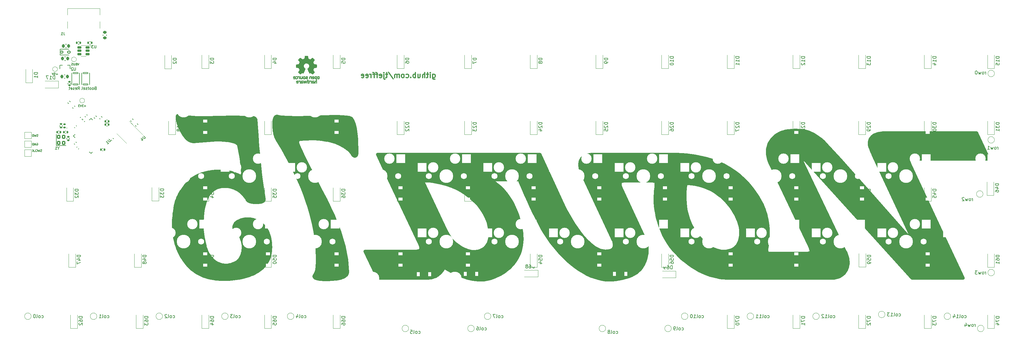
<source format=gbo>
%TF.GenerationSoftware,KiCad,Pcbnew,(6.0.4)*%
%TF.CreationDate,2022-10-29T20:58:50+01:00*%
%TF.ProjectId,nova75,6e6f7661-3735-42e6-9b69-6361645f7063,rev?*%
%TF.SameCoordinates,Original*%
%TF.FileFunction,Legend,Bot*%
%TF.FilePolarity,Positive*%
%FSLAX46Y46*%
G04 Gerber Fmt 4.6, Leading zero omitted, Abs format (unit mm)*
G04 Created by KiCad (PCBNEW (6.0.4)) date 2022-10-29 20:58:50*
%MOMM*%
%LPD*%
G01*
G04 APERTURE LIST*
G04 Aperture macros list*
%AMRoundRect*
0 Rectangle with rounded corners*
0 $1 Rounding radius*
0 $2 $3 $4 $5 $6 $7 $8 $9 X,Y pos of 4 corners*
0 Add a 4 corners polygon primitive as box body*
4,1,4,$2,$3,$4,$5,$6,$7,$8,$9,$2,$3,0*
0 Add four circle primitives for the rounded corners*
1,1,$1+$1,$2,$3*
1,1,$1+$1,$4,$5*
1,1,$1+$1,$6,$7*
1,1,$1+$1,$8,$9*
0 Add four rect primitives between the rounded corners*
20,1,$1+$1,$2,$3,$4,$5,0*
20,1,$1+$1,$4,$5,$6,$7,0*
20,1,$1+$1,$6,$7,$8,$9,0*
20,1,$1+$1,$8,$9,$2,$3,0*%
G04 Aperture macros list end*
%ADD10C,0.900000*%
%ADD11C,0.500000*%
%ADD12C,0.200000*%
%ADD13C,0.300000*%
%ADD14C,0.150000*%
%ADD15C,0.120000*%
%ADD16C,0.160000*%
%ADD17C,0.010000*%
%ADD18C,0.127000*%
%ADD19C,1.250000*%
%ADD20C,3.000000*%
%ADD21C,1.750000*%
%ADD22C,3.987800*%
%ADD23R,2.550000X2.500000*%
%ADD24C,2.200000*%
%ADD25C,3.800000*%
%ADD26C,3.048000*%
%ADD27C,1.300000*%
%ADD28R,2.500000X2.550000*%
%ADD29C,1.500000*%
%ADD30R,1.200000X0.900000*%
%ADD31R,1.500000X1.500000*%
%ADD32RoundRect,0.225000X-0.225000X-0.250000X0.225000X-0.250000X0.225000X0.250000X-0.225000X0.250000X0*%
%ADD33RoundRect,0.135000X0.226274X0.035355X0.035355X0.226274X-0.226274X-0.035355X-0.035355X-0.226274X0*%
%ADD34RoundRect,0.140000X-0.021213X0.219203X-0.219203X0.021213X0.021213X-0.219203X0.219203X-0.021213X0*%
%ADD35RoundRect,0.120000X-0.380000X-0.280000X0.380000X-0.280000X0.380000X0.280000X-0.380000X0.280000X0*%
%ADD36RoundRect,0.150000X0.350000X-0.425000X0.350000X0.425000X-0.350000X0.425000X-0.350000X-0.425000X0*%
%ADD37R,0.900000X1.200000*%
%ADD38RoundRect,0.082500X-0.667500X0.192500X-0.667500X-0.192500X0.667500X-0.192500X0.667500X0.192500X0*%
%ADD39C,0.650000*%
%ADD40R,0.600000X1.450000*%
%ADD41R,0.300000X1.450000*%
%ADD42O,1.000000X1.600000*%
%ADD43O,1.000000X2.100000*%
%ADD44RoundRect,0.135000X0.185000X-0.135000X0.185000X0.135000X-0.185000X0.135000X-0.185000X-0.135000X0*%
%ADD45RoundRect,0.140000X-0.140000X-0.170000X0.140000X-0.170000X0.140000X0.170000X-0.140000X0.170000X0*%
%ADD46RoundRect,0.050000X0.309359X-0.238649X-0.238649X0.309359X-0.309359X0.238649X0.238649X-0.309359X0*%
%ADD47RoundRect,0.050000X0.309359X0.238649X0.238649X0.309359X-0.309359X-0.238649X-0.238649X-0.309359X0*%
%ADD48RoundRect,0.144000X2.059095X0.000000X0.000000X2.059095X-2.059095X0.000000X0.000000X-2.059095X0*%
%ADD49C,1.000000*%
%ADD50RoundRect,0.135000X-0.135000X-0.185000X0.135000X-0.185000X0.135000X0.185000X-0.135000X0.185000X0*%
%ADD51RoundRect,0.150000X0.618718X-0.406586X-0.406586X0.618718X-0.618718X0.406586X0.406586X-0.618718X0*%
%ADD52RoundRect,0.135000X-0.226274X-0.035355X-0.035355X-0.226274X0.226274X0.035355X0.035355X0.226274X0*%
%ADD53RoundRect,0.135000X-0.185000X0.135000X-0.185000X-0.135000X0.185000X-0.135000X0.185000X0.135000X0*%
%ADD54RoundRect,0.140000X0.140000X0.170000X-0.140000X0.170000X-0.140000X-0.170000X0.140000X-0.170000X0*%
%ADD55RoundRect,0.140000X-0.219203X-0.021213X-0.021213X-0.219203X0.219203X0.021213X0.021213X0.219203X0*%
%ADD56RoundRect,0.218750X0.256250X-0.218750X0.256250X0.218750X-0.256250X0.218750X-0.256250X-0.218750X0*%
%ADD57RoundRect,0.140000X0.219203X0.021213X0.021213X0.219203X-0.219203X-0.021213X-0.021213X-0.219203X0*%
%ADD58RoundRect,0.150000X0.475000X0.150000X-0.475000X0.150000X-0.475000X-0.150000X0.475000X-0.150000X0*%
%ADD59RoundRect,0.147500X0.172500X-0.147500X0.172500X0.147500X-0.172500X0.147500X-0.172500X-0.147500X0*%
%ADD60RoundRect,0.218750X0.218750X0.256250X-0.218750X0.256250X-0.218750X-0.256250X0.218750X-0.256250X0*%
%ADD61R,1.016000X1.200000*%
G04 APERTURE END LIST*
D10*
G36*
X174151233Y-116872413D02*
G01*
X174108260Y-117782261D01*
X174007900Y-118650952D01*
X173853500Y-119479095D01*
X173648405Y-120267300D01*
X173395961Y-121016176D01*
X173099514Y-121726332D01*
X172762410Y-122398377D01*
X172387995Y-123032921D01*
X171979615Y-123630572D01*
X171540616Y-124191941D01*
X171074343Y-124717636D01*
X170584143Y-125208266D01*
X170073362Y-125664441D01*
X169545345Y-126086770D01*
X169003439Y-126475862D01*
X168450989Y-126832327D01*
X167891341Y-127156773D01*
X167327841Y-127449811D01*
X166202670Y-127944095D01*
X165102242Y-128320054D01*
X164053325Y-128582562D01*
X163082686Y-128736493D01*
X162217093Y-128786720D01*
X161429573Y-128761450D01*
X160649280Y-128688604D01*
X159878276Y-128572626D01*
X159118624Y-128417959D01*
X158372388Y-128229048D01*
X157641631Y-128010337D01*
X156928415Y-127766270D01*
X156234804Y-127501291D01*
X155562860Y-127219845D01*
X154914647Y-126926375D01*
X154292228Y-126625326D01*
X153697665Y-126321142D01*
X152600360Y-125721145D01*
X151639237Y-125161937D01*
X151472623Y-125424733D01*
X151305541Y-125672365D01*
X151137966Y-125905281D01*
X150969870Y-126123928D01*
X150801227Y-126328753D01*
X150632010Y-126520203D01*
X150462191Y-126698727D01*
X150291745Y-126864770D01*
X150120645Y-127018781D01*
X149948863Y-127161207D01*
X149776374Y-127292495D01*
X149603149Y-127413092D01*
X149429163Y-127523446D01*
X149254389Y-127624004D01*
X149078800Y-127715213D01*
X148902369Y-127797521D01*
X148546874Y-127937223D01*
X148187690Y-128046687D01*
X147824604Y-128129493D01*
X147457401Y-128189218D01*
X147085867Y-128229442D01*
X146709788Y-128253742D01*
X146328949Y-128265699D01*
X145943137Y-128268889D01*
X132332468Y-128268889D01*
X128634598Y-120429439D01*
X143501242Y-120429439D01*
X143642155Y-120426660D01*
X143773787Y-120418478D01*
X143896399Y-120405122D01*
X144010246Y-120386824D01*
X144115586Y-120363813D01*
X144212678Y-120336320D01*
X144301777Y-120304575D01*
X144383142Y-120268809D01*
X144457031Y-120229252D01*
X144523701Y-120186133D01*
X144583408Y-120139685D01*
X144636412Y-120090136D01*
X144682968Y-120037717D01*
X144723336Y-119982659D01*
X144757772Y-119925192D01*
X144786533Y-119865546D01*
X144809878Y-119803951D01*
X144828063Y-119740639D01*
X144841347Y-119675839D01*
X144849986Y-119609782D01*
X144854238Y-119542697D01*
X144854361Y-119474817D01*
X144850613Y-119406369D01*
X144843250Y-119337586D01*
X144818711Y-119199933D01*
X144782804Y-119063700D01*
X144737591Y-118930731D01*
X144685129Y-118802867D01*
X135857251Y-99939790D01*
X145350187Y-99939790D01*
X148623023Y-107040980D01*
X151153877Y-112422287D01*
X152187858Y-114551192D01*
X152894187Y-115917244D01*
X153152482Y-116335229D01*
X153479658Y-116778223D01*
X153870087Y-117236587D01*
X154318140Y-117700682D01*
X154818190Y-118160867D01*
X155364609Y-118607504D01*
X155951769Y-119030954D01*
X156574041Y-119421578D01*
X157225799Y-119769736D01*
X157901413Y-120065788D01*
X158246407Y-120191263D01*
X158595256Y-120300097D01*
X158947254Y-120391085D01*
X159301699Y-120463022D01*
X159657888Y-120514703D01*
X160015116Y-120544924D01*
X160372680Y-120552479D01*
X160729877Y-120536164D01*
X161086003Y-120494773D01*
X161440355Y-120427102D01*
X161792229Y-120331947D01*
X162140921Y-120208101D01*
X162424402Y-120081485D01*
X162692319Y-119938055D01*
X162944712Y-119778323D01*
X163181621Y-119602807D01*
X163403087Y-119412019D01*
X163609151Y-119206475D01*
X163799854Y-118986689D01*
X163975234Y-118753177D01*
X164135335Y-118506454D01*
X164280195Y-118247033D01*
X164409855Y-117975430D01*
X164524356Y-117692160D01*
X164623739Y-117397738D01*
X164708044Y-117092677D01*
X164831581Y-116452703D01*
X164895292Y-115776354D01*
X164899501Y-115067751D01*
X164844533Y-114331011D01*
X164730712Y-113570253D01*
X164558362Y-112789594D01*
X164327808Y-111993155D01*
X164039372Y-111185052D01*
X163693381Y-110369404D01*
X163693381Y-110369395D01*
X163281965Y-109545156D01*
X162768983Y-108689306D01*
X162155199Y-107813543D01*
X161441376Y-106929568D01*
X160628276Y-106049079D01*
X159716663Y-105183777D01*
X158707300Y-104345359D01*
X157600949Y-103545525D01*
X156398375Y-102795974D01*
X155100341Y-102108406D01*
X153707608Y-101494521D01*
X152220941Y-100966015D01*
X150641102Y-100534591D01*
X148968854Y-100211945D01*
X148098316Y-100095071D01*
X147204962Y-100009779D01*
X146288887Y-99957531D01*
X145350187Y-99939790D01*
X135857251Y-99939790D01*
X132257303Y-92247557D01*
X179376374Y-92247557D01*
X185959867Y-106670509D01*
X186834393Y-108408827D01*
X187378480Y-109423893D01*
X187986999Y-110505897D01*
X188654861Y-111632085D01*
X189376979Y-112779706D01*
X190148264Y-113926010D01*
X190963629Y-115048245D01*
X191817985Y-116123658D01*
X192706244Y-117129499D01*
X193161498Y-117599220D01*
X193623319Y-118043016D01*
X194091072Y-118458043D01*
X194564121Y-118841457D01*
X195041830Y-119190415D01*
X195523562Y-119502072D01*
X196008682Y-119773584D01*
X196496554Y-120002108D01*
X196986542Y-120184799D01*
X197478009Y-120318814D01*
X197970320Y-120401308D01*
X198462839Y-120429439D01*
X198756466Y-120422405D01*
X199027880Y-120401773D01*
X199277825Y-120368248D01*
X199507045Y-120322534D01*
X199716286Y-120265334D01*
X199906292Y-120197354D01*
X200077806Y-120119297D01*
X200231575Y-120031868D01*
X200368343Y-119935771D01*
X200488853Y-119831709D01*
X200593852Y-119720389D01*
X200684082Y-119602513D01*
X200760290Y-119478785D01*
X200823219Y-119349911D01*
X200873614Y-119216594D01*
X200912220Y-119079539D01*
X200939782Y-118939450D01*
X200957043Y-118797031D01*
X200964748Y-118652986D01*
X200963642Y-118508020D01*
X200954470Y-118362837D01*
X200937976Y-118218141D01*
X200886002Y-117933027D01*
X200813675Y-117658313D01*
X200726952Y-117399632D01*
X200631790Y-117162619D01*
X200534146Y-116952907D01*
X191805234Y-98312193D01*
X191634373Y-97936839D01*
X191482504Y-97573609D01*
X191349545Y-97222487D01*
X191235416Y-96883462D01*
X191140035Y-96556518D01*
X191063320Y-96241644D01*
X191005189Y-95938824D01*
X190965562Y-95648045D01*
X190944358Y-95369295D01*
X190941494Y-95102559D01*
X190956889Y-94847824D01*
X190990461Y-94605076D01*
X191042130Y-94374301D01*
X191111814Y-94155487D01*
X191199432Y-93948619D01*
X191304901Y-93753684D01*
X191428141Y-93570668D01*
X191569069Y-93399559D01*
X191727606Y-93240341D01*
X191903669Y-93093002D01*
X192097177Y-92957528D01*
X192308048Y-92833906D01*
X192536201Y-92722122D01*
X192781554Y-92622162D01*
X193044026Y-92534013D01*
X193323537Y-92457661D01*
X193620003Y-92393093D01*
X193933344Y-92340294D01*
X194263478Y-92299253D01*
X194610325Y-92269954D01*
X194973802Y-92252385D01*
X195353827Y-92246532D01*
X217620340Y-92246532D01*
X219083731Y-92268984D01*
X220492796Y-92335142D01*
X221848686Y-92443203D01*
X223152553Y-92591368D01*
X224405547Y-92777833D01*
X225608820Y-93000799D01*
X226763523Y-93258464D01*
X227870808Y-93549027D01*
X228931824Y-93870687D01*
X229947725Y-94221643D01*
X230919660Y-94600093D01*
X231848781Y-95004237D01*
X232736239Y-95432273D01*
X233583186Y-95882400D01*
X234390772Y-96352817D01*
X235160149Y-96841724D01*
X235892468Y-97347317D01*
X236588880Y-97867798D01*
X237250537Y-98401364D01*
X237878589Y-98946214D01*
X238474187Y-99500547D01*
X239038483Y-100062563D01*
X240077775Y-101202435D01*
X241005672Y-102351422D01*
X241831384Y-103495114D01*
X242564121Y-104619102D01*
X243213092Y-105708977D01*
X243544257Y-106333272D01*
X243845064Y-106957271D01*
X244116801Y-107579810D01*
X244360754Y-108199724D01*
X244578211Y-108815848D01*
X244770458Y-109427018D01*
X244938782Y-110032069D01*
X245084470Y-110629837D01*
X245208809Y-111219157D01*
X245313086Y-111798864D01*
X245398588Y-112367794D01*
X245466601Y-112924782D01*
X245555311Y-113998276D01*
X245589510Y-115010028D01*
X245589492Y-115011641D01*
X245579493Y-115950722D01*
X245535558Y-116811042D01*
X245467997Y-117581670D01*
X245387107Y-118253291D01*
X245136158Y-119763365D01*
X245130074Y-119825785D01*
X245125723Y-119888078D01*
X245123102Y-119950122D01*
X245122214Y-120011795D01*
X245123057Y-120072975D01*
X245125633Y-120133542D01*
X245129941Y-120193373D01*
X245135982Y-120252347D01*
X245143755Y-120310343D01*
X245153261Y-120367238D01*
X245164500Y-120422911D01*
X245177472Y-120477241D01*
X245192178Y-120530106D01*
X245208618Y-120581385D01*
X245226791Y-120630955D01*
X245246699Y-120678695D01*
X245268341Y-120724485D01*
X245291717Y-120768201D01*
X245316827Y-120809722D01*
X245343673Y-120848928D01*
X245372253Y-120885696D01*
X245402569Y-120919904D01*
X245434620Y-120951432D01*
X245468407Y-120980157D01*
X245503929Y-121005958D01*
X245541187Y-121028713D01*
X245580182Y-121048301D01*
X245620912Y-121064601D01*
X245663379Y-121077489D01*
X245707583Y-121086846D01*
X245753524Y-121092550D01*
X245801201Y-121094478D01*
X256379053Y-121094478D01*
X256591733Y-121091060D01*
X256786464Y-121081026D01*
X256963939Y-121064700D01*
X257124847Y-121042408D01*
X257269881Y-121014477D01*
X257399731Y-120981231D01*
X257515088Y-120942997D01*
X257616643Y-120900099D01*
X257705087Y-120852865D01*
X257781112Y-120801619D01*
X257845408Y-120746688D01*
X257898667Y-120688397D01*
X257941579Y-120627072D01*
X257974836Y-120563038D01*
X257999128Y-120496622D01*
X258015147Y-120428149D01*
X258023583Y-120357945D01*
X258025129Y-120286335D01*
X258020474Y-120213645D01*
X258010310Y-120140202D01*
X257995327Y-120066330D01*
X257976218Y-119992356D01*
X257928382Y-119845403D01*
X257710166Y-119318638D01*
X246319024Y-95205232D01*
X246104893Y-94752560D01*
X245919727Y-94309922D01*
X245762578Y-93877384D01*
X245632497Y-93455016D01*
X245528535Y-93042885D01*
X245449744Y-92641058D01*
X245395176Y-92249606D01*
X245363883Y-91868594D01*
X245354917Y-91498092D01*
X245367328Y-91138168D01*
X245400168Y-90788889D01*
X245452490Y-90450323D01*
X245523344Y-90122539D01*
X245611783Y-89805605D01*
X245716858Y-89499588D01*
X245837620Y-89204557D01*
X245973122Y-88920580D01*
X246122415Y-88647724D01*
X246284551Y-88386058D01*
X246458581Y-88135651D01*
X246643557Y-87896569D01*
X246838531Y-87668881D01*
X247042553Y-87452656D01*
X247254677Y-87247960D01*
X247473953Y-87054862D01*
X247699434Y-86873431D01*
X247930170Y-86703734D01*
X248165213Y-86545839D01*
X248403616Y-86399815D01*
X248644430Y-86265729D01*
X248886706Y-86143649D01*
X249129496Y-86033644D01*
X249507461Y-85877529D01*
X249916959Y-85741454D01*
X250353112Y-85624660D01*
X250811045Y-85526389D01*
X251285880Y-85445883D01*
X251772740Y-85382382D01*
X252266748Y-85335129D01*
X252763027Y-85303364D01*
X253256700Y-85286330D01*
X253742891Y-85283268D01*
X254216721Y-85293418D01*
X254673315Y-85316024D01*
X255107796Y-85350325D01*
X255515285Y-85395565D01*
X255890908Y-85450983D01*
X256229786Y-85515822D01*
X256544094Y-85572608D01*
X256875082Y-85658665D01*
X257220365Y-85772042D01*
X257577562Y-85910786D01*
X257944289Y-86072947D01*
X258318165Y-86256573D01*
X258696805Y-86459713D01*
X259077829Y-86680416D01*
X259458852Y-86916729D01*
X259837493Y-87166703D01*
X260211368Y-87428384D01*
X260578095Y-87699823D01*
X260935292Y-87979067D01*
X261280575Y-88264166D01*
X261611563Y-88553167D01*
X261925872Y-88844121D01*
X266267619Y-93648595D01*
X274305825Y-102703808D01*
X285521440Y-115398396D01*
X285550738Y-115429435D01*
X285631127Y-115508115D01*
X285686964Y-115558554D01*
X285751352Y-115612781D01*
X285822886Y-115668092D01*
X285900158Y-115721779D01*
X285981761Y-115771134D01*
X286023747Y-115793342D01*
X286066287Y-115813452D01*
X286109208Y-115831126D01*
X286152331Y-115846025D01*
X286195482Y-115857811D01*
X286238485Y-115866146D01*
X286281163Y-115870691D01*
X286323342Y-115871108D01*
X286364844Y-115867060D01*
X286405495Y-115858206D01*
X286445118Y-115844209D01*
X286483537Y-115824731D01*
X286520577Y-115799432D01*
X286556061Y-115767976D01*
X286595190Y-115739651D01*
X286629351Y-115710164D01*
X286658789Y-115679650D01*
X286683748Y-115648246D01*
X286704473Y-115616084D01*
X286721208Y-115583302D01*
X286734196Y-115550034D01*
X286743683Y-115516414D01*
X286749913Y-115482580D01*
X286753129Y-115448664D01*
X286753577Y-115414804D01*
X286751501Y-115381133D01*
X286747144Y-115347787D01*
X286740751Y-115314901D01*
X286732567Y-115282611D01*
X286722836Y-115251051D01*
X286711802Y-115220357D01*
X286699709Y-115190663D01*
X286686802Y-115162106D01*
X286673325Y-115134819D01*
X286645638Y-115084600D01*
X286618602Y-115041086D01*
X286594172Y-115005361D01*
X286574302Y-114978504D01*
X286556061Y-114955720D01*
X275979239Y-92247557D01*
X275862860Y-91955446D01*
X275738374Y-91661815D01*
X275481102Y-91070863D01*
X275356327Y-90773976D01*
X275239465Y-90476437D01*
X275134523Y-90178464D01*
X275045506Y-89880274D01*
X274976418Y-89582085D01*
X274950600Y-89433058D01*
X274931266Y-89284112D01*
X274918917Y-89135275D01*
X274914054Y-88986574D01*
X274917178Y-88838036D01*
X274928789Y-88689687D01*
X274949387Y-88541556D01*
X274979474Y-88393669D01*
X275019551Y-88246054D01*
X275070117Y-88098737D01*
X275131673Y-87951746D01*
X275204720Y-87805108D01*
X275289760Y-87658850D01*
X275387291Y-87512999D01*
X275495874Y-87372077D01*
X275613200Y-87240380D01*
X275738471Y-87117597D01*
X275870885Y-87003415D01*
X276009645Y-86897524D01*
X276153950Y-86799612D01*
X276303001Y-86709367D01*
X276455999Y-86626477D01*
X276612144Y-86550631D01*
X276770637Y-86481518D01*
X276930678Y-86418825D01*
X277091468Y-86362242D01*
X277412097Y-86266156D01*
X277726129Y-86190768D01*
X278027168Y-86133584D01*
X278308818Y-86092113D01*
X278564683Y-86063861D01*
X278788369Y-86046335D01*
X279113621Y-86033493D01*
X279233408Y-86033644D01*
X306010052Y-86033644D01*
X309560706Y-93651756D01*
X287370377Y-93650731D01*
X287263136Y-93652451D01*
X287163085Y-93657566D01*
X287070046Y-93666009D01*
X286983845Y-93677712D01*
X286904304Y-93692608D01*
X286831249Y-93710631D01*
X286764502Y-93731712D01*
X286703888Y-93755784D01*
X286649230Y-93782780D01*
X286600354Y-93812633D01*
X286557081Y-93845276D01*
X286519238Y-93880640D01*
X286486646Y-93918660D01*
X286459131Y-93959267D01*
X286436517Y-94002394D01*
X286418626Y-94047975D01*
X286405284Y-94095941D01*
X286396314Y-94146225D01*
X286391540Y-94198760D01*
X286390786Y-94253480D01*
X286393876Y-94310316D01*
X286400634Y-94369201D01*
X286410884Y-94430068D01*
X286424449Y-94492850D01*
X286460823Y-94623888D01*
X286508347Y-94761777D01*
X286565613Y-94905979D01*
X286631212Y-95055955D01*
X294472209Y-111994163D01*
X302090839Y-128266820D01*
X287297284Y-128266820D01*
X256674521Y-94315761D01*
X256578541Y-94215830D01*
X256484902Y-94124085D01*
X256393782Y-94040471D01*
X256305355Y-93964933D01*
X256219800Y-93897417D01*
X256137291Y-93837868D01*
X256058005Y-93786233D01*
X255982118Y-93742456D01*
X255909807Y-93706483D01*
X255841248Y-93678260D01*
X255776616Y-93657731D01*
X255716089Y-93644843D01*
X255659842Y-93639542D01*
X255608053Y-93641772D01*
X255560896Y-93651479D01*
X255518548Y-93668609D01*
X255481186Y-93693107D01*
X255448986Y-93724918D01*
X255422124Y-93763989D01*
X255400776Y-93810265D01*
X255385118Y-93863691D01*
X255375328Y-93924213D01*
X255371580Y-93991776D01*
X255374052Y-94066325D01*
X255382919Y-94147808D01*
X255398358Y-94236168D01*
X255420545Y-94331351D01*
X255449656Y-94433304D01*
X255485867Y-94541971D01*
X255529356Y-94657297D01*
X255580297Y-94779230D01*
X255638868Y-94907713D01*
X267843296Y-120427370D01*
X268038282Y-120826946D01*
X268207823Y-121220858D01*
X268352461Y-121608674D01*
X268472737Y-121989965D01*
X268569192Y-122364302D01*
X268642368Y-122731254D01*
X268692807Y-123090391D01*
X268721048Y-123441284D01*
X268727635Y-123783503D01*
X268713108Y-124116618D01*
X268678009Y-124440199D01*
X268622879Y-124753817D01*
X268548259Y-125057041D01*
X268454691Y-125349441D01*
X268342716Y-125630589D01*
X268212876Y-125900053D01*
X268078674Y-126158210D01*
X267925605Y-126405209D01*
X267753884Y-126640291D01*
X267563729Y-126862699D01*
X267355357Y-127071673D01*
X267128985Y-127266454D01*
X266884831Y-127446285D01*
X266623111Y-127610407D01*
X266344042Y-127758061D01*
X266047843Y-127888489D01*
X265734730Y-128000932D01*
X265404920Y-128094632D01*
X265058630Y-128168830D01*
X264696077Y-128222768D01*
X264317479Y-128255687D01*
X263923053Y-128266829D01*
X234557257Y-128266829D01*
X233936887Y-128263548D01*
X233323895Y-128239931D01*
X232718295Y-128196452D01*
X232120101Y-128133585D01*
X231529325Y-128051804D01*
X230945981Y-127951584D01*
X229801644Y-127697723D01*
X228687195Y-127375795D01*
X227602743Y-126989595D01*
X226548393Y-126542918D01*
X225524254Y-126039558D01*
X224530432Y-125483308D01*
X223567034Y-124877963D01*
X222634168Y-124227318D01*
X221731940Y-123535166D01*
X220860457Y-122805302D01*
X220019827Y-122041520D01*
X219210156Y-121247614D01*
X218431553Y-120427379D01*
X217790188Y-119691190D01*
X217195805Y-118928268D01*
X216646888Y-118143051D01*
X216141923Y-117339979D01*
X215679393Y-116523493D01*
X215257783Y-115698030D01*
X214875577Y-114868032D01*
X214531261Y-114037937D01*
X214223318Y-113212186D01*
X213950232Y-112395217D01*
X213710490Y-111591470D01*
X213502574Y-110805386D01*
X213324969Y-110041402D01*
X213176161Y-109303960D01*
X213054632Y-108597498D01*
X212958869Y-107926457D01*
X212896986Y-107434054D01*
X212849524Y-106955633D01*
X212815294Y-106491303D01*
X212793105Y-106041172D01*
X212781768Y-105605349D01*
X212780093Y-105183942D01*
X212786890Y-104777061D01*
X212800970Y-104384813D01*
X212801076Y-104383071D01*
X221397225Y-104383071D01*
X221408700Y-105367572D01*
X221470446Y-106424011D01*
X221593947Y-107538411D01*
X221790687Y-108696794D01*
X222072148Y-109885182D01*
X222449816Y-111089597D01*
X222935173Y-112296062D01*
X223221823Y-112895694D01*
X223539702Y-113490597D01*
X223890245Y-114079024D01*
X224274888Y-114659227D01*
X224900848Y-115501711D01*
X225530240Y-116280999D01*
X226163067Y-116996338D01*
X226799334Y-117646974D01*
X227439046Y-118232157D01*
X228082207Y-118751133D01*
X228405082Y-118985559D01*
X228728822Y-119203150D01*
X229053425Y-119403814D01*
X229378894Y-119587455D01*
X229705229Y-119753981D01*
X230032429Y-119903297D01*
X230360496Y-120035308D01*
X230689431Y-120149921D01*
X231019234Y-120247042D01*
X231349905Y-120326577D01*
X231681444Y-120388431D01*
X232013854Y-120432511D01*
X232347134Y-120458722D01*
X232681284Y-120466970D01*
X233016306Y-120457162D01*
X233352199Y-120429203D01*
X233688965Y-120383000D01*
X234026603Y-120318457D01*
X234365116Y-120235482D01*
X234704502Y-120133980D01*
X235010332Y-120016204D01*
X235303254Y-119871491D01*
X235582495Y-119700641D01*
X235847284Y-119504451D01*
X236096849Y-119283722D01*
X236330418Y-119039252D01*
X236547219Y-118771839D01*
X236746480Y-118482283D01*
X236927429Y-118171383D01*
X237089294Y-117839937D01*
X237231304Y-117488744D01*
X237352686Y-117118603D01*
X237452668Y-116730313D01*
X237530479Y-116324673D01*
X237585347Y-115902482D01*
X237616499Y-115464538D01*
X237623164Y-115011641D01*
X237604570Y-114544589D01*
X237559945Y-114064182D01*
X237488516Y-113571217D01*
X237389513Y-113066495D01*
X237262163Y-112550813D01*
X237105695Y-112024971D01*
X236919335Y-111489768D01*
X236702313Y-110946002D01*
X236453857Y-110394472D01*
X236173194Y-109835977D01*
X235859553Y-109271317D01*
X235512161Y-108701290D01*
X235130248Y-108126694D01*
X234713040Y-107548329D01*
X234259766Y-106966994D01*
X233506807Y-106082927D01*
X232746009Y-105286083D01*
X231978244Y-104571803D01*
X231204383Y-103935429D01*
X230425298Y-103372302D01*
X229641861Y-102877765D01*
X228854943Y-102447159D01*
X228065417Y-102075825D01*
X227274153Y-101759106D01*
X226482023Y-101492344D01*
X225689900Y-101270879D01*
X224898653Y-101090054D01*
X224109157Y-100945210D01*
X223322281Y-100831690D01*
X222538898Y-100744834D01*
X221759879Y-100679985D01*
X221549593Y-102000979D01*
X221424538Y-103484487D01*
X221397225Y-104383071D01*
X212801076Y-104383071D01*
X212846217Y-103644652D01*
X212906315Y-102964330D01*
X213032990Y-101786674D01*
X213046181Y-101674140D01*
X213057503Y-101559236D01*
X213066846Y-101443044D01*
X213074102Y-101326646D01*
X213079162Y-101211122D01*
X213081919Y-101097553D01*
X213082262Y-100987022D01*
X213080085Y-100880609D01*
X213075277Y-100779396D01*
X213067731Y-100684463D01*
X213057338Y-100596893D01*
X213043990Y-100517766D01*
X213027577Y-100448164D01*
X213007992Y-100389168D01*
X212996976Y-100363985D01*
X212985125Y-100341859D01*
X212972428Y-100322926D01*
X212958869Y-100307319D01*
X212944293Y-100280384D01*
X212927996Y-100255131D01*
X212910005Y-100231506D01*
X212890346Y-100209456D01*
X212869049Y-100188927D01*
X212846140Y-100169862D01*
X212795597Y-100135914D01*
X212738937Y-100107178D01*
X212676381Y-100083219D01*
X212608149Y-100063603D01*
X212534461Y-100047896D01*
X212455538Y-100035663D01*
X212371598Y-100026470D01*
X212282863Y-100019883D01*
X212189553Y-100015468D01*
X211990088Y-100011414D01*
X211774964Y-100010835D01*
X203640055Y-100010835D01*
X203538816Y-100013203D01*
X203443138Y-100020233D01*
X203352954Y-100031817D01*
X203268197Y-100047846D01*
X203188799Y-100068211D01*
X203114693Y-100092804D01*
X203045813Y-100121516D01*
X202982091Y-100154238D01*
X202923460Y-100190861D01*
X202869852Y-100231276D01*
X202821202Y-100275375D01*
X202777442Y-100323050D01*
X202738504Y-100374190D01*
X202704322Y-100428688D01*
X202674828Y-100486434D01*
X202649955Y-100547320D01*
X202629637Y-100611238D01*
X202613806Y-100678077D01*
X202602395Y-100747731D01*
X202595337Y-100820089D01*
X202592564Y-100895043D01*
X202594011Y-100972484D01*
X202599608Y-101052304D01*
X202609291Y-101134394D01*
X202640641Y-101304947D01*
X202687523Y-101483275D01*
X202749402Y-101668506D01*
X202825739Y-101859770D01*
X209778812Y-116801570D01*
X209910623Y-117080972D01*
X210028337Y-117377233D01*
X210131739Y-117689011D01*
X210220613Y-118014966D01*
X210294741Y-118353757D01*
X210353910Y-118704044D01*
X210397900Y-119064486D01*
X210426498Y-119433743D01*
X210439486Y-119810473D01*
X210436648Y-120193336D01*
X210417768Y-120580992D01*
X210382630Y-120972100D01*
X210331017Y-121365319D01*
X210262714Y-121759308D01*
X210177504Y-122152728D01*
X210075172Y-122544237D01*
X209955500Y-122932495D01*
X209818272Y-123316160D01*
X209663273Y-123693893D01*
X209490286Y-124064353D01*
X209299095Y-124426199D01*
X209089484Y-124778091D01*
X208861236Y-125118688D01*
X208614135Y-125446648D01*
X208347966Y-125760633D01*
X208062512Y-126059300D01*
X207757556Y-126341310D01*
X207432883Y-126605322D01*
X207088276Y-126849994D01*
X206723519Y-127073988D01*
X206338396Y-127275961D01*
X205932691Y-127454573D01*
X205052140Y-127796056D01*
X204156804Y-128095822D01*
X203245817Y-128348562D01*
X202318317Y-128548967D01*
X201373438Y-128691730D01*
X200410316Y-128771542D01*
X199428088Y-128783095D01*
X198425890Y-128721081D01*
X197402856Y-128580192D01*
X196358124Y-128355119D01*
X195290828Y-128040554D01*
X194200105Y-127631189D01*
X193085090Y-127121716D01*
X191944920Y-126506826D01*
X190778731Y-125781212D01*
X189585657Y-124939564D01*
X188426189Y-124031295D01*
X187332076Y-123085390D01*
X186301041Y-122107597D01*
X185330806Y-121103662D01*
X184419094Y-120079332D01*
X183563628Y-119040356D01*
X182762132Y-117992478D01*
X182012327Y-116941448D01*
X181311937Y-115893011D01*
X180658684Y-114852914D01*
X180050293Y-113826906D01*
X179484484Y-112820732D01*
X178471509Y-110890878D01*
X177601541Y-109109328D01*
X176740836Y-107301237D01*
X175944204Y-105571043D01*
X175227267Y-103969042D01*
X174605649Y-102545530D01*
X173710861Y-100435154D01*
X173384824Y-99642280D01*
X164657962Y-99642280D01*
X164942575Y-99765072D01*
X165714350Y-100180841D01*
X166244458Y-100520810D01*
X166850198Y-100960683D01*
X167516184Y-101509348D01*
X168227028Y-102175691D01*
X168967345Y-102968599D01*
X169721748Y-103896960D01*
X170474851Y-104969658D01*
X171211268Y-106195582D01*
X171568411Y-106868781D01*
X171915612Y-107583618D01*
X172250948Y-108341205D01*
X172572497Y-109142653D01*
X172878334Y-109989072D01*
X173166536Y-110881574D01*
X173435180Y-111821268D01*
X173682343Y-112809266D01*
X173902375Y-113889835D01*
X174051637Y-114926809D01*
X174063241Y-115067751D01*
X174133474Y-115920798D01*
X174151233Y-116872413D01*
G37*
X174151233Y-116872413D02*
X174108260Y-117782261D01*
X174007900Y-118650952D01*
X173853500Y-119479095D01*
X173648405Y-120267300D01*
X173395961Y-121016176D01*
X173099514Y-121726332D01*
X172762410Y-122398377D01*
X172387995Y-123032921D01*
X171979615Y-123630572D01*
X171540616Y-124191941D01*
X171074343Y-124717636D01*
X170584143Y-125208266D01*
X170073362Y-125664441D01*
X169545345Y-126086770D01*
X169003439Y-126475862D01*
X168450989Y-126832327D01*
X167891341Y-127156773D01*
X167327841Y-127449811D01*
X166202670Y-127944095D01*
X165102242Y-128320054D01*
X164053325Y-128582562D01*
X163082686Y-128736493D01*
X162217093Y-128786720D01*
X161429573Y-128761450D01*
X160649280Y-128688604D01*
X159878276Y-128572626D01*
X159118624Y-128417959D01*
X158372388Y-128229048D01*
X157641631Y-128010337D01*
X156928415Y-127766270D01*
X156234804Y-127501291D01*
X155562860Y-127219845D01*
X154914647Y-126926375D01*
X154292228Y-126625326D01*
X153697665Y-126321142D01*
X152600360Y-125721145D01*
X151639237Y-125161937D01*
X151472623Y-125424733D01*
X151305541Y-125672365D01*
X151137966Y-125905281D01*
X150969870Y-126123928D01*
X150801227Y-126328753D01*
X150632010Y-126520203D01*
X150462191Y-126698727D01*
X150291745Y-126864770D01*
X150120645Y-127018781D01*
X149948863Y-127161207D01*
X149776374Y-127292495D01*
X149603149Y-127413092D01*
X149429163Y-127523446D01*
X149254389Y-127624004D01*
X149078800Y-127715213D01*
X148902369Y-127797521D01*
X148546874Y-127937223D01*
X148187690Y-128046687D01*
X147824604Y-128129493D01*
X147457401Y-128189218D01*
X147085867Y-128229442D01*
X146709788Y-128253742D01*
X146328949Y-128265699D01*
X145943137Y-128268889D01*
X132332468Y-128268889D01*
X128634598Y-120429439D01*
X143501242Y-120429439D01*
X143642155Y-120426660D01*
X143773787Y-120418478D01*
X143896399Y-120405122D01*
X144010246Y-120386824D01*
X144115586Y-120363813D01*
X144212678Y-120336320D01*
X144301777Y-120304575D01*
X144383142Y-120268809D01*
X144457031Y-120229252D01*
X144523701Y-120186133D01*
X144583408Y-120139685D01*
X144636412Y-120090136D01*
X144682968Y-120037717D01*
X144723336Y-119982659D01*
X144757772Y-119925192D01*
X144786533Y-119865546D01*
X144809878Y-119803951D01*
X144828063Y-119740639D01*
X144841347Y-119675839D01*
X144849986Y-119609782D01*
X144854238Y-119542697D01*
X144854361Y-119474817D01*
X144850613Y-119406369D01*
X144843250Y-119337586D01*
X144818711Y-119199933D01*
X144782804Y-119063700D01*
X144737591Y-118930731D01*
X144685129Y-118802867D01*
X135857251Y-99939790D01*
X145350187Y-99939790D01*
X148623023Y-107040980D01*
X151153877Y-112422287D01*
X152187858Y-114551192D01*
X152894187Y-115917244D01*
X153152482Y-116335229D01*
X153479658Y-116778223D01*
X153870087Y-117236587D01*
X154318140Y-117700682D01*
X154818190Y-118160867D01*
X155364609Y-118607504D01*
X155951769Y-119030954D01*
X156574041Y-119421578D01*
X157225799Y-119769736D01*
X157901413Y-120065788D01*
X158246407Y-120191263D01*
X158595256Y-120300097D01*
X158947254Y-120391085D01*
X159301699Y-120463022D01*
X159657888Y-120514703D01*
X160015116Y-120544924D01*
X160372680Y-120552479D01*
X160729877Y-120536164D01*
X161086003Y-120494773D01*
X161440355Y-120427102D01*
X161792229Y-120331947D01*
X162140921Y-120208101D01*
X162424402Y-120081485D01*
X162692319Y-119938055D01*
X162944712Y-119778323D01*
X163181621Y-119602807D01*
X163403087Y-119412019D01*
X163609151Y-119206475D01*
X163799854Y-118986689D01*
X163975234Y-118753177D01*
X164135335Y-118506454D01*
X164280195Y-118247033D01*
X164409855Y-117975430D01*
X164524356Y-117692160D01*
X164623739Y-117397738D01*
X164708044Y-117092677D01*
X164831581Y-116452703D01*
X164895292Y-115776354D01*
X164899501Y-115067751D01*
X164844533Y-114331011D01*
X164730712Y-113570253D01*
X164558362Y-112789594D01*
X164327808Y-111993155D01*
X164039372Y-111185052D01*
X163693381Y-110369404D01*
X163693381Y-110369395D01*
X163281965Y-109545156D01*
X162768983Y-108689306D01*
X162155199Y-107813543D01*
X161441376Y-106929568D01*
X160628276Y-106049079D01*
X159716663Y-105183777D01*
X158707300Y-104345359D01*
X157600949Y-103545525D01*
X156398375Y-102795974D01*
X155100341Y-102108406D01*
X153707608Y-101494521D01*
X152220941Y-100966015D01*
X150641102Y-100534591D01*
X148968854Y-100211945D01*
X148098316Y-100095071D01*
X147204962Y-100009779D01*
X146288887Y-99957531D01*
X145350187Y-99939790D01*
X135857251Y-99939790D01*
X132257303Y-92247557D01*
X179376374Y-92247557D01*
X185959867Y-106670509D01*
X186834393Y-108408827D01*
X187378480Y-109423893D01*
X187986999Y-110505897D01*
X188654861Y-111632085D01*
X189376979Y-112779706D01*
X190148264Y-113926010D01*
X190963629Y-115048245D01*
X191817985Y-116123658D01*
X192706244Y-117129499D01*
X193161498Y-117599220D01*
X193623319Y-118043016D01*
X194091072Y-118458043D01*
X194564121Y-118841457D01*
X195041830Y-119190415D01*
X195523562Y-119502072D01*
X196008682Y-119773584D01*
X196496554Y-120002108D01*
X196986542Y-120184799D01*
X197478009Y-120318814D01*
X197970320Y-120401308D01*
X198462839Y-120429439D01*
X198756466Y-120422405D01*
X199027880Y-120401773D01*
X199277825Y-120368248D01*
X199507045Y-120322534D01*
X199716286Y-120265334D01*
X199906292Y-120197354D01*
X200077806Y-120119297D01*
X200231575Y-120031868D01*
X200368343Y-119935771D01*
X200488853Y-119831709D01*
X200593852Y-119720389D01*
X200684082Y-119602513D01*
X200760290Y-119478785D01*
X200823219Y-119349911D01*
X200873614Y-119216594D01*
X200912220Y-119079539D01*
X200939782Y-118939450D01*
X200957043Y-118797031D01*
X200964748Y-118652986D01*
X200963642Y-118508020D01*
X200954470Y-118362837D01*
X200937976Y-118218141D01*
X200886002Y-117933027D01*
X200813675Y-117658313D01*
X200726952Y-117399632D01*
X200631790Y-117162619D01*
X200534146Y-116952907D01*
X191805234Y-98312193D01*
X191634373Y-97936839D01*
X191482504Y-97573609D01*
X191349545Y-97222487D01*
X191235416Y-96883462D01*
X191140035Y-96556518D01*
X191063320Y-96241644D01*
X191005189Y-95938824D01*
X190965562Y-95648045D01*
X190944358Y-95369295D01*
X190941494Y-95102559D01*
X190956889Y-94847824D01*
X190990461Y-94605076D01*
X191042130Y-94374301D01*
X191111814Y-94155487D01*
X191199432Y-93948619D01*
X191304901Y-93753684D01*
X191428141Y-93570668D01*
X191569069Y-93399559D01*
X191727606Y-93240341D01*
X191903669Y-93093002D01*
X192097177Y-92957528D01*
X192308048Y-92833906D01*
X192536201Y-92722122D01*
X192781554Y-92622162D01*
X193044026Y-92534013D01*
X193323537Y-92457661D01*
X193620003Y-92393093D01*
X193933344Y-92340294D01*
X194263478Y-92299253D01*
X194610325Y-92269954D01*
X194973802Y-92252385D01*
X195353827Y-92246532D01*
X217620340Y-92246532D01*
X219083731Y-92268984D01*
X220492796Y-92335142D01*
X221848686Y-92443203D01*
X223152553Y-92591368D01*
X224405547Y-92777833D01*
X225608820Y-93000799D01*
X226763523Y-93258464D01*
X227870808Y-93549027D01*
X228931824Y-93870687D01*
X229947725Y-94221643D01*
X230919660Y-94600093D01*
X231848781Y-95004237D01*
X232736239Y-95432273D01*
X233583186Y-95882400D01*
X234390772Y-96352817D01*
X235160149Y-96841724D01*
X235892468Y-97347317D01*
X236588880Y-97867798D01*
X237250537Y-98401364D01*
X237878589Y-98946214D01*
X238474187Y-99500547D01*
X239038483Y-100062563D01*
X240077775Y-101202435D01*
X241005672Y-102351422D01*
X241831384Y-103495114D01*
X242564121Y-104619102D01*
X243213092Y-105708977D01*
X243544257Y-106333272D01*
X243845064Y-106957271D01*
X244116801Y-107579810D01*
X244360754Y-108199724D01*
X244578211Y-108815848D01*
X244770458Y-109427018D01*
X244938782Y-110032069D01*
X245084470Y-110629837D01*
X245208809Y-111219157D01*
X245313086Y-111798864D01*
X245398588Y-112367794D01*
X245466601Y-112924782D01*
X245555311Y-113998276D01*
X245589510Y-115010028D01*
X245589492Y-115011641D01*
X245579493Y-115950722D01*
X245535558Y-116811042D01*
X245467997Y-117581670D01*
X245387107Y-118253291D01*
X245136158Y-119763365D01*
X245130074Y-119825785D01*
X245125723Y-119888078D01*
X245123102Y-119950122D01*
X245122214Y-120011795D01*
X245123057Y-120072975D01*
X245125633Y-120133542D01*
X245129941Y-120193373D01*
X245135982Y-120252347D01*
X245143755Y-120310343D01*
X245153261Y-120367238D01*
X245164500Y-120422911D01*
X245177472Y-120477241D01*
X245192178Y-120530106D01*
X245208618Y-120581385D01*
X245226791Y-120630955D01*
X245246699Y-120678695D01*
X245268341Y-120724485D01*
X245291717Y-120768201D01*
X245316827Y-120809722D01*
X245343673Y-120848928D01*
X245372253Y-120885696D01*
X245402569Y-120919904D01*
X245434620Y-120951432D01*
X245468407Y-120980157D01*
X245503929Y-121005958D01*
X245541187Y-121028713D01*
X245580182Y-121048301D01*
X245620912Y-121064601D01*
X245663379Y-121077489D01*
X245707583Y-121086846D01*
X245753524Y-121092550D01*
X245801201Y-121094478D01*
X256379053Y-121094478D01*
X256591733Y-121091060D01*
X256786464Y-121081026D01*
X256963939Y-121064700D01*
X257124847Y-121042408D01*
X257269881Y-121014477D01*
X257399731Y-120981231D01*
X257515088Y-120942997D01*
X257616643Y-120900099D01*
X257705087Y-120852865D01*
X257781112Y-120801619D01*
X257845408Y-120746688D01*
X257898667Y-120688397D01*
X257941579Y-120627072D01*
X257974836Y-120563038D01*
X257999128Y-120496622D01*
X258015147Y-120428149D01*
X258023583Y-120357945D01*
X258025129Y-120286335D01*
X258020474Y-120213645D01*
X258010310Y-120140202D01*
X257995327Y-120066330D01*
X257976218Y-119992356D01*
X257928382Y-119845403D01*
X257710166Y-119318638D01*
X246319024Y-95205232D01*
X246104893Y-94752560D01*
X245919727Y-94309922D01*
X245762578Y-93877384D01*
X245632497Y-93455016D01*
X245528535Y-93042885D01*
X245449744Y-92641058D01*
X245395176Y-92249606D01*
X245363883Y-91868594D01*
X245354917Y-91498092D01*
X245367328Y-91138168D01*
X245400168Y-90788889D01*
X245452490Y-90450323D01*
X245523344Y-90122539D01*
X245611783Y-89805605D01*
X245716858Y-89499588D01*
X245837620Y-89204557D01*
X245973122Y-88920580D01*
X246122415Y-88647724D01*
X246284551Y-88386058D01*
X246458581Y-88135651D01*
X246643557Y-87896569D01*
X246838531Y-87668881D01*
X247042553Y-87452656D01*
X247254677Y-87247960D01*
X247473953Y-87054862D01*
X247699434Y-86873431D01*
X247930170Y-86703734D01*
X248165213Y-86545839D01*
X248403616Y-86399815D01*
X248644430Y-86265729D01*
X248886706Y-86143649D01*
X249129496Y-86033644D01*
X249507461Y-85877529D01*
X249916959Y-85741454D01*
X250353112Y-85624660D01*
X250811045Y-85526389D01*
X251285880Y-85445883D01*
X251772740Y-85382382D01*
X252266748Y-85335129D01*
X252763027Y-85303364D01*
X253256700Y-85286330D01*
X253742891Y-85283268D01*
X254216721Y-85293418D01*
X254673315Y-85316024D01*
X255107796Y-85350325D01*
X255515285Y-85395565D01*
X255890908Y-85450983D01*
X256229786Y-85515822D01*
X256544094Y-85572608D01*
X256875082Y-85658665D01*
X257220365Y-85772042D01*
X257577562Y-85910786D01*
X257944289Y-86072947D01*
X258318165Y-86256573D01*
X258696805Y-86459713D01*
X259077829Y-86680416D01*
X259458852Y-86916729D01*
X259837493Y-87166703D01*
X260211368Y-87428384D01*
X260578095Y-87699823D01*
X260935292Y-87979067D01*
X261280575Y-88264166D01*
X261611563Y-88553167D01*
X261925872Y-88844121D01*
X266267619Y-93648595D01*
X274305825Y-102703808D01*
X285521440Y-115398396D01*
X285550738Y-115429435D01*
X285631127Y-115508115D01*
X285686964Y-115558554D01*
X285751352Y-115612781D01*
X285822886Y-115668092D01*
X285900158Y-115721779D01*
X285981761Y-115771134D01*
X286023747Y-115793342D01*
X286066287Y-115813452D01*
X286109208Y-115831126D01*
X286152331Y-115846025D01*
X286195482Y-115857811D01*
X286238485Y-115866146D01*
X286281163Y-115870691D01*
X286323342Y-115871108D01*
X286364844Y-115867060D01*
X286405495Y-115858206D01*
X286445118Y-115844209D01*
X286483537Y-115824731D01*
X286520577Y-115799432D01*
X286556061Y-115767976D01*
X286595190Y-115739651D01*
X286629351Y-115710164D01*
X286658789Y-115679650D01*
X286683748Y-115648246D01*
X286704473Y-115616084D01*
X286721208Y-115583302D01*
X286734196Y-115550034D01*
X286743683Y-115516414D01*
X286749913Y-115482580D01*
X286753129Y-115448664D01*
X286753577Y-115414804D01*
X286751501Y-115381133D01*
X286747144Y-115347787D01*
X286740751Y-115314901D01*
X286732567Y-115282611D01*
X286722836Y-115251051D01*
X286711802Y-115220357D01*
X286699709Y-115190663D01*
X286686802Y-115162106D01*
X286673325Y-115134819D01*
X286645638Y-115084600D01*
X286618602Y-115041086D01*
X286594172Y-115005361D01*
X286574302Y-114978504D01*
X286556061Y-114955720D01*
X275979239Y-92247557D01*
X275862860Y-91955446D01*
X275738374Y-91661815D01*
X275481102Y-91070863D01*
X275356327Y-90773976D01*
X275239465Y-90476437D01*
X275134523Y-90178464D01*
X275045506Y-89880274D01*
X274976418Y-89582085D01*
X274950600Y-89433058D01*
X274931266Y-89284112D01*
X274918917Y-89135275D01*
X274914054Y-88986574D01*
X274917178Y-88838036D01*
X274928789Y-88689687D01*
X274949387Y-88541556D01*
X274979474Y-88393669D01*
X275019551Y-88246054D01*
X275070117Y-88098737D01*
X275131673Y-87951746D01*
X275204720Y-87805108D01*
X275289760Y-87658850D01*
X275387291Y-87512999D01*
X275495874Y-87372077D01*
X275613200Y-87240380D01*
X275738471Y-87117597D01*
X275870885Y-87003415D01*
X276009645Y-86897524D01*
X276153950Y-86799612D01*
X276303001Y-86709367D01*
X276455999Y-86626477D01*
X276612144Y-86550631D01*
X276770637Y-86481518D01*
X276930678Y-86418825D01*
X277091468Y-86362242D01*
X277412097Y-86266156D01*
X277726129Y-86190768D01*
X278027168Y-86133584D01*
X278308818Y-86092113D01*
X278564683Y-86063861D01*
X278788369Y-86046335D01*
X279113621Y-86033493D01*
X279233408Y-86033644D01*
X306010052Y-86033644D01*
X309560706Y-93651756D01*
X287370377Y-93650731D01*
X287263136Y-93652451D01*
X287163085Y-93657566D01*
X287070046Y-93666009D01*
X286983845Y-93677712D01*
X286904304Y-93692608D01*
X286831249Y-93710631D01*
X286764502Y-93731712D01*
X286703888Y-93755784D01*
X286649230Y-93782780D01*
X286600354Y-93812633D01*
X286557081Y-93845276D01*
X286519238Y-93880640D01*
X286486646Y-93918660D01*
X286459131Y-93959267D01*
X286436517Y-94002394D01*
X286418626Y-94047975D01*
X286405284Y-94095941D01*
X286396314Y-94146225D01*
X286391540Y-94198760D01*
X286390786Y-94253480D01*
X286393876Y-94310316D01*
X286400634Y-94369201D01*
X286410884Y-94430068D01*
X286424449Y-94492850D01*
X286460823Y-94623888D01*
X286508347Y-94761777D01*
X286565613Y-94905979D01*
X286631212Y-95055955D01*
X294472209Y-111994163D01*
X302090839Y-128266820D01*
X287297284Y-128266820D01*
X256674521Y-94315761D01*
X256578541Y-94215830D01*
X256484902Y-94124085D01*
X256393782Y-94040471D01*
X256305355Y-93964933D01*
X256219800Y-93897417D01*
X256137291Y-93837868D01*
X256058005Y-93786233D01*
X255982118Y-93742456D01*
X255909807Y-93706483D01*
X255841248Y-93678260D01*
X255776616Y-93657731D01*
X255716089Y-93644843D01*
X255659842Y-93639542D01*
X255608053Y-93641772D01*
X255560896Y-93651479D01*
X255518548Y-93668609D01*
X255481186Y-93693107D01*
X255448986Y-93724918D01*
X255422124Y-93763989D01*
X255400776Y-93810265D01*
X255385118Y-93863691D01*
X255375328Y-93924213D01*
X255371580Y-93991776D01*
X255374052Y-94066325D01*
X255382919Y-94147808D01*
X255398358Y-94236168D01*
X255420545Y-94331351D01*
X255449656Y-94433304D01*
X255485867Y-94541971D01*
X255529356Y-94657297D01*
X255580297Y-94779230D01*
X255638868Y-94907713D01*
X267843296Y-120427370D01*
X268038282Y-120826946D01*
X268207823Y-121220858D01*
X268352461Y-121608674D01*
X268472737Y-121989965D01*
X268569192Y-122364302D01*
X268642368Y-122731254D01*
X268692807Y-123090391D01*
X268721048Y-123441284D01*
X268727635Y-123783503D01*
X268713108Y-124116618D01*
X268678009Y-124440199D01*
X268622879Y-124753817D01*
X268548259Y-125057041D01*
X268454691Y-125349441D01*
X268342716Y-125630589D01*
X268212876Y-125900053D01*
X268078674Y-126158210D01*
X267925605Y-126405209D01*
X267753884Y-126640291D01*
X267563729Y-126862699D01*
X267355357Y-127071673D01*
X267128985Y-127266454D01*
X266884831Y-127446285D01*
X266623111Y-127610407D01*
X266344042Y-127758061D01*
X266047843Y-127888489D01*
X265734730Y-128000932D01*
X265404920Y-128094632D01*
X265058630Y-128168830D01*
X264696077Y-128222768D01*
X264317479Y-128255687D01*
X263923053Y-128266829D01*
X234557257Y-128266829D01*
X233936887Y-128263548D01*
X233323895Y-128239931D01*
X232718295Y-128196452D01*
X232120101Y-128133585D01*
X231529325Y-128051804D01*
X230945981Y-127951584D01*
X229801644Y-127697723D01*
X228687195Y-127375795D01*
X227602743Y-126989595D01*
X226548393Y-126542918D01*
X225524254Y-126039558D01*
X224530432Y-125483308D01*
X223567034Y-124877963D01*
X222634168Y-124227318D01*
X221731940Y-123535166D01*
X220860457Y-122805302D01*
X220019827Y-122041520D01*
X219210156Y-121247614D01*
X218431553Y-120427379D01*
X217790188Y-119691190D01*
X217195805Y-118928268D01*
X216646888Y-118143051D01*
X216141923Y-117339979D01*
X215679393Y-116523493D01*
X215257783Y-115698030D01*
X214875577Y-114868032D01*
X214531261Y-114037937D01*
X214223318Y-113212186D01*
X213950232Y-112395217D01*
X213710490Y-111591470D01*
X213502574Y-110805386D01*
X213324969Y-110041402D01*
X213176161Y-109303960D01*
X213054632Y-108597498D01*
X212958869Y-107926457D01*
X212896986Y-107434054D01*
X212849524Y-106955633D01*
X212815294Y-106491303D01*
X212793105Y-106041172D01*
X212781768Y-105605349D01*
X212780093Y-105183942D01*
X212786890Y-104777061D01*
X212800970Y-104384813D01*
X212801076Y-104383071D01*
X221397225Y-104383071D01*
X221408700Y-105367572D01*
X221470446Y-106424011D01*
X221593947Y-107538411D01*
X221790687Y-108696794D01*
X222072148Y-109885182D01*
X222449816Y-111089597D01*
X222935173Y-112296062D01*
X223221823Y-112895694D01*
X223539702Y-113490597D01*
X223890245Y-114079024D01*
X224274888Y-114659227D01*
X224900848Y-115501711D01*
X225530240Y-116280999D01*
X226163067Y-116996338D01*
X226799334Y-117646974D01*
X227439046Y-118232157D01*
X228082207Y-118751133D01*
X228405082Y-118985559D01*
X228728822Y-119203150D01*
X229053425Y-119403814D01*
X229378894Y-119587455D01*
X229705229Y-119753981D01*
X230032429Y-119903297D01*
X230360496Y-120035308D01*
X230689431Y-120149921D01*
X231019234Y-120247042D01*
X231349905Y-120326577D01*
X231681444Y-120388431D01*
X232013854Y-120432511D01*
X232347134Y-120458722D01*
X232681284Y-120466970D01*
X233016306Y-120457162D01*
X233352199Y-120429203D01*
X233688965Y-120383000D01*
X234026603Y-120318457D01*
X234365116Y-120235482D01*
X234704502Y-120133980D01*
X235010332Y-120016204D01*
X235303254Y-119871491D01*
X235582495Y-119700641D01*
X235847284Y-119504451D01*
X236096849Y-119283722D01*
X236330418Y-119039252D01*
X236547219Y-118771839D01*
X236746480Y-118482283D01*
X236927429Y-118171383D01*
X237089294Y-117839937D01*
X237231304Y-117488744D01*
X237352686Y-117118603D01*
X237452668Y-116730313D01*
X237530479Y-116324673D01*
X237585347Y-115902482D01*
X237616499Y-115464538D01*
X237623164Y-115011641D01*
X237604570Y-114544589D01*
X237559945Y-114064182D01*
X237488516Y-113571217D01*
X237389513Y-113066495D01*
X237262163Y-112550813D01*
X237105695Y-112024971D01*
X236919335Y-111489768D01*
X236702313Y-110946002D01*
X236453857Y-110394472D01*
X236173194Y-109835977D01*
X235859553Y-109271317D01*
X235512161Y-108701290D01*
X235130248Y-108126694D01*
X234713040Y-107548329D01*
X234259766Y-106966994D01*
X233506807Y-106082927D01*
X232746009Y-105286083D01*
X231978244Y-104571803D01*
X231204383Y-103935429D01*
X230425298Y-103372302D01*
X229641861Y-102877765D01*
X228854943Y-102447159D01*
X228065417Y-102075825D01*
X227274153Y-101759106D01*
X226482023Y-101492344D01*
X225689900Y-101270879D01*
X224898653Y-101090054D01*
X224109157Y-100945210D01*
X223322281Y-100831690D01*
X222538898Y-100744834D01*
X221759879Y-100679985D01*
X221549593Y-102000979D01*
X221424538Y-103484487D01*
X221397225Y-104383071D01*
X212801076Y-104383071D01*
X212846217Y-103644652D01*
X212906315Y-102964330D01*
X213032990Y-101786674D01*
X213046181Y-101674140D01*
X213057503Y-101559236D01*
X213066846Y-101443044D01*
X213074102Y-101326646D01*
X213079162Y-101211122D01*
X213081919Y-101097553D01*
X213082262Y-100987022D01*
X213080085Y-100880609D01*
X213075277Y-100779396D01*
X213067731Y-100684463D01*
X213057338Y-100596893D01*
X213043990Y-100517766D01*
X213027577Y-100448164D01*
X213007992Y-100389168D01*
X212996976Y-100363985D01*
X212985125Y-100341859D01*
X212972428Y-100322926D01*
X212958869Y-100307319D01*
X212944293Y-100280384D01*
X212927996Y-100255131D01*
X212910005Y-100231506D01*
X212890346Y-100209456D01*
X212869049Y-100188927D01*
X212846140Y-100169862D01*
X212795597Y-100135914D01*
X212738937Y-100107178D01*
X212676381Y-100083219D01*
X212608149Y-100063603D01*
X212534461Y-100047896D01*
X212455538Y-100035663D01*
X212371598Y-100026470D01*
X212282863Y-100019883D01*
X212189553Y-100015468D01*
X211990088Y-100011414D01*
X211774964Y-100010835D01*
X203640055Y-100010835D01*
X203538816Y-100013203D01*
X203443138Y-100020233D01*
X203352954Y-100031817D01*
X203268197Y-100047846D01*
X203188799Y-100068211D01*
X203114693Y-100092804D01*
X203045813Y-100121516D01*
X202982091Y-100154238D01*
X202923460Y-100190861D01*
X202869852Y-100231276D01*
X202821202Y-100275375D01*
X202777442Y-100323050D01*
X202738504Y-100374190D01*
X202704322Y-100428688D01*
X202674828Y-100486434D01*
X202649955Y-100547320D01*
X202629637Y-100611238D01*
X202613806Y-100678077D01*
X202602395Y-100747731D01*
X202595337Y-100820089D01*
X202592564Y-100895043D01*
X202594011Y-100972484D01*
X202599608Y-101052304D01*
X202609291Y-101134394D01*
X202640641Y-101304947D01*
X202687523Y-101483275D01*
X202749402Y-101668506D01*
X202825739Y-101859770D01*
X209778812Y-116801570D01*
X209910623Y-117080972D01*
X210028337Y-117377233D01*
X210131739Y-117689011D01*
X210220613Y-118014966D01*
X210294741Y-118353757D01*
X210353910Y-118704044D01*
X210397900Y-119064486D01*
X210426498Y-119433743D01*
X210439486Y-119810473D01*
X210436648Y-120193336D01*
X210417768Y-120580992D01*
X210382630Y-120972100D01*
X210331017Y-121365319D01*
X210262714Y-121759308D01*
X210177504Y-122152728D01*
X210075172Y-122544237D01*
X209955500Y-122932495D01*
X209818272Y-123316160D01*
X209663273Y-123693893D01*
X209490286Y-124064353D01*
X209299095Y-124426199D01*
X209089484Y-124778091D01*
X208861236Y-125118688D01*
X208614135Y-125446648D01*
X208347966Y-125760633D01*
X208062512Y-126059300D01*
X207757556Y-126341310D01*
X207432883Y-126605322D01*
X207088276Y-126849994D01*
X206723519Y-127073988D01*
X206338396Y-127275961D01*
X205932691Y-127454573D01*
X205052140Y-127796056D01*
X204156804Y-128095822D01*
X203245817Y-128348562D01*
X202318317Y-128548967D01*
X201373438Y-128691730D01*
X200410316Y-128771542D01*
X199428088Y-128783095D01*
X198425890Y-128721081D01*
X197402856Y-128580192D01*
X196358124Y-128355119D01*
X195290828Y-128040554D01*
X194200105Y-127631189D01*
X193085090Y-127121716D01*
X191944920Y-126506826D01*
X190778731Y-125781212D01*
X189585657Y-124939564D01*
X188426189Y-124031295D01*
X187332076Y-123085390D01*
X186301041Y-122107597D01*
X185330806Y-121103662D01*
X184419094Y-120079332D01*
X183563628Y-119040356D01*
X182762132Y-117992478D01*
X182012327Y-116941448D01*
X181311937Y-115893011D01*
X180658684Y-114852914D01*
X180050293Y-113826906D01*
X179484484Y-112820732D01*
X178471509Y-110890878D01*
X177601541Y-109109328D01*
X176740836Y-107301237D01*
X175944204Y-105571043D01*
X175227267Y-103969042D01*
X174605649Y-102545530D01*
X173710861Y-100435154D01*
X173384824Y-99642280D01*
X164657962Y-99642280D01*
X164942575Y-99765072D01*
X165714350Y-100180841D01*
X166244458Y-100520810D01*
X166850198Y-100960683D01*
X167516184Y-101509348D01*
X168227028Y-102175691D01*
X168967345Y-102968599D01*
X169721748Y-103896960D01*
X170474851Y-104969658D01*
X171211268Y-106195582D01*
X171568411Y-106868781D01*
X171915612Y-107583618D01*
X172250948Y-108341205D01*
X172572497Y-109142653D01*
X172878334Y-109989072D01*
X173166536Y-110881574D01*
X173435180Y-111821268D01*
X173682343Y-112809266D01*
X173902375Y-113889835D01*
X174051637Y-114926809D01*
X174063241Y-115067751D01*
X174133474Y-115920798D01*
X174151233Y-116872413D01*
D11*
G36*
X103880887Y-81164121D02*
G01*
X104446228Y-81226133D01*
X105050842Y-81279876D01*
X105694731Y-81325351D01*
X106377893Y-81362558D01*
X107100330Y-81391497D01*
X107862040Y-81412168D01*
X108663025Y-81424570D01*
X109503284Y-81428704D01*
X119557450Y-81097975D01*
X120368770Y-81103143D01*
X121116011Y-81118646D01*
X121799173Y-81144484D01*
X122418257Y-81180657D01*
X122973262Y-81227166D01*
X123464188Y-81284010D01*
X123685621Y-81316308D01*
X123891035Y-81351190D01*
X124080429Y-81388655D01*
X124253804Y-81428704D01*
X124480531Y-81501997D01*
X124695213Y-81625961D01*
X124897849Y-81800596D01*
X125088439Y-82025899D01*
X125266983Y-82301869D01*
X125433481Y-82628503D01*
X125587932Y-83005800D01*
X125730337Y-83433759D01*
X125860696Y-83912376D01*
X125979008Y-84441651D01*
X126085274Y-85021581D01*
X126179493Y-85652166D01*
X126261665Y-86333402D01*
X126331790Y-87065288D01*
X126389869Y-87847822D01*
X126435901Y-88681003D01*
X126466207Y-89463528D01*
X126487452Y-90246400D01*
X126499637Y-91029723D01*
X126502762Y-91813600D01*
X126502619Y-91860120D01*
X126501688Y-91906623D01*
X126499971Y-91953096D01*
X126497468Y-91999530D01*
X126494180Y-92045916D01*
X126490108Y-92092242D01*
X126485251Y-92138500D01*
X126479611Y-92184678D01*
X126470009Y-92247506D01*
X126458734Y-92307833D01*
X126445784Y-92365659D01*
X126431159Y-92420983D01*
X126414860Y-92473807D01*
X126396887Y-92524129D01*
X126377240Y-92571951D01*
X126355918Y-92617271D01*
X126332922Y-92660090D01*
X126308252Y-92700408D01*
X126281907Y-92738225D01*
X126253888Y-92773541D01*
X126239251Y-92790261D01*
X126224195Y-92806355D01*
X126208721Y-92821825D01*
X126192827Y-92836669D01*
X126176516Y-92850888D01*
X126159786Y-92864481D01*
X126142637Y-92877449D01*
X126125069Y-92889792D01*
X126101593Y-92904211D01*
X126077649Y-92917698D01*
X126053265Y-92930243D01*
X126028469Y-92941840D01*
X126003289Y-92952481D01*
X125977753Y-92962159D01*
X125951890Y-92970865D01*
X125925727Y-92978591D01*
X125899293Y-92985331D01*
X125872615Y-92991076D01*
X125845722Y-92995818D01*
X125818642Y-92999551D01*
X125791403Y-93002266D01*
X125764033Y-93003955D01*
X125736560Y-93004610D01*
X125709012Y-93004225D01*
X125658480Y-93002409D01*
X125608253Y-92996959D01*
X125558331Y-92987877D01*
X125508714Y-92975162D01*
X125459402Y-92958814D01*
X125410395Y-92938834D01*
X125361692Y-92915220D01*
X125313295Y-92887974D01*
X125265202Y-92857094D01*
X125217414Y-92822582D01*
X125169931Y-92784437D01*
X125122753Y-92742659D01*
X125075880Y-92697249D01*
X125029312Y-92648205D01*
X124983048Y-92595529D01*
X124937090Y-92539219D01*
X124907090Y-92499826D01*
X124877783Y-92459928D01*
X124849174Y-92419535D01*
X124821270Y-92378657D01*
X124794077Y-92337303D01*
X124767601Y-92295481D01*
X124741848Y-92253202D01*
X124716825Y-92210474D01*
X124386095Y-91747455D01*
X124332250Y-91672198D01*
X124276226Y-91598625D01*
X124218065Y-91526783D01*
X124157807Y-91456717D01*
X124095492Y-91388473D01*
X124031162Y-91322098D01*
X123964856Y-91257637D01*
X123896616Y-91195136D01*
X123669302Y-90998611D01*
X123411023Y-90797641D01*
X123121780Y-90592227D01*
X122801572Y-90382369D01*
X122450400Y-90168067D01*
X122068263Y-89949321D01*
X121655162Y-89726130D01*
X121211097Y-89498496D01*
X121092513Y-89438191D01*
X120972989Y-89379834D01*
X120852547Y-89323436D01*
X120731213Y-89269007D01*
X120609010Y-89216558D01*
X120485962Y-89166099D01*
X120362094Y-89117641D01*
X120237429Y-89071193D01*
X119972742Y-88977328D01*
X119695609Y-88886563D01*
X119406030Y-88798898D01*
X119104002Y-88714333D01*
X118789523Y-88632866D01*
X118462591Y-88554498D01*
X118123206Y-88479228D01*
X117771365Y-88407056D01*
X117627311Y-88379251D01*
X117483117Y-88352189D01*
X116988222Y-88264711D01*
X116504984Y-88188808D01*
X116033404Y-88124480D01*
X115801986Y-88096657D01*
X115573481Y-88071727D01*
X115356903Y-88050161D01*
X115140090Y-88031375D01*
X114923069Y-88015371D01*
X114705867Y-88002151D01*
X114488512Y-87991716D01*
X114271030Y-87984068D01*
X114053450Y-87979208D01*
X113835799Y-87977138D01*
X113584460Y-87977820D01*
X113333128Y-87979788D01*
X112942987Y-87985204D01*
X112541825Y-87993514D01*
X112129618Y-88004720D01*
X111706342Y-88018822D01*
X111238126Y-88037593D01*
X110769927Y-88058954D01*
X110301854Y-88082902D01*
X109834012Y-88109433D01*
X109787537Y-88122140D01*
X109743196Y-88136450D01*
X109700989Y-88152361D01*
X109660917Y-88169874D01*
X109622979Y-88188989D01*
X109587175Y-88209706D01*
X109553505Y-88232025D01*
X109521969Y-88255946D01*
X109492568Y-88281469D01*
X109465301Y-88308594D01*
X109452468Y-88322757D01*
X109440168Y-88337321D01*
X109428402Y-88352285D01*
X109417170Y-88367650D01*
X109406471Y-88383415D01*
X109396305Y-88399581D01*
X109377575Y-88433114D01*
X109360979Y-88468248D01*
X109346517Y-88504985D01*
X109341254Y-88521085D01*
X109336342Y-88537280D01*
X109331780Y-88553566D01*
X109327571Y-88569937D01*
X109323714Y-88586386D01*
X109320211Y-88602909D01*
X109317064Y-88619499D01*
X109314271Y-88636150D01*
X109311836Y-88652858D01*
X109309758Y-88669615D01*
X109308038Y-88686417D01*
X109306678Y-88703258D01*
X109305678Y-88720131D01*
X109305038Y-88737032D01*
X109304761Y-88753954D01*
X109304847Y-88770892D01*
X109333140Y-88952793D01*
X109418018Y-89233912D01*
X109757532Y-90093808D01*
X110323389Y-91350579D01*
X111115588Y-93004224D01*
X113379016Y-97502141D01*
X116547815Y-103587557D01*
X117424893Y-105289262D01*
X118245385Y-106954793D01*
X119009292Y-108584151D01*
X119716613Y-110177335D01*
X120367349Y-111734346D01*
X120961499Y-113255183D01*
X121499063Y-114739847D01*
X121980041Y-116188337D01*
X122404434Y-117600654D01*
X122772241Y-118976797D01*
X123083462Y-120316767D01*
X123338098Y-121620563D01*
X123536148Y-122888186D01*
X123677612Y-124119636D01*
X123762490Y-125314912D01*
X123790783Y-126474014D01*
X123786442Y-126599045D01*
X123773417Y-126720798D01*
X123751710Y-126839273D01*
X123721320Y-126954471D01*
X123682247Y-127066392D01*
X123634490Y-127175035D01*
X123578051Y-127280400D01*
X123512929Y-127382487D01*
X123356637Y-127576830D01*
X123165612Y-127758062D01*
X122939856Y-127926183D01*
X122679368Y-128081194D01*
X122384148Y-128223095D01*
X122054197Y-128351886D01*
X121689514Y-128467566D01*
X121290099Y-128570136D01*
X120855953Y-128659595D01*
X120387075Y-128735944D01*
X119883465Y-128799183D01*
X119345123Y-128849312D01*
X118836567Y-128882177D01*
X118327508Y-128905152D01*
X117818099Y-128918233D01*
X117308492Y-128921414D01*
X117015336Y-128919399D01*
X116734490Y-128913353D01*
X116465954Y-128903275D01*
X116209727Y-128889168D01*
X115965809Y-128871029D01*
X115734200Y-128848859D01*
X115514901Y-128822659D01*
X115307911Y-128792428D01*
X115113230Y-128758166D01*
X114930859Y-128719873D01*
X114760797Y-128677549D01*
X114603044Y-128631194D01*
X114457601Y-128580809D01*
X114324467Y-128526392D01*
X114203642Y-128467945D01*
X114095127Y-128405467D01*
X114048625Y-128379461D01*
X114004352Y-128350614D01*
X113962400Y-128319071D01*
X113922863Y-128284980D01*
X113885832Y-128248489D01*
X113851402Y-128209744D01*
X113819663Y-128168894D01*
X113790710Y-128126085D01*
X113764634Y-128081465D01*
X113741529Y-128035181D01*
X113721487Y-127987380D01*
X113704601Y-127938211D01*
X113690964Y-127887819D01*
X113680668Y-127836352D01*
X113673806Y-127783959D01*
X113670471Y-127730785D01*
X113671954Y-127721215D01*
X113676404Y-127706890D01*
X113694204Y-127663974D01*
X113723873Y-127602032D01*
X113765413Y-127521062D01*
X113884117Y-127302021D01*
X114050332Y-127006822D01*
X114108330Y-126905711D01*
X114166565Y-126804739D01*
X114181466Y-126777902D01*
X114195872Y-126750806D01*
X114209781Y-126723456D01*
X114223188Y-126695861D01*
X114236090Y-126668026D01*
X114248485Y-126639958D01*
X114260368Y-126611665D01*
X114271737Y-126583153D01*
X114307666Y-126486205D01*
X114341862Y-126381400D01*
X114405062Y-126148216D01*
X114461337Y-125883611D01*
X114510685Y-125587595D01*
X114553107Y-125260175D01*
X114588603Y-124901363D01*
X114617172Y-124511166D01*
X114638813Y-124089595D01*
X114649617Y-123776496D01*
X114657193Y-123463235D01*
X114661540Y-123149752D01*
X114662657Y-122835985D01*
X114648111Y-121780560D01*
X114610009Y-120726115D01*
X114548388Y-119673044D01*
X114463282Y-118621741D01*
X114354730Y-117572600D01*
X114222767Y-116526014D01*
X114067429Y-115482379D01*
X113888753Y-114442087D01*
X113557548Y-112761818D01*
X113167515Y-111067326D01*
X112718653Y-109358613D01*
X112210961Y-107635676D01*
X111644441Y-105898516D01*
X111019091Y-104147133D01*
X110334912Y-102381524D01*
X109591903Y-100601692D01*
X108858373Y-98970086D01*
X108094578Y-97352938D01*
X107300741Y-95750667D01*
X106477083Y-94163692D01*
X105623828Y-92592433D01*
X104741198Y-91037308D01*
X103829414Y-89498738D01*
X102888701Y-87977140D01*
X102775564Y-87711022D01*
X102670657Y-87441769D01*
X102574039Y-87169575D01*
X102485768Y-86894633D01*
X102405904Y-86617137D01*
X102334504Y-86337278D01*
X102271628Y-86055250D01*
X102217333Y-85771245D01*
X102172057Y-85495225D01*
X102132966Y-85218365D01*
X102100069Y-84940771D01*
X102073375Y-84662544D01*
X102052893Y-84383788D01*
X102038632Y-84104605D01*
X102030599Y-83825097D01*
X102028804Y-83545369D01*
X102028924Y-83443526D01*
X102030264Y-83341702D01*
X102032821Y-83239908D01*
X102036596Y-83138155D01*
X102041589Y-83036455D01*
X102047798Y-82934817D01*
X102055223Y-82833254D01*
X102063863Y-82731777D01*
X102073914Y-82635773D01*
X102085216Y-82542559D01*
X102097768Y-82452135D01*
X102111571Y-82364502D01*
X102126624Y-82279660D01*
X102142928Y-82197608D01*
X102160483Y-82118347D01*
X102179288Y-82041876D01*
X102199343Y-81968196D01*
X102220649Y-81897306D01*
X102243206Y-81829207D01*
X102267013Y-81763898D01*
X102292071Y-81701380D01*
X102318379Y-81641653D01*
X102345938Y-81584716D01*
X102374747Y-81530569D01*
X102402875Y-81474880D01*
X102434653Y-81421877D01*
X102469885Y-81371683D01*
X102508375Y-81324424D01*
X102549929Y-81280225D01*
X102594351Y-81239212D01*
X102641444Y-81201509D01*
X102691015Y-81167242D01*
X102742866Y-81136537D01*
X102796804Y-81109518D01*
X102852631Y-81086310D01*
X102910154Y-81067040D01*
X102969176Y-81051831D01*
X103029502Y-81040810D01*
X103090936Y-81034101D01*
X103153284Y-81031829D01*
X103880887Y-81164121D01*
G37*
X103880887Y-81164121D02*
X104446228Y-81226133D01*
X105050842Y-81279876D01*
X105694731Y-81325351D01*
X106377893Y-81362558D01*
X107100330Y-81391497D01*
X107862040Y-81412168D01*
X108663025Y-81424570D01*
X109503284Y-81428704D01*
X119557450Y-81097975D01*
X120368770Y-81103143D01*
X121116011Y-81118646D01*
X121799173Y-81144484D01*
X122418257Y-81180657D01*
X122973262Y-81227166D01*
X123464188Y-81284010D01*
X123685621Y-81316308D01*
X123891035Y-81351190D01*
X124080429Y-81388655D01*
X124253804Y-81428704D01*
X124480531Y-81501997D01*
X124695213Y-81625961D01*
X124897849Y-81800596D01*
X125088439Y-82025899D01*
X125266983Y-82301869D01*
X125433481Y-82628503D01*
X125587932Y-83005800D01*
X125730337Y-83433759D01*
X125860696Y-83912376D01*
X125979008Y-84441651D01*
X126085274Y-85021581D01*
X126179493Y-85652166D01*
X126261665Y-86333402D01*
X126331790Y-87065288D01*
X126389869Y-87847822D01*
X126435901Y-88681003D01*
X126466207Y-89463528D01*
X126487452Y-90246400D01*
X126499637Y-91029723D01*
X126502762Y-91813600D01*
X126502619Y-91860120D01*
X126501688Y-91906623D01*
X126499971Y-91953096D01*
X126497468Y-91999530D01*
X126494180Y-92045916D01*
X126490108Y-92092242D01*
X126485251Y-92138500D01*
X126479611Y-92184678D01*
X126470009Y-92247506D01*
X126458734Y-92307833D01*
X126445784Y-92365659D01*
X126431159Y-92420983D01*
X126414860Y-92473807D01*
X126396887Y-92524129D01*
X126377240Y-92571951D01*
X126355918Y-92617271D01*
X126332922Y-92660090D01*
X126308252Y-92700408D01*
X126281907Y-92738225D01*
X126253888Y-92773541D01*
X126239251Y-92790261D01*
X126224195Y-92806355D01*
X126208721Y-92821825D01*
X126192827Y-92836669D01*
X126176516Y-92850888D01*
X126159786Y-92864481D01*
X126142637Y-92877449D01*
X126125069Y-92889792D01*
X126101593Y-92904211D01*
X126077649Y-92917698D01*
X126053265Y-92930243D01*
X126028469Y-92941840D01*
X126003289Y-92952481D01*
X125977753Y-92962159D01*
X125951890Y-92970865D01*
X125925727Y-92978591D01*
X125899293Y-92985331D01*
X125872615Y-92991076D01*
X125845722Y-92995818D01*
X125818642Y-92999551D01*
X125791403Y-93002266D01*
X125764033Y-93003955D01*
X125736560Y-93004610D01*
X125709012Y-93004225D01*
X125658480Y-93002409D01*
X125608253Y-92996959D01*
X125558331Y-92987877D01*
X125508714Y-92975162D01*
X125459402Y-92958814D01*
X125410395Y-92938834D01*
X125361692Y-92915220D01*
X125313295Y-92887974D01*
X125265202Y-92857094D01*
X125217414Y-92822582D01*
X125169931Y-92784437D01*
X125122753Y-92742659D01*
X125075880Y-92697249D01*
X125029312Y-92648205D01*
X124983048Y-92595529D01*
X124937090Y-92539219D01*
X124907090Y-92499826D01*
X124877783Y-92459928D01*
X124849174Y-92419535D01*
X124821270Y-92378657D01*
X124794077Y-92337303D01*
X124767601Y-92295481D01*
X124741848Y-92253202D01*
X124716825Y-92210474D01*
X124386095Y-91747455D01*
X124332250Y-91672198D01*
X124276226Y-91598625D01*
X124218065Y-91526783D01*
X124157807Y-91456717D01*
X124095492Y-91388473D01*
X124031162Y-91322098D01*
X123964856Y-91257637D01*
X123896616Y-91195136D01*
X123669302Y-90998611D01*
X123411023Y-90797641D01*
X123121780Y-90592227D01*
X122801572Y-90382369D01*
X122450400Y-90168067D01*
X122068263Y-89949321D01*
X121655162Y-89726130D01*
X121211097Y-89498496D01*
X121092513Y-89438191D01*
X120972989Y-89379834D01*
X120852547Y-89323436D01*
X120731213Y-89269007D01*
X120609010Y-89216558D01*
X120485962Y-89166099D01*
X120362094Y-89117641D01*
X120237429Y-89071193D01*
X119972742Y-88977328D01*
X119695609Y-88886563D01*
X119406030Y-88798898D01*
X119104002Y-88714333D01*
X118789523Y-88632866D01*
X118462591Y-88554498D01*
X118123206Y-88479228D01*
X117771365Y-88407056D01*
X117627311Y-88379251D01*
X117483117Y-88352189D01*
X116988222Y-88264711D01*
X116504984Y-88188808D01*
X116033404Y-88124480D01*
X115801986Y-88096657D01*
X115573481Y-88071727D01*
X115356903Y-88050161D01*
X115140090Y-88031375D01*
X114923069Y-88015371D01*
X114705867Y-88002151D01*
X114488512Y-87991716D01*
X114271030Y-87984068D01*
X114053450Y-87979208D01*
X113835799Y-87977138D01*
X113584460Y-87977820D01*
X113333128Y-87979788D01*
X112942987Y-87985204D01*
X112541825Y-87993514D01*
X112129618Y-88004720D01*
X111706342Y-88018822D01*
X111238126Y-88037593D01*
X110769927Y-88058954D01*
X110301854Y-88082902D01*
X109834012Y-88109433D01*
X109787537Y-88122140D01*
X109743196Y-88136450D01*
X109700989Y-88152361D01*
X109660917Y-88169874D01*
X109622979Y-88188989D01*
X109587175Y-88209706D01*
X109553505Y-88232025D01*
X109521969Y-88255946D01*
X109492568Y-88281469D01*
X109465301Y-88308594D01*
X109452468Y-88322757D01*
X109440168Y-88337321D01*
X109428402Y-88352285D01*
X109417170Y-88367650D01*
X109406471Y-88383415D01*
X109396305Y-88399581D01*
X109377575Y-88433114D01*
X109360979Y-88468248D01*
X109346517Y-88504985D01*
X109341254Y-88521085D01*
X109336342Y-88537280D01*
X109331780Y-88553566D01*
X109327571Y-88569937D01*
X109323714Y-88586386D01*
X109320211Y-88602909D01*
X109317064Y-88619499D01*
X109314271Y-88636150D01*
X109311836Y-88652858D01*
X109309758Y-88669615D01*
X109308038Y-88686417D01*
X109306678Y-88703258D01*
X109305678Y-88720131D01*
X109305038Y-88737032D01*
X109304761Y-88753954D01*
X109304847Y-88770892D01*
X109333140Y-88952793D01*
X109418018Y-89233912D01*
X109757532Y-90093808D01*
X110323389Y-91350579D01*
X111115588Y-93004224D01*
X113379016Y-97502141D01*
X116547815Y-103587557D01*
X117424893Y-105289262D01*
X118245385Y-106954793D01*
X119009292Y-108584151D01*
X119716613Y-110177335D01*
X120367349Y-111734346D01*
X120961499Y-113255183D01*
X121499063Y-114739847D01*
X121980041Y-116188337D01*
X122404434Y-117600654D01*
X122772241Y-118976797D01*
X123083462Y-120316767D01*
X123338098Y-121620563D01*
X123536148Y-122888186D01*
X123677612Y-124119636D01*
X123762490Y-125314912D01*
X123790783Y-126474014D01*
X123786442Y-126599045D01*
X123773417Y-126720798D01*
X123751710Y-126839273D01*
X123721320Y-126954471D01*
X123682247Y-127066392D01*
X123634490Y-127175035D01*
X123578051Y-127280400D01*
X123512929Y-127382487D01*
X123356637Y-127576830D01*
X123165612Y-127758062D01*
X122939856Y-127926183D01*
X122679368Y-128081194D01*
X122384148Y-128223095D01*
X122054197Y-128351886D01*
X121689514Y-128467566D01*
X121290099Y-128570136D01*
X120855953Y-128659595D01*
X120387075Y-128735944D01*
X119883465Y-128799183D01*
X119345123Y-128849312D01*
X118836567Y-128882177D01*
X118327508Y-128905152D01*
X117818099Y-128918233D01*
X117308492Y-128921414D01*
X117015336Y-128919399D01*
X116734490Y-128913353D01*
X116465954Y-128903275D01*
X116209727Y-128889168D01*
X115965809Y-128871029D01*
X115734200Y-128848859D01*
X115514901Y-128822659D01*
X115307911Y-128792428D01*
X115113230Y-128758166D01*
X114930859Y-128719873D01*
X114760797Y-128677549D01*
X114603044Y-128631194D01*
X114457601Y-128580809D01*
X114324467Y-128526392D01*
X114203642Y-128467945D01*
X114095127Y-128405467D01*
X114048625Y-128379461D01*
X114004352Y-128350614D01*
X113962400Y-128319071D01*
X113922863Y-128284980D01*
X113885832Y-128248489D01*
X113851402Y-128209744D01*
X113819663Y-128168894D01*
X113790710Y-128126085D01*
X113764634Y-128081465D01*
X113741529Y-128035181D01*
X113721487Y-127987380D01*
X113704601Y-127938211D01*
X113690964Y-127887819D01*
X113680668Y-127836352D01*
X113673806Y-127783959D01*
X113670471Y-127730785D01*
X113671954Y-127721215D01*
X113676404Y-127706890D01*
X113694204Y-127663974D01*
X113723873Y-127602032D01*
X113765413Y-127521062D01*
X113884117Y-127302021D01*
X114050332Y-127006822D01*
X114108330Y-126905711D01*
X114166565Y-126804739D01*
X114181466Y-126777902D01*
X114195872Y-126750806D01*
X114209781Y-126723456D01*
X114223188Y-126695861D01*
X114236090Y-126668026D01*
X114248485Y-126639958D01*
X114260368Y-126611665D01*
X114271737Y-126583153D01*
X114307666Y-126486205D01*
X114341862Y-126381400D01*
X114405062Y-126148216D01*
X114461337Y-125883611D01*
X114510685Y-125587595D01*
X114553107Y-125260175D01*
X114588603Y-124901363D01*
X114617172Y-124511166D01*
X114638813Y-124089595D01*
X114649617Y-123776496D01*
X114657193Y-123463235D01*
X114661540Y-123149752D01*
X114662657Y-122835985D01*
X114648111Y-121780560D01*
X114610009Y-120726115D01*
X114548388Y-119673044D01*
X114463282Y-118621741D01*
X114354730Y-117572600D01*
X114222767Y-116526014D01*
X114067429Y-115482379D01*
X113888753Y-114442087D01*
X113557548Y-112761818D01*
X113167515Y-111067326D01*
X112718653Y-109358613D01*
X112210961Y-107635676D01*
X111644441Y-105898516D01*
X111019091Y-104147133D01*
X110334912Y-102381524D01*
X109591903Y-100601692D01*
X108858373Y-98970086D01*
X108094578Y-97352938D01*
X107300741Y-95750667D01*
X106477083Y-94163692D01*
X105623828Y-92592433D01*
X104741198Y-91037308D01*
X103829414Y-89498738D01*
X102888701Y-87977140D01*
X102775564Y-87711022D01*
X102670657Y-87441769D01*
X102574039Y-87169575D01*
X102485768Y-86894633D01*
X102405904Y-86617137D01*
X102334504Y-86337278D01*
X102271628Y-86055250D01*
X102217333Y-85771245D01*
X102172057Y-85495225D01*
X102132966Y-85218365D01*
X102100069Y-84940771D01*
X102073375Y-84662544D01*
X102052893Y-84383788D01*
X102038632Y-84104605D01*
X102030599Y-83825097D01*
X102028804Y-83545369D01*
X102028924Y-83443526D01*
X102030264Y-83341702D01*
X102032821Y-83239908D01*
X102036596Y-83138155D01*
X102041589Y-83036455D01*
X102047798Y-82934817D01*
X102055223Y-82833254D01*
X102063863Y-82731777D01*
X102073914Y-82635773D01*
X102085216Y-82542559D01*
X102097768Y-82452135D01*
X102111571Y-82364502D01*
X102126624Y-82279660D01*
X102142928Y-82197608D01*
X102160483Y-82118347D01*
X102179288Y-82041876D01*
X102199343Y-81968196D01*
X102220649Y-81897306D01*
X102243206Y-81829207D01*
X102267013Y-81763898D01*
X102292071Y-81701380D01*
X102318379Y-81641653D01*
X102345938Y-81584716D01*
X102374747Y-81530569D01*
X102402875Y-81474880D01*
X102434653Y-81421877D01*
X102469885Y-81371683D01*
X102508375Y-81324424D01*
X102549929Y-81280225D01*
X102594351Y-81239212D01*
X102641444Y-81201509D01*
X102691015Y-81167242D01*
X102742866Y-81136537D01*
X102796804Y-81109518D01*
X102852631Y-81086310D01*
X102910154Y-81067040D01*
X102969176Y-81051831D01*
X103029502Y-81040810D01*
X103090936Y-81034101D01*
X103153284Y-81031829D01*
X103880887Y-81164121D01*
D10*
G36*
X309560711Y-93651765D02*
G01*
X309560706Y-93651756D01*
X309560711Y-93651756D01*
X309560711Y-93651765D01*
G37*
X309560711Y-93651765D02*
X309560706Y-93651756D01*
X309560711Y-93651756D01*
X309560711Y-93651765D01*
D11*
G36*
X74663398Y-80767342D02*
G01*
X74682358Y-80767671D01*
X74701313Y-80768232D01*
X74720258Y-80769025D01*
X74739193Y-80770051D01*
X74758114Y-80771309D01*
X74777020Y-80772800D01*
X74795909Y-80774522D01*
X74824807Y-80777480D01*
X74853602Y-80781099D01*
X74882283Y-80785378D01*
X74910840Y-80790312D01*
X74939261Y-80795899D01*
X74967534Y-80802135D01*
X74995650Y-80809018D01*
X75023596Y-80816544D01*
X75051363Y-80824711D01*
X75078938Y-80833515D01*
X75106311Y-80842952D01*
X75133470Y-80853021D01*
X75160406Y-80863717D01*
X75187105Y-80875038D01*
X75213558Y-80886980D01*
X75239754Y-80899541D01*
X75250315Y-80904207D01*
X75260911Y-80908798D01*
X75440352Y-80971755D01*
X75656876Y-81030651D01*
X76201173Y-81136257D01*
X76893802Y-81225616D01*
X77734763Y-81298728D01*
X78724057Y-81355592D01*
X79861682Y-81396210D01*
X81147640Y-81420581D01*
X82581930Y-81428704D01*
X90188701Y-81296413D01*
X91028177Y-81298521D01*
X91846676Y-81304847D01*
X92644218Y-81315392D01*
X93420828Y-81330156D01*
X94134418Y-81347637D01*
X94847802Y-81369887D01*
X95561021Y-81396909D01*
X96274116Y-81428704D01*
X96363000Y-81447049D01*
X96447749Y-81469012D01*
X96528364Y-81494592D01*
X96604845Y-81523790D01*
X96677192Y-81556606D01*
X96711815Y-81574371D01*
X96745404Y-81593040D01*
X96777960Y-81612614D01*
X96809482Y-81633092D01*
X96839971Y-81654475D01*
X96869426Y-81676762D01*
X96897847Y-81699954D01*
X96925235Y-81724051D01*
X96951589Y-81749052D01*
X96976909Y-81774958D01*
X97001196Y-81801769D01*
X97024449Y-81829484D01*
X97046669Y-81858104D01*
X97067854Y-81887629D01*
X97088006Y-81918058D01*
X97107125Y-81949392D01*
X97125209Y-81981631D01*
X97142260Y-82014775D01*
X97158277Y-82048824D01*
X97173261Y-82083777D01*
X97187211Y-82119635D01*
X97200127Y-82156398D01*
X97285485Y-83466657D01*
X97519735Y-86773236D01*
X97769054Y-89910377D01*
X98033442Y-92878082D01*
X98312898Y-95676351D01*
X98607423Y-98305182D01*
X98917016Y-100764577D01*
X99241678Y-103054536D01*
X99581409Y-105175057D01*
X99581409Y-105439640D01*
X99579757Y-105493224D01*
X99574802Y-105545416D01*
X99566543Y-105596215D01*
X99554981Y-105645622D01*
X99540116Y-105693635D01*
X99521947Y-105740257D01*
X99500475Y-105785485D01*
X99475699Y-105829321D01*
X99447620Y-105871764D01*
X99416238Y-105912814D01*
X99343562Y-105990738D01*
X99257673Y-106063090D01*
X99158571Y-106129871D01*
X99046254Y-106191082D01*
X98920724Y-106246723D01*
X98781980Y-106296792D01*
X98630023Y-106341291D01*
X98464852Y-106380219D01*
X98286467Y-106413576D01*
X98094868Y-106441363D01*
X97890055Y-106463578D01*
X97787490Y-106471986D01*
X97684844Y-106479220D01*
X97582129Y-106485281D01*
X97479355Y-106490169D01*
X97376531Y-106493883D01*
X97273669Y-106496422D01*
X97170778Y-106497786D01*
X97067869Y-106497975D01*
X96969853Y-106497753D01*
X96871854Y-106496460D01*
X96773880Y-106494096D01*
X96675939Y-106490661D01*
X96578042Y-106486156D01*
X96480198Y-106480581D01*
X96382415Y-106473938D01*
X96284702Y-106466225D01*
X96067361Y-106443585D01*
X95861824Y-106414858D01*
X95763481Y-106398212D01*
X95668089Y-106380044D01*
X95575647Y-106360354D01*
X95486157Y-106339142D01*
X95399617Y-106316408D01*
X95316027Y-106292152D01*
X95235389Y-106266375D01*
X95157701Y-106239075D01*
X95082964Y-106210254D01*
X95011178Y-106179911D01*
X94942342Y-106148046D01*
X94876457Y-106114659D01*
X94813523Y-106079750D01*
X94753539Y-106043320D01*
X94696507Y-106005367D01*
X94642425Y-105965893D01*
X94591293Y-105924897D01*
X94543113Y-105882379D01*
X94497883Y-105838339D01*
X94455604Y-105792777D01*
X94416275Y-105745693D01*
X94379898Y-105697088D01*
X94346471Y-105646960D01*
X94315995Y-105595311D01*
X94288469Y-105542140D01*
X94263894Y-105487447D01*
X94242270Y-105431232D01*
X94223597Y-105373495D01*
X93919998Y-104940963D01*
X93604513Y-104536337D01*
X93277143Y-104159616D01*
X92937887Y-103810800D01*
X92586746Y-103489889D01*
X92223719Y-103196884D01*
X91848806Y-102931784D01*
X91462008Y-102694589D01*
X91063324Y-102485299D01*
X90652755Y-102303915D01*
X90230300Y-102150436D01*
X89795960Y-102024862D01*
X89349734Y-101927194D01*
X88891623Y-101857431D01*
X88421626Y-101815573D01*
X87939744Y-101801620D01*
X87549070Y-101812666D01*
X87170799Y-101845804D01*
X86804930Y-101901033D01*
X86451463Y-101978354D01*
X86110399Y-102077766D01*
X85781737Y-102199270D01*
X85465477Y-102342866D01*
X85161619Y-102508554D01*
X84870164Y-102696333D01*
X84591112Y-102906204D01*
X84324461Y-103138166D01*
X84070213Y-103392220D01*
X83828367Y-103668366D01*
X83598924Y-103966604D01*
X83177244Y-104629354D01*
X82805173Y-105380471D01*
X82482712Y-106219954D01*
X82209860Y-107147805D01*
X81986617Y-108164022D01*
X81812984Y-109268606D01*
X81688961Y-110461556D01*
X81614547Y-111742874D01*
X81589742Y-113112558D01*
X81603178Y-113651026D01*
X81643485Y-114241170D01*
X81710665Y-114882991D01*
X81804716Y-115576489D01*
X81925639Y-116321663D01*
X82073435Y-117118513D01*
X82248102Y-117967040D01*
X82449641Y-118867243D01*
X82527801Y-119161670D01*
X82613455Y-119449637D01*
X82706601Y-119731144D01*
X82807241Y-120006192D01*
X82915373Y-120274780D01*
X83030999Y-120536909D01*
X83154118Y-120792578D01*
X83284730Y-121041787D01*
X83422836Y-121284537D01*
X83568434Y-121520828D01*
X83721526Y-121750659D01*
X83882111Y-121974030D01*
X84050189Y-122190942D01*
X84225759Y-122401395D01*
X84408823Y-122605388D01*
X84599381Y-122802921D01*
X84796655Y-122991153D01*
X84999872Y-123167240D01*
X85209032Y-123331184D01*
X85424135Y-123482984D01*
X85645181Y-123622639D01*
X85872170Y-123750151D01*
X86105101Y-123865518D01*
X86343976Y-123968742D01*
X86588793Y-124059822D01*
X86839553Y-124138757D01*
X87096255Y-124205549D01*
X87358901Y-124260197D01*
X87627489Y-124302701D01*
X87902020Y-124333060D01*
X88182493Y-124351276D01*
X88468909Y-124357348D01*
X88560715Y-124356005D01*
X88654232Y-124351974D01*
X88749458Y-124345256D01*
X88846395Y-124335851D01*
X88945043Y-124323759D01*
X89045401Y-124308979D01*
X89251249Y-124271359D01*
X89463939Y-124222990D01*
X89683470Y-124163871D01*
X89909843Y-124094003D01*
X90143058Y-124013386D01*
X90258249Y-123970268D01*
X90372893Y-123925758D01*
X90486979Y-123879860D01*
X90600494Y-123832580D01*
X90713426Y-123783923D01*
X90825762Y-123733896D01*
X90937490Y-123682502D01*
X91048598Y-123629747D01*
X91109652Y-123602421D01*
X91169869Y-123573389D01*
X91229213Y-123542672D01*
X91287649Y-123510289D01*
X91345143Y-123476260D01*
X91401659Y-123440606D01*
X91457162Y-123403346D01*
X91511617Y-123364502D01*
X91588305Y-123306187D01*
X91663587Y-123244353D01*
X91737464Y-123179000D01*
X91809935Y-123110128D01*
X91881000Y-123037737D01*
X91950660Y-122961827D01*
X92018915Y-122882397D01*
X92085763Y-122799448D01*
X92151207Y-122712981D01*
X92215244Y-122622994D01*
X92277876Y-122529488D01*
X92339103Y-122432462D01*
X92398923Y-122331918D01*
X92457338Y-122227854D01*
X92514348Y-122120271D01*
X92569952Y-122009168D01*
X92656056Y-121821946D01*
X92735441Y-121628377D01*
X92808108Y-121428461D01*
X92874058Y-121222198D01*
X92933290Y-121009588D01*
X92985804Y-120790631D01*
X93031600Y-120565326D01*
X93070679Y-120333672D01*
X93093478Y-120167837D01*
X93113148Y-120001646D01*
X93129685Y-119835143D01*
X93143086Y-119668374D01*
X93153347Y-119501384D01*
X93160465Y-119334218D01*
X93164438Y-119166920D01*
X93165262Y-118999534D01*
X93032973Y-118205777D01*
X93031076Y-118184939D01*
X93029003Y-118164113D01*
X93017625Y-118073144D01*
X93002835Y-117979494D01*
X92984635Y-117883161D01*
X92963024Y-117784146D01*
X92938003Y-117682450D01*
X92909570Y-117578071D01*
X92842474Y-117361268D01*
X92761734Y-117133737D01*
X92667352Y-116895478D01*
X92559326Y-116646490D01*
X92437658Y-116386774D01*
X92370738Y-116252416D01*
X92302267Y-116122191D01*
X92232245Y-115996101D01*
X92160673Y-115874145D01*
X92087551Y-115756322D01*
X92012879Y-115642634D01*
X91936656Y-115533080D01*
X91858882Y-115427660D01*
X91779559Y-115326375D01*
X91698685Y-115229223D01*
X91616260Y-115136205D01*
X91532286Y-115047321D01*
X91446760Y-114962572D01*
X91359685Y-114881956D01*
X91271059Y-114805474D01*
X91180883Y-114733127D01*
X91157855Y-114715202D01*
X91134966Y-114697100D01*
X91112216Y-114678823D01*
X91089609Y-114660371D01*
X91044785Y-114622869D01*
X91001594Y-114585439D01*
X90960036Y-114548082D01*
X90920110Y-114510797D01*
X90881818Y-114473584D01*
X90845158Y-114436444D01*
X90810132Y-114399376D01*
X90776738Y-114362381D01*
X90744977Y-114325458D01*
X90714849Y-114288607D01*
X90686355Y-114251829D01*
X90659492Y-114215123D01*
X90634263Y-114178490D01*
X90610667Y-114141929D01*
X90588704Y-114105440D01*
X90568373Y-114069024D01*
X90555022Y-114044342D01*
X90542468Y-114019299D01*
X90530715Y-113993915D01*
X90519769Y-113968209D01*
X90509636Y-113942200D01*
X90500320Y-113915908D01*
X90491827Y-113889354D01*
X90484162Y-113862555D01*
X90477331Y-113835531D01*
X90471338Y-113808303D01*
X90466188Y-113780889D01*
X90461888Y-113753310D01*
X90458443Y-113725584D01*
X90455856Y-113697731D01*
X90454135Y-113669771D01*
X90453284Y-113641723D01*
X90453160Y-113528774D01*
X90459076Y-113416562D01*
X90470942Y-113305306D01*
X90488665Y-113195226D01*
X90512153Y-113086539D01*
X90541314Y-112979466D01*
X90576055Y-112874224D01*
X90616285Y-112771034D01*
X90661912Y-112670114D01*
X90712843Y-112571682D01*
X90768986Y-112475958D01*
X90830249Y-112383162D01*
X90896541Y-112293511D01*
X90967769Y-112207225D01*
X91043840Y-112124522D01*
X91124664Y-112045623D01*
X91206319Y-111973495D01*
X91290453Y-111904445D01*
X91376978Y-111838532D01*
X91465803Y-111775816D01*
X91556842Y-111716357D01*
X91650004Y-111660216D01*
X91745202Y-111607453D01*
X91842346Y-111558128D01*
X92016496Y-111474025D01*
X92191679Y-111395347D01*
X92367896Y-111322096D01*
X92545146Y-111254271D01*
X92723430Y-111191872D01*
X92902747Y-111134899D01*
X93083098Y-111083351D01*
X93264482Y-111037230D01*
X93446900Y-110996535D01*
X93630352Y-110961266D01*
X93814837Y-110931423D01*
X94000355Y-110907006D01*
X94186907Y-110888015D01*
X94374493Y-110874450D01*
X94563112Y-110866311D01*
X94752765Y-110863598D01*
X95414221Y-110929743D01*
X95622478Y-110952222D01*
X95833834Y-110986587D01*
X96048291Y-111032838D01*
X96265849Y-111090974D01*
X96486508Y-111160995D01*
X96710267Y-111242903D01*
X96937126Y-111336695D01*
X97167086Y-111442374D01*
X97400147Y-111559938D01*
X97636308Y-111689387D01*
X97875570Y-111830722D01*
X98117932Y-111983943D01*
X98363395Y-112149049D01*
X98611959Y-112326041D01*
X98863623Y-112514918D01*
X99118388Y-112715681D01*
X99194222Y-112778427D01*
X99268484Y-112842961D01*
X99341142Y-112909252D01*
X99412166Y-112977271D01*
X99481525Y-113046987D01*
X99549189Y-113118370D01*
X99615126Y-113191390D01*
X99679306Y-113266016D01*
X99761864Y-113366361D01*
X99843182Y-113470613D01*
X99923259Y-113578772D01*
X100002097Y-113690838D01*
X100079695Y-113806811D01*
X100156052Y-113926691D01*
X100231170Y-114050478D01*
X100305047Y-114178172D01*
X100374953Y-114305923D01*
X100442769Y-114434763D01*
X100508485Y-114564666D01*
X100572086Y-114695606D01*
X100633561Y-114827558D01*
X100692898Y-114960495D01*
X100750085Y-115094392D01*
X100805109Y-115229224D01*
X100889212Y-115446523D01*
X100967889Y-115668473D01*
X101041141Y-115895074D01*
X101108966Y-116126326D01*
X101171365Y-116362229D01*
X101228338Y-116602782D01*
X101279885Y-116847987D01*
X101326006Y-117097843D01*
X101366701Y-117352349D01*
X101401970Y-117611507D01*
X101431813Y-117875315D01*
X101456230Y-118143774D01*
X101488785Y-118694645D01*
X101499636Y-119264119D01*
X101498230Y-119480706D01*
X101492442Y-119697153D01*
X101482280Y-119913394D01*
X101467748Y-120129364D01*
X101448851Y-120344996D01*
X101425594Y-120560223D01*
X101397983Y-120774980D01*
X101366022Y-120989199D01*
X101291659Y-121414882D01*
X101194063Y-121833349D01*
X101073784Y-122243779D01*
X100931373Y-122645350D01*
X100767378Y-123037241D01*
X100582350Y-123418628D01*
X100376839Y-123788691D01*
X100151395Y-124146607D01*
X99906568Y-124491554D01*
X99642908Y-124822711D01*
X99360966Y-125139254D01*
X99061289Y-125440363D01*
X98744430Y-125725216D01*
X98410938Y-125992990D01*
X98061363Y-126242863D01*
X97696254Y-126474014D01*
X97211659Y-126762369D01*
X96708718Y-127032120D01*
X96187432Y-127283267D01*
X95647800Y-127515811D01*
X95089824Y-127729751D01*
X94513503Y-127925088D01*
X93918836Y-128101821D01*
X93305825Y-128259951D01*
X92674468Y-128399477D01*
X92024766Y-128520400D01*
X91356719Y-128622719D01*
X90670327Y-128706435D01*
X89965589Y-128771547D01*
X89242507Y-128818056D01*
X88501079Y-128845961D01*
X87741306Y-128855263D01*
X87542865Y-128855263D01*
X87176996Y-128852991D01*
X86811356Y-128843391D01*
X86446056Y-128826469D01*
X86081205Y-128802236D01*
X85716913Y-128770699D01*
X85353288Y-128731866D01*
X84990442Y-128685747D01*
X84628482Y-128632351D01*
X84050508Y-128538818D01*
X83479865Y-128418566D01*
X82917390Y-128272061D01*
X82363916Y-128099775D01*
X81820277Y-127902174D01*
X81287308Y-127679729D01*
X80765843Y-127432908D01*
X80256717Y-127162180D01*
X79760764Y-126868014D01*
X79278819Y-126550880D01*
X78811715Y-126211245D01*
X78360287Y-125849580D01*
X77925370Y-125466352D01*
X77507797Y-125062031D01*
X77108404Y-124637086D01*
X76728025Y-124191986D01*
X76456629Y-123849001D01*
X76194870Y-123499299D01*
X75942852Y-123143089D01*
X75700682Y-122780581D01*
X75468466Y-122411982D01*
X75246310Y-122037504D01*
X75034319Y-121657356D01*
X74832600Y-121271746D01*
X74641258Y-120880884D01*
X74460400Y-120484980D01*
X74290131Y-120084243D01*
X74130558Y-119678882D01*
X73981786Y-119269106D01*
X73843921Y-118855126D01*
X73717069Y-118437150D01*
X73601337Y-118015388D01*
X73438439Y-117339726D01*
X73297780Y-116659650D01*
X73179428Y-115975711D01*
X73083451Y-115288455D01*
X73009916Y-114598432D01*
X72958890Y-113906190D01*
X72930441Y-113212278D01*
X72924638Y-112517243D01*
X72932906Y-111971540D01*
X72957711Y-111392764D01*
X72999053Y-110780914D01*
X73056932Y-110135991D01*
X73131347Y-109457994D01*
X73222299Y-108746922D01*
X73329787Y-108002776D01*
X73453813Y-107225555D01*
X73478973Y-107102633D01*
X73505328Y-106979970D01*
X73532878Y-106857568D01*
X73561621Y-106735430D01*
X73665960Y-106327039D01*
X73785395Y-105923266D01*
X73919762Y-105524523D01*
X74068895Y-105131220D01*
X74232629Y-104743768D01*
X74410802Y-104362577D01*
X74603246Y-103988059D01*
X74809799Y-103620623D01*
X74980128Y-103338635D01*
X75155217Y-103059619D01*
X75335031Y-102783623D01*
X75519538Y-102510699D01*
X75710884Y-102238152D01*
X75906139Y-101968460D01*
X76105271Y-101701664D01*
X76308249Y-101437805D01*
X76515040Y-101176923D01*
X76725613Y-100919061D01*
X76939935Y-100664259D01*
X77157974Y-100412558D01*
X77262581Y-100295648D01*
X77370189Y-100180562D01*
X77480800Y-100067300D01*
X77594413Y-99955862D01*
X77711029Y-99846248D01*
X77830647Y-99738459D01*
X77953267Y-99632493D01*
X78078890Y-99528352D01*
X78207515Y-99426035D01*
X78339143Y-99325542D01*
X78473774Y-99226874D01*
X78611407Y-99130029D01*
X78752043Y-99035008D01*
X78895681Y-98941812D01*
X79042322Y-98850440D01*
X79191966Y-98760892D01*
X79412966Y-98635907D01*
X79636539Y-98515775D01*
X79862604Y-98400534D01*
X80091081Y-98290222D01*
X80321891Y-98184877D01*
X80554951Y-98084536D01*
X80790184Y-97989236D01*
X81027508Y-97899017D01*
X81333631Y-97789759D01*
X81642076Y-97687648D01*
X81952717Y-97592719D01*
X82265426Y-97505005D01*
X82580079Y-97424539D01*
X82896549Y-97351356D01*
X83214710Y-97285490D01*
X83534436Y-97226973D01*
X83916864Y-97166142D01*
X84300381Y-97113597D01*
X84684854Y-97069350D01*
X85070146Y-97033413D01*
X85456124Y-97005795D01*
X85842652Y-96986509D01*
X86229595Y-96975565D01*
X86616819Y-96972975D01*
X86851545Y-96974466D01*
X87086163Y-96979931D01*
X87320622Y-96989368D01*
X87554870Y-97002772D01*
X87788858Y-97020142D01*
X88022535Y-97041473D01*
X88255850Y-97066762D01*
X88488753Y-97096006D01*
X88725179Y-97128953D01*
X88960619Y-97167076D01*
X89194990Y-97210348D01*
X89428210Y-97258745D01*
X89660196Y-97312239D01*
X89890865Y-97370806D01*
X90120135Y-97434419D01*
X90347922Y-97503053D01*
X90574144Y-97576681D01*
X90798719Y-97655278D01*
X91021563Y-97738817D01*
X91242594Y-97827273D01*
X91461730Y-97920620D01*
X91678887Y-98018832D01*
X91893982Y-98121882D01*
X92106934Y-98229746D01*
X92135595Y-98243888D01*
X92164445Y-98257643D01*
X92193477Y-98271009D01*
X92222686Y-98283985D01*
X92244790Y-98293437D01*
X92266290Y-98302279D01*
X92287186Y-98310511D01*
X92307476Y-98318133D01*
X92327163Y-98325145D01*
X92346244Y-98331548D01*
X92364721Y-98337341D01*
X92382594Y-98342524D01*
X92399861Y-98347097D01*
X92416525Y-98351061D01*
X92432583Y-98354414D01*
X92448037Y-98357158D01*
X92462887Y-98359293D01*
X92477132Y-98360817D01*
X92490772Y-98361732D01*
X92503808Y-98362036D01*
X92510093Y-98361966D01*
X92516377Y-98361833D01*
X92522660Y-98361636D01*
X92528942Y-98361376D01*
X92571588Y-98358079D01*
X92592091Y-98355260D01*
X92612047Y-98351661D01*
X92631458Y-98347281D01*
X92650321Y-98342121D01*
X92668639Y-98336181D01*
X92686409Y-98329460D01*
X92703634Y-98321959D01*
X92720312Y-98313678D01*
X92736443Y-98304616D01*
X92752028Y-98294775D01*
X92767066Y-98284152D01*
X92781558Y-98272750D01*
X92795503Y-98260567D01*
X92808902Y-98247604D01*
X92821755Y-98233861D01*
X92834061Y-98219337D01*
X92845820Y-98204033D01*
X92857034Y-98187949D01*
X92867700Y-98171084D01*
X92877820Y-98153439D01*
X92896421Y-98115808D01*
X92912836Y-98075056D01*
X92927065Y-98031183D01*
X92939109Y-97984188D01*
X92948966Y-97934073D01*
X92953337Y-97905083D01*
X92957098Y-97876018D01*
X92960249Y-97846886D01*
X92962789Y-97817697D01*
X92964718Y-97788460D01*
X92966034Y-97759185D01*
X92966737Y-97729881D01*
X92966826Y-97700557D01*
X92956076Y-97454827D01*
X92943453Y-97209227D01*
X92928957Y-96963731D01*
X92912586Y-96718313D01*
X92851195Y-95955237D01*
X92771530Y-95169504D01*
X92673591Y-94361109D01*
X92557378Y-93530050D01*
X92415735Y-92634242D01*
X92260358Y-91740801D01*
X92091270Y-90849851D01*
X91908493Y-89961516D01*
X91865354Y-89794793D01*
X91790671Y-89636926D01*
X91684444Y-89487917D01*
X91546675Y-89347766D01*
X91377361Y-89216471D01*
X91176504Y-89094034D01*
X90944104Y-88980454D01*
X90680160Y-88875732D01*
X90384672Y-88779867D01*
X90057640Y-88692859D01*
X89699064Y-88614709D01*
X89308945Y-88545415D01*
X88887281Y-88484979D01*
X88434074Y-88433401D01*
X87949322Y-88390679D01*
X87433026Y-88356815D01*
X86948148Y-88334586D01*
X86463023Y-88319018D01*
X85977729Y-88310112D01*
X85492349Y-88307870D01*
X78943911Y-88770892D01*
X78767322Y-88764605D01*
X78592098Y-88745746D01*
X78418237Y-88714314D01*
X78245742Y-88670308D01*
X78074610Y-88613730D01*
X77904842Y-88544580D01*
X77736439Y-88462856D01*
X77569400Y-88368559D01*
X77403725Y-88261689D01*
X77239414Y-88142246D01*
X77076467Y-88010231D01*
X76914885Y-87865642D01*
X76754666Y-87708480D01*
X76595812Y-87538746D01*
X76438322Y-87356438D01*
X76282196Y-87161557D01*
X76180348Y-87025499D01*
X76080955Y-86887685D01*
X75984039Y-86748148D01*
X75889622Y-86606923D01*
X75797725Y-86464042D01*
X75708370Y-86319539D01*
X75621580Y-86173446D01*
X75537377Y-86025798D01*
X75454439Y-85877985D01*
X75372696Y-85729506D01*
X75160389Y-85328921D01*
X74965651Y-84938443D01*
X74788484Y-84558073D01*
X74628886Y-84187811D01*
X74486858Y-83827657D01*
X74362400Y-83477609D01*
X74255512Y-83137670D01*
X74166193Y-82807837D01*
X74125068Y-82638288D01*
X74089118Y-82467689D01*
X74058359Y-82296160D01*
X74032807Y-82123818D01*
X74012476Y-81950783D01*
X73997384Y-81777173D01*
X73987544Y-81603107D01*
X73982973Y-81428704D01*
X73983040Y-81397807D01*
X73984085Y-81366951D01*
X73986105Y-81336159D01*
X73989099Y-81305453D01*
X73993064Y-81274858D01*
X73997996Y-81244396D01*
X74003894Y-81214091D01*
X74010754Y-81183965D01*
X74025942Y-81133503D01*
X74044385Y-81086296D01*
X74066084Y-81042345D01*
X74091039Y-81001650D01*
X74104737Y-80982524D01*
X74119249Y-80964211D01*
X74134575Y-80946712D01*
X74150714Y-80930027D01*
X74167668Y-80914156D01*
X74185436Y-80899098D01*
X74204017Y-80884855D01*
X74223412Y-80871426D01*
X74264645Y-80847009D01*
X74309133Y-80825847D01*
X74356877Y-80807941D01*
X74407876Y-80793291D01*
X74462132Y-80781896D01*
X74519643Y-80773757D01*
X74580409Y-80768874D01*
X74644432Y-80767246D01*
X74663398Y-80767342D01*
G37*
X74663398Y-80767342D02*
X74682358Y-80767671D01*
X74701313Y-80768232D01*
X74720258Y-80769025D01*
X74739193Y-80770051D01*
X74758114Y-80771309D01*
X74777020Y-80772800D01*
X74795909Y-80774522D01*
X74824807Y-80777480D01*
X74853602Y-80781099D01*
X74882283Y-80785378D01*
X74910840Y-80790312D01*
X74939261Y-80795899D01*
X74967534Y-80802135D01*
X74995650Y-80809018D01*
X75023596Y-80816544D01*
X75051363Y-80824711D01*
X75078938Y-80833515D01*
X75106311Y-80842952D01*
X75133470Y-80853021D01*
X75160406Y-80863717D01*
X75187105Y-80875038D01*
X75213558Y-80886980D01*
X75239754Y-80899541D01*
X75250315Y-80904207D01*
X75260911Y-80908798D01*
X75440352Y-80971755D01*
X75656876Y-81030651D01*
X76201173Y-81136257D01*
X76893802Y-81225616D01*
X77734763Y-81298728D01*
X78724057Y-81355592D01*
X79861682Y-81396210D01*
X81147640Y-81420581D01*
X82581930Y-81428704D01*
X90188701Y-81296413D01*
X91028177Y-81298521D01*
X91846676Y-81304847D01*
X92644218Y-81315392D01*
X93420828Y-81330156D01*
X94134418Y-81347637D01*
X94847802Y-81369887D01*
X95561021Y-81396909D01*
X96274116Y-81428704D01*
X96363000Y-81447049D01*
X96447749Y-81469012D01*
X96528364Y-81494592D01*
X96604845Y-81523790D01*
X96677192Y-81556606D01*
X96711815Y-81574371D01*
X96745404Y-81593040D01*
X96777960Y-81612614D01*
X96809482Y-81633092D01*
X96839971Y-81654475D01*
X96869426Y-81676762D01*
X96897847Y-81699954D01*
X96925235Y-81724051D01*
X96951589Y-81749052D01*
X96976909Y-81774958D01*
X97001196Y-81801769D01*
X97024449Y-81829484D01*
X97046669Y-81858104D01*
X97067854Y-81887629D01*
X97088006Y-81918058D01*
X97107125Y-81949392D01*
X97125209Y-81981631D01*
X97142260Y-82014775D01*
X97158277Y-82048824D01*
X97173261Y-82083777D01*
X97187211Y-82119635D01*
X97200127Y-82156398D01*
X97285485Y-83466657D01*
X97519735Y-86773236D01*
X97769054Y-89910377D01*
X98033442Y-92878082D01*
X98312898Y-95676351D01*
X98607423Y-98305182D01*
X98917016Y-100764577D01*
X99241678Y-103054536D01*
X99581409Y-105175057D01*
X99581409Y-105439640D01*
X99579757Y-105493224D01*
X99574802Y-105545416D01*
X99566543Y-105596215D01*
X99554981Y-105645622D01*
X99540116Y-105693635D01*
X99521947Y-105740257D01*
X99500475Y-105785485D01*
X99475699Y-105829321D01*
X99447620Y-105871764D01*
X99416238Y-105912814D01*
X99343562Y-105990738D01*
X99257673Y-106063090D01*
X99158571Y-106129871D01*
X99046254Y-106191082D01*
X98920724Y-106246723D01*
X98781980Y-106296792D01*
X98630023Y-106341291D01*
X98464852Y-106380219D01*
X98286467Y-106413576D01*
X98094868Y-106441363D01*
X97890055Y-106463578D01*
X97787490Y-106471986D01*
X97684844Y-106479220D01*
X97582129Y-106485281D01*
X97479355Y-106490169D01*
X97376531Y-106493883D01*
X97273669Y-106496422D01*
X97170778Y-106497786D01*
X97067869Y-106497975D01*
X96969853Y-106497753D01*
X96871854Y-106496460D01*
X96773880Y-106494096D01*
X96675939Y-106490661D01*
X96578042Y-106486156D01*
X96480198Y-106480581D01*
X96382415Y-106473938D01*
X96284702Y-106466225D01*
X96067361Y-106443585D01*
X95861824Y-106414858D01*
X95763481Y-106398212D01*
X95668089Y-106380044D01*
X95575647Y-106360354D01*
X95486157Y-106339142D01*
X95399617Y-106316408D01*
X95316027Y-106292152D01*
X95235389Y-106266375D01*
X95157701Y-106239075D01*
X95082964Y-106210254D01*
X95011178Y-106179911D01*
X94942342Y-106148046D01*
X94876457Y-106114659D01*
X94813523Y-106079750D01*
X94753539Y-106043320D01*
X94696507Y-106005367D01*
X94642425Y-105965893D01*
X94591293Y-105924897D01*
X94543113Y-105882379D01*
X94497883Y-105838339D01*
X94455604Y-105792777D01*
X94416275Y-105745693D01*
X94379898Y-105697088D01*
X94346471Y-105646960D01*
X94315995Y-105595311D01*
X94288469Y-105542140D01*
X94263894Y-105487447D01*
X94242270Y-105431232D01*
X94223597Y-105373495D01*
X93919998Y-104940963D01*
X93604513Y-104536337D01*
X93277143Y-104159616D01*
X92937887Y-103810800D01*
X92586746Y-103489889D01*
X92223719Y-103196884D01*
X91848806Y-102931784D01*
X91462008Y-102694589D01*
X91063324Y-102485299D01*
X90652755Y-102303915D01*
X90230300Y-102150436D01*
X89795960Y-102024862D01*
X89349734Y-101927194D01*
X88891623Y-101857431D01*
X88421626Y-101815573D01*
X87939744Y-101801620D01*
X87549070Y-101812666D01*
X87170799Y-101845804D01*
X86804930Y-101901033D01*
X86451463Y-101978354D01*
X86110399Y-102077766D01*
X85781737Y-102199270D01*
X85465477Y-102342866D01*
X85161619Y-102508554D01*
X84870164Y-102696333D01*
X84591112Y-102906204D01*
X84324461Y-103138166D01*
X84070213Y-103392220D01*
X83828367Y-103668366D01*
X83598924Y-103966604D01*
X83177244Y-104629354D01*
X82805173Y-105380471D01*
X82482712Y-106219954D01*
X82209860Y-107147805D01*
X81986617Y-108164022D01*
X81812984Y-109268606D01*
X81688961Y-110461556D01*
X81614547Y-111742874D01*
X81589742Y-113112558D01*
X81603178Y-113651026D01*
X81643485Y-114241170D01*
X81710665Y-114882991D01*
X81804716Y-115576489D01*
X81925639Y-116321663D01*
X82073435Y-117118513D01*
X82248102Y-117967040D01*
X82449641Y-118867243D01*
X82527801Y-119161670D01*
X82613455Y-119449637D01*
X82706601Y-119731144D01*
X82807241Y-120006192D01*
X82915373Y-120274780D01*
X83030999Y-120536909D01*
X83154118Y-120792578D01*
X83284730Y-121041787D01*
X83422836Y-121284537D01*
X83568434Y-121520828D01*
X83721526Y-121750659D01*
X83882111Y-121974030D01*
X84050189Y-122190942D01*
X84225759Y-122401395D01*
X84408823Y-122605388D01*
X84599381Y-122802921D01*
X84796655Y-122991153D01*
X84999872Y-123167240D01*
X85209032Y-123331184D01*
X85424135Y-123482984D01*
X85645181Y-123622639D01*
X85872170Y-123750151D01*
X86105101Y-123865518D01*
X86343976Y-123968742D01*
X86588793Y-124059822D01*
X86839553Y-124138757D01*
X87096255Y-124205549D01*
X87358901Y-124260197D01*
X87627489Y-124302701D01*
X87902020Y-124333060D01*
X88182493Y-124351276D01*
X88468909Y-124357348D01*
X88560715Y-124356005D01*
X88654232Y-124351974D01*
X88749458Y-124345256D01*
X88846395Y-124335851D01*
X88945043Y-124323759D01*
X89045401Y-124308979D01*
X89251249Y-124271359D01*
X89463939Y-124222990D01*
X89683470Y-124163871D01*
X89909843Y-124094003D01*
X90143058Y-124013386D01*
X90258249Y-123970268D01*
X90372893Y-123925758D01*
X90486979Y-123879860D01*
X90600494Y-123832580D01*
X90713426Y-123783923D01*
X90825762Y-123733896D01*
X90937490Y-123682502D01*
X91048598Y-123629747D01*
X91109652Y-123602421D01*
X91169869Y-123573389D01*
X91229213Y-123542672D01*
X91287649Y-123510289D01*
X91345143Y-123476260D01*
X91401659Y-123440606D01*
X91457162Y-123403346D01*
X91511617Y-123364502D01*
X91588305Y-123306187D01*
X91663587Y-123244353D01*
X91737464Y-123179000D01*
X91809935Y-123110128D01*
X91881000Y-123037737D01*
X91950660Y-122961827D01*
X92018915Y-122882397D01*
X92085763Y-122799448D01*
X92151207Y-122712981D01*
X92215244Y-122622994D01*
X92277876Y-122529488D01*
X92339103Y-122432462D01*
X92398923Y-122331918D01*
X92457338Y-122227854D01*
X92514348Y-122120271D01*
X92569952Y-122009168D01*
X92656056Y-121821946D01*
X92735441Y-121628377D01*
X92808108Y-121428461D01*
X92874058Y-121222198D01*
X92933290Y-121009588D01*
X92985804Y-120790631D01*
X93031600Y-120565326D01*
X93070679Y-120333672D01*
X93093478Y-120167837D01*
X93113148Y-120001646D01*
X93129685Y-119835143D01*
X93143086Y-119668374D01*
X93153347Y-119501384D01*
X93160465Y-119334218D01*
X93164438Y-119166920D01*
X93165262Y-118999534D01*
X93032973Y-118205777D01*
X93031076Y-118184939D01*
X93029003Y-118164113D01*
X93017625Y-118073144D01*
X93002835Y-117979494D01*
X92984635Y-117883161D01*
X92963024Y-117784146D01*
X92938003Y-117682450D01*
X92909570Y-117578071D01*
X92842474Y-117361268D01*
X92761734Y-117133737D01*
X92667352Y-116895478D01*
X92559326Y-116646490D01*
X92437658Y-116386774D01*
X92370738Y-116252416D01*
X92302267Y-116122191D01*
X92232245Y-115996101D01*
X92160673Y-115874145D01*
X92087551Y-115756322D01*
X92012879Y-115642634D01*
X91936656Y-115533080D01*
X91858882Y-115427660D01*
X91779559Y-115326375D01*
X91698685Y-115229223D01*
X91616260Y-115136205D01*
X91532286Y-115047321D01*
X91446760Y-114962572D01*
X91359685Y-114881956D01*
X91271059Y-114805474D01*
X91180883Y-114733127D01*
X91157855Y-114715202D01*
X91134966Y-114697100D01*
X91112216Y-114678823D01*
X91089609Y-114660371D01*
X91044785Y-114622869D01*
X91001594Y-114585439D01*
X90960036Y-114548082D01*
X90920110Y-114510797D01*
X90881818Y-114473584D01*
X90845158Y-114436444D01*
X90810132Y-114399376D01*
X90776738Y-114362381D01*
X90744977Y-114325458D01*
X90714849Y-114288607D01*
X90686355Y-114251829D01*
X90659492Y-114215123D01*
X90634263Y-114178490D01*
X90610667Y-114141929D01*
X90588704Y-114105440D01*
X90568373Y-114069024D01*
X90555022Y-114044342D01*
X90542468Y-114019299D01*
X90530715Y-113993915D01*
X90519769Y-113968209D01*
X90509636Y-113942200D01*
X90500320Y-113915908D01*
X90491827Y-113889354D01*
X90484162Y-113862555D01*
X90477331Y-113835531D01*
X90471338Y-113808303D01*
X90466188Y-113780889D01*
X90461888Y-113753310D01*
X90458443Y-113725584D01*
X90455856Y-113697731D01*
X90454135Y-113669771D01*
X90453284Y-113641723D01*
X90453160Y-113528774D01*
X90459076Y-113416562D01*
X90470942Y-113305306D01*
X90488665Y-113195226D01*
X90512153Y-113086539D01*
X90541314Y-112979466D01*
X90576055Y-112874224D01*
X90616285Y-112771034D01*
X90661912Y-112670114D01*
X90712843Y-112571682D01*
X90768986Y-112475958D01*
X90830249Y-112383162D01*
X90896541Y-112293511D01*
X90967769Y-112207225D01*
X91043840Y-112124522D01*
X91124664Y-112045623D01*
X91206319Y-111973495D01*
X91290453Y-111904445D01*
X91376978Y-111838532D01*
X91465803Y-111775816D01*
X91556842Y-111716357D01*
X91650004Y-111660216D01*
X91745202Y-111607453D01*
X91842346Y-111558128D01*
X92016496Y-111474025D01*
X92191679Y-111395347D01*
X92367896Y-111322096D01*
X92545146Y-111254271D01*
X92723430Y-111191872D01*
X92902747Y-111134899D01*
X93083098Y-111083351D01*
X93264482Y-111037230D01*
X93446900Y-110996535D01*
X93630352Y-110961266D01*
X93814837Y-110931423D01*
X94000355Y-110907006D01*
X94186907Y-110888015D01*
X94374493Y-110874450D01*
X94563112Y-110866311D01*
X94752765Y-110863598D01*
X95414221Y-110929743D01*
X95622478Y-110952222D01*
X95833834Y-110986587D01*
X96048291Y-111032838D01*
X96265849Y-111090974D01*
X96486508Y-111160995D01*
X96710267Y-111242903D01*
X96937126Y-111336695D01*
X97167086Y-111442374D01*
X97400147Y-111559938D01*
X97636308Y-111689387D01*
X97875570Y-111830722D01*
X98117932Y-111983943D01*
X98363395Y-112149049D01*
X98611959Y-112326041D01*
X98863623Y-112514918D01*
X99118388Y-112715681D01*
X99194222Y-112778427D01*
X99268484Y-112842961D01*
X99341142Y-112909252D01*
X99412166Y-112977271D01*
X99481525Y-113046987D01*
X99549189Y-113118370D01*
X99615126Y-113191390D01*
X99679306Y-113266016D01*
X99761864Y-113366361D01*
X99843182Y-113470613D01*
X99923259Y-113578772D01*
X100002097Y-113690838D01*
X100079695Y-113806811D01*
X100156052Y-113926691D01*
X100231170Y-114050478D01*
X100305047Y-114178172D01*
X100374953Y-114305923D01*
X100442769Y-114434763D01*
X100508485Y-114564666D01*
X100572086Y-114695606D01*
X100633561Y-114827558D01*
X100692898Y-114960495D01*
X100750085Y-115094392D01*
X100805109Y-115229224D01*
X100889212Y-115446523D01*
X100967889Y-115668473D01*
X101041141Y-115895074D01*
X101108966Y-116126326D01*
X101171365Y-116362229D01*
X101228338Y-116602782D01*
X101279885Y-116847987D01*
X101326006Y-117097843D01*
X101366701Y-117352349D01*
X101401970Y-117611507D01*
X101431813Y-117875315D01*
X101456230Y-118143774D01*
X101488785Y-118694645D01*
X101499636Y-119264119D01*
X101498230Y-119480706D01*
X101492442Y-119697153D01*
X101482280Y-119913394D01*
X101467748Y-120129364D01*
X101448851Y-120344996D01*
X101425594Y-120560223D01*
X101397983Y-120774980D01*
X101366022Y-120989199D01*
X101291659Y-121414882D01*
X101194063Y-121833349D01*
X101073784Y-122243779D01*
X100931373Y-122645350D01*
X100767378Y-123037241D01*
X100582350Y-123418628D01*
X100376839Y-123788691D01*
X100151395Y-124146607D01*
X99906568Y-124491554D01*
X99642908Y-124822711D01*
X99360966Y-125139254D01*
X99061289Y-125440363D01*
X98744430Y-125725216D01*
X98410938Y-125992990D01*
X98061363Y-126242863D01*
X97696254Y-126474014D01*
X97211659Y-126762369D01*
X96708718Y-127032120D01*
X96187432Y-127283267D01*
X95647800Y-127515811D01*
X95089824Y-127729751D01*
X94513503Y-127925088D01*
X93918836Y-128101821D01*
X93305825Y-128259951D01*
X92674468Y-128399477D01*
X92024766Y-128520400D01*
X91356719Y-128622719D01*
X90670327Y-128706435D01*
X89965589Y-128771547D01*
X89242507Y-128818056D01*
X88501079Y-128845961D01*
X87741306Y-128855263D01*
X87542865Y-128855263D01*
X87176996Y-128852991D01*
X86811356Y-128843391D01*
X86446056Y-128826469D01*
X86081205Y-128802236D01*
X85716913Y-128770699D01*
X85353288Y-128731866D01*
X84990442Y-128685747D01*
X84628482Y-128632351D01*
X84050508Y-128538818D01*
X83479865Y-128418566D01*
X82917390Y-128272061D01*
X82363916Y-128099775D01*
X81820277Y-127902174D01*
X81287308Y-127679729D01*
X80765843Y-127432908D01*
X80256717Y-127162180D01*
X79760764Y-126868014D01*
X79278819Y-126550880D01*
X78811715Y-126211245D01*
X78360287Y-125849580D01*
X77925370Y-125466352D01*
X77507797Y-125062031D01*
X77108404Y-124637086D01*
X76728025Y-124191986D01*
X76456629Y-123849001D01*
X76194870Y-123499299D01*
X75942852Y-123143089D01*
X75700682Y-122780581D01*
X75468466Y-122411982D01*
X75246310Y-122037504D01*
X75034319Y-121657356D01*
X74832600Y-121271746D01*
X74641258Y-120880884D01*
X74460400Y-120484980D01*
X74290131Y-120084243D01*
X74130558Y-119678882D01*
X73981786Y-119269106D01*
X73843921Y-118855126D01*
X73717069Y-118437150D01*
X73601337Y-118015388D01*
X73438439Y-117339726D01*
X73297780Y-116659650D01*
X73179428Y-115975711D01*
X73083451Y-115288455D01*
X73009916Y-114598432D01*
X72958890Y-113906190D01*
X72930441Y-113212278D01*
X72924638Y-112517243D01*
X72932906Y-111971540D01*
X72957711Y-111392764D01*
X72999053Y-110780914D01*
X73056932Y-110135991D01*
X73131347Y-109457994D01*
X73222299Y-108746922D01*
X73329787Y-108002776D01*
X73453813Y-107225555D01*
X73478973Y-107102633D01*
X73505328Y-106979970D01*
X73532878Y-106857568D01*
X73561621Y-106735430D01*
X73665960Y-106327039D01*
X73785395Y-105923266D01*
X73919762Y-105524523D01*
X74068895Y-105131220D01*
X74232629Y-104743768D01*
X74410802Y-104362577D01*
X74603246Y-103988059D01*
X74809799Y-103620623D01*
X74980128Y-103338635D01*
X75155217Y-103059619D01*
X75335031Y-102783623D01*
X75519538Y-102510699D01*
X75710884Y-102238152D01*
X75906139Y-101968460D01*
X76105271Y-101701664D01*
X76308249Y-101437805D01*
X76515040Y-101176923D01*
X76725613Y-100919061D01*
X76939935Y-100664259D01*
X77157974Y-100412558D01*
X77262581Y-100295648D01*
X77370189Y-100180562D01*
X77480800Y-100067300D01*
X77594413Y-99955862D01*
X77711029Y-99846248D01*
X77830647Y-99738459D01*
X77953267Y-99632493D01*
X78078890Y-99528352D01*
X78207515Y-99426035D01*
X78339143Y-99325542D01*
X78473774Y-99226874D01*
X78611407Y-99130029D01*
X78752043Y-99035008D01*
X78895681Y-98941812D01*
X79042322Y-98850440D01*
X79191966Y-98760892D01*
X79412966Y-98635907D01*
X79636539Y-98515775D01*
X79862604Y-98400534D01*
X80091081Y-98290222D01*
X80321891Y-98184877D01*
X80554951Y-98084536D01*
X80790184Y-97989236D01*
X81027508Y-97899017D01*
X81333631Y-97789759D01*
X81642076Y-97687648D01*
X81952717Y-97592719D01*
X82265426Y-97505005D01*
X82580079Y-97424539D01*
X82896549Y-97351356D01*
X83214710Y-97285490D01*
X83534436Y-97226973D01*
X83916864Y-97166142D01*
X84300381Y-97113597D01*
X84684854Y-97069350D01*
X85070146Y-97033413D01*
X85456124Y-97005795D01*
X85842652Y-96986509D01*
X86229595Y-96975565D01*
X86616819Y-96972975D01*
X86851545Y-96974466D01*
X87086163Y-96979931D01*
X87320622Y-96989368D01*
X87554870Y-97002772D01*
X87788858Y-97020142D01*
X88022535Y-97041473D01*
X88255850Y-97066762D01*
X88488753Y-97096006D01*
X88725179Y-97128953D01*
X88960619Y-97167076D01*
X89194990Y-97210348D01*
X89428210Y-97258745D01*
X89660196Y-97312239D01*
X89890865Y-97370806D01*
X90120135Y-97434419D01*
X90347922Y-97503053D01*
X90574144Y-97576681D01*
X90798719Y-97655278D01*
X91021563Y-97738817D01*
X91242594Y-97827273D01*
X91461730Y-97920620D01*
X91678887Y-98018832D01*
X91893982Y-98121882D01*
X92106934Y-98229746D01*
X92135595Y-98243888D01*
X92164445Y-98257643D01*
X92193477Y-98271009D01*
X92222686Y-98283985D01*
X92244790Y-98293437D01*
X92266290Y-98302279D01*
X92287186Y-98310511D01*
X92307476Y-98318133D01*
X92327163Y-98325145D01*
X92346244Y-98331548D01*
X92364721Y-98337341D01*
X92382594Y-98342524D01*
X92399861Y-98347097D01*
X92416525Y-98351061D01*
X92432583Y-98354414D01*
X92448037Y-98357158D01*
X92462887Y-98359293D01*
X92477132Y-98360817D01*
X92490772Y-98361732D01*
X92503808Y-98362036D01*
X92510093Y-98361966D01*
X92516377Y-98361833D01*
X92522660Y-98361636D01*
X92528942Y-98361376D01*
X92571588Y-98358079D01*
X92592091Y-98355260D01*
X92612047Y-98351661D01*
X92631458Y-98347281D01*
X92650321Y-98342121D01*
X92668639Y-98336181D01*
X92686409Y-98329460D01*
X92703634Y-98321959D01*
X92720312Y-98313678D01*
X92736443Y-98304616D01*
X92752028Y-98294775D01*
X92767066Y-98284152D01*
X92781558Y-98272750D01*
X92795503Y-98260567D01*
X92808902Y-98247604D01*
X92821755Y-98233861D01*
X92834061Y-98219337D01*
X92845820Y-98204033D01*
X92857034Y-98187949D01*
X92867700Y-98171084D01*
X92877820Y-98153439D01*
X92896421Y-98115808D01*
X92912836Y-98075056D01*
X92927065Y-98031183D01*
X92939109Y-97984188D01*
X92948966Y-97934073D01*
X92953337Y-97905083D01*
X92957098Y-97876018D01*
X92960249Y-97846886D01*
X92962789Y-97817697D01*
X92964718Y-97788460D01*
X92966034Y-97759185D01*
X92966737Y-97729881D01*
X92966826Y-97700557D01*
X92956076Y-97454827D01*
X92943453Y-97209227D01*
X92928957Y-96963731D01*
X92912586Y-96718313D01*
X92851195Y-95955237D01*
X92771530Y-95169504D01*
X92673591Y-94361109D01*
X92557378Y-93530050D01*
X92415735Y-92634242D01*
X92260358Y-91740801D01*
X92091270Y-90849851D01*
X91908493Y-89961516D01*
X91865354Y-89794793D01*
X91790671Y-89636926D01*
X91684444Y-89487917D01*
X91546675Y-89347766D01*
X91377361Y-89216471D01*
X91176504Y-89094034D01*
X90944104Y-88980454D01*
X90680160Y-88875732D01*
X90384672Y-88779867D01*
X90057640Y-88692859D01*
X89699064Y-88614709D01*
X89308945Y-88545415D01*
X88887281Y-88484979D01*
X88434074Y-88433401D01*
X87949322Y-88390679D01*
X87433026Y-88356815D01*
X86948148Y-88334586D01*
X86463023Y-88319018D01*
X85977729Y-88310112D01*
X85492349Y-88307870D01*
X78943911Y-88770892D01*
X78767322Y-88764605D01*
X78592098Y-88745746D01*
X78418237Y-88714314D01*
X78245742Y-88670308D01*
X78074610Y-88613730D01*
X77904842Y-88544580D01*
X77736439Y-88462856D01*
X77569400Y-88368559D01*
X77403725Y-88261689D01*
X77239414Y-88142246D01*
X77076467Y-88010231D01*
X76914885Y-87865642D01*
X76754666Y-87708480D01*
X76595812Y-87538746D01*
X76438322Y-87356438D01*
X76282196Y-87161557D01*
X76180348Y-87025499D01*
X76080955Y-86887685D01*
X75984039Y-86748148D01*
X75889622Y-86606923D01*
X75797725Y-86464042D01*
X75708370Y-86319539D01*
X75621580Y-86173446D01*
X75537377Y-86025798D01*
X75454439Y-85877985D01*
X75372696Y-85729506D01*
X75160389Y-85328921D01*
X74965651Y-84938443D01*
X74788484Y-84558073D01*
X74628886Y-84187811D01*
X74486858Y-83827657D01*
X74362400Y-83477609D01*
X74255512Y-83137670D01*
X74166193Y-82807837D01*
X74125068Y-82638288D01*
X74089118Y-82467689D01*
X74058359Y-82296160D01*
X74032807Y-82123818D01*
X74012476Y-81950783D01*
X73997384Y-81777173D01*
X73987544Y-81603107D01*
X73982973Y-81428704D01*
X73983040Y-81397807D01*
X73984085Y-81366951D01*
X73986105Y-81336159D01*
X73989099Y-81305453D01*
X73993064Y-81274858D01*
X73997996Y-81244396D01*
X74003894Y-81214091D01*
X74010754Y-81183965D01*
X74025942Y-81133503D01*
X74044385Y-81086296D01*
X74066084Y-81042345D01*
X74091039Y-81001650D01*
X74104737Y-80982524D01*
X74119249Y-80964211D01*
X74134575Y-80946712D01*
X74150714Y-80930027D01*
X74167668Y-80914156D01*
X74185436Y-80899098D01*
X74204017Y-80884855D01*
X74223412Y-80871426D01*
X74264645Y-80847009D01*
X74309133Y-80825847D01*
X74356877Y-80807941D01*
X74407876Y-80793291D01*
X74462132Y-80781896D01*
X74519643Y-80773757D01*
X74580409Y-80768874D01*
X74644432Y-80767246D01*
X74663398Y-80767342D01*
D12*
X34880080Y-139793091D02*
X34975319Y-139840710D01*
X35165795Y-139840710D01*
X35261033Y-139793091D01*
X35308652Y-139745472D01*
X35356271Y-139650234D01*
X35356271Y-139364520D01*
X35308652Y-139269282D01*
X35261033Y-139221663D01*
X35165795Y-139174044D01*
X34975319Y-139174044D01*
X34880080Y-139221663D01*
X34308652Y-139840710D02*
X34403890Y-139793091D01*
X34451509Y-139745472D01*
X34499128Y-139650234D01*
X34499128Y-139364520D01*
X34451509Y-139269282D01*
X34403890Y-139221663D01*
X34308652Y-139174044D01*
X34165795Y-139174044D01*
X34070557Y-139221663D01*
X34022938Y-139269282D01*
X33975319Y-139364520D01*
X33975319Y-139650234D01*
X34022938Y-139745472D01*
X34070557Y-139793091D01*
X34165795Y-139840710D01*
X34308652Y-139840710D01*
X33403890Y-139840710D02*
X33499128Y-139793091D01*
X33546747Y-139697853D01*
X33546747Y-138840710D01*
X32832461Y-138840710D02*
X32737223Y-138840710D01*
X32641985Y-138888330D01*
X32594366Y-138935949D01*
X32546747Y-139031187D01*
X32499128Y-139221663D01*
X32499128Y-139459758D01*
X32546747Y-139650234D01*
X32594366Y-139745472D01*
X32641985Y-139793091D01*
X32737223Y-139840710D01*
X32832461Y-139840710D01*
X32927700Y-139793091D01*
X32975319Y-139745472D01*
X33022938Y-139650234D01*
X33070557Y-139459758D01*
X33070557Y-139221663D01*
X33022938Y-139031187D01*
X32975319Y-138935949D01*
X32927700Y-138888330D01*
X32832461Y-138840710D01*
X163404080Y-143349091D02*
X163499319Y-143396710D01*
X163689795Y-143396710D01*
X163785033Y-143349091D01*
X163832652Y-143301472D01*
X163880271Y-143206234D01*
X163880271Y-142920520D01*
X163832652Y-142825282D01*
X163785033Y-142777663D01*
X163689795Y-142730044D01*
X163499319Y-142730044D01*
X163404080Y-142777663D01*
X162832652Y-143396710D02*
X162927890Y-143349091D01*
X162975509Y-143301472D01*
X163023128Y-143206234D01*
X163023128Y-142920520D01*
X162975509Y-142825282D01*
X162927890Y-142777663D01*
X162832652Y-142730044D01*
X162689795Y-142730044D01*
X162594557Y-142777663D01*
X162546938Y-142825282D01*
X162499319Y-142920520D01*
X162499319Y-143206234D01*
X162546938Y-143301472D01*
X162594557Y-143349091D01*
X162689795Y-143396710D01*
X162832652Y-143396710D01*
X161927890Y-143396710D02*
X162023128Y-143349091D01*
X162070747Y-143253853D01*
X162070747Y-142396710D01*
X161118366Y-142396710D02*
X161308842Y-142396710D01*
X161404080Y-142444330D01*
X161451700Y-142491949D01*
X161546938Y-142634806D01*
X161594557Y-142825282D01*
X161594557Y-143206234D01*
X161546938Y-143301472D01*
X161499319Y-143349091D01*
X161404080Y-143396710D01*
X161213604Y-143396710D01*
X161118366Y-143349091D01*
X161070747Y-143301472D01*
X161023128Y-143206234D01*
X161023128Y-142968139D01*
X161070747Y-142872901D01*
X161118366Y-142825282D01*
X161213604Y-142777663D01*
X161404080Y-142777663D01*
X161499319Y-142825282D01*
X161546938Y-142872901D01*
X161594557Y-142968139D01*
X144195100Y-144354400D02*
X144290339Y-144402019D01*
X144480815Y-144402019D01*
X144576053Y-144354400D01*
X144623672Y-144306781D01*
X144671291Y-144211543D01*
X144671291Y-143925829D01*
X144623672Y-143830591D01*
X144576053Y-143782972D01*
X144480815Y-143735353D01*
X144290339Y-143735353D01*
X144195100Y-143782972D01*
X143623672Y-144402019D02*
X143718910Y-144354400D01*
X143766529Y-144306781D01*
X143814148Y-144211543D01*
X143814148Y-143925829D01*
X143766529Y-143830591D01*
X143718910Y-143782972D01*
X143623672Y-143735353D01*
X143480815Y-143735353D01*
X143385577Y-143782972D01*
X143337958Y-143830591D01*
X143290339Y-143925829D01*
X143290339Y-144211543D01*
X143337958Y-144306781D01*
X143385577Y-144354400D01*
X143480815Y-144402019D01*
X143623672Y-144402019D01*
X142718910Y-144402019D02*
X142814148Y-144354400D01*
X142861767Y-144259162D01*
X142861767Y-143402019D01*
X141861767Y-143402019D02*
X142337958Y-143402019D01*
X142385577Y-143878210D01*
X142337958Y-143830591D01*
X142242720Y-143782972D01*
X142004624Y-143782972D01*
X141909386Y-143830591D01*
X141861767Y-143878210D01*
X141814148Y-143973448D01*
X141814148Y-144211543D01*
X141861767Y-144306781D01*
X141909386Y-144354400D01*
X142004624Y-144402019D01*
X142242720Y-144402019D01*
X142337958Y-144354400D01*
X142385577Y-144306781D01*
X201504080Y-144365091D02*
X201599319Y-144412710D01*
X201789795Y-144412710D01*
X201885033Y-144365091D01*
X201932652Y-144317472D01*
X201980271Y-144222234D01*
X201980271Y-143936520D01*
X201932652Y-143841282D01*
X201885033Y-143793663D01*
X201789795Y-143746044D01*
X201599319Y-143746044D01*
X201504080Y-143793663D01*
X200932652Y-144412710D02*
X201027890Y-144365091D01*
X201075509Y-144317472D01*
X201123128Y-144222234D01*
X201123128Y-143936520D01*
X201075509Y-143841282D01*
X201027890Y-143793663D01*
X200932652Y-143746044D01*
X200789795Y-143746044D01*
X200694557Y-143793663D01*
X200646938Y-143841282D01*
X200599319Y-143936520D01*
X200599319Y-144222234D01*
X200646938Y-144317472D01*
X200694557Y-144365091D01*
X200789795Y-144412710D01*
X200932652Y-144412710D01*
X200027890Y-144412710D02*
X200123128Y-144365091D01*
X200170747Y-144269853D01*
X200170747Y-143412710D01*
X199504080Y-143841282D02*
X199599319Y-143793663D01*
X199646938Y-143746044D01*
X199694557Y-143650806D01*
X199694557Y-143603187D01*
X199646938Y-143507949D01*
X199599319Y-143460330D01*
X199504080Y-143412710D01*
X199313604Y-143412710D01*
X199218366Y-143460330D01*
X199170747Y-143507949D01*
X199123128Y-143603187D01*
X199123128Y-143650806D01*
X199170747Y-143746044D01*
X199218366Y-143793663D01*
X199313604Y-143841282D01*
X199504080Y-143841282D01*
X199599319Y-143888901D01*
X199646938Y-143936520D01*
X199694557Y-144031758D01*
X199694557Y-144222234D01*
X199646938Y-144317472D01*
X199599319Y-144365091D01*
X199504080Y-144412710D01*
X199313604Y-144412710D01*
X199218366Y-144365091D01*
X199170747Y-144317472D01*
X199123128Y-144222234D01*
X199123128Y-144031758D01*
X199170747Y-143936520D01*
X199218366Y-143888901D01*
X199313604Y-143841282D01*
X308755509Y-127140710D02*
X308755509Y-126474044D01*
X308755509Y-126664520D02*
X308707890Y-126569282D01*
X308660271Y-126521663D01*
X308565033Y-126474044D01*
X308469795Y-126474044D01*
X307993604Y-127140710D02*
X308088842Y-127093091D01*
X308136461Y-127045472D01*
X308184080Y-126950234D01*
X308184080Y-126664520D01*
X308136461Y-126569282D01*
X308088842Y-126521663D01*
X307993604Y-126474044D01*
X307850747Y-126474044D01*
X307755509Y-126521663D01*
X307707890Y-126569282D01*
X307660271Y-126664520D01*
X307660271Y-126950234D01*
X307707890Y-127045472D01*
X307755509Y-127093091D01*
X307850747Y-127140710D01*
X307993604Y-127140710D01*
X307326938Y-126474044D02*
X307136461Y-127140710D01*
X306945985Y-126664520D01*
X306755509Y-127140710D01*
X306565033Y-126474044D01*
X306279319Y-126140710D02*
X305660271Y-126140710D01*
X305993604Y-126521663D01*
X305850747Y-126521663D01*
X305755509Y-126569282D01*
X305707890Y-126616901D01*
X305660271Y-126712139D01*
X305660271Y-126950234D01*
X305707890Y-127045472D01*
X305755509Y-127093091D01*
X305850747Y-127140710D01*
X306136461Y-127140710D01*
X306231700Y-127093091D01*
X306279319Y-127045472D01*
D13*
X148302700Y-68962901D02*
X148302700Y-70177187D01*
X148374128Y-70320044D01*
X148445557Y-70391472D01*
X148588414Y-70462901D01*
X148802700Y-70462901D01*
X148945557Y-70391472D01*
X148302700Y-69891472D02*
X148445557Y-69962901D01*
X148731271Y-69962901D01*
X148874128Y-69891472D01*
X148945557Y-69820044D01*
X149016985Y-69677187D01*
X149016985Y-69248615D01*
X148945557Y-69105758D01*
X148874128Y-69034330D01*
X148731271Y-68962901D01*
X148445557Y-68962901D01*
X148302700Y-69034330D01*
X147588414Y-69962901D02*
X147588414Y-68962901D01*
X147588414Y-68462901D02*
X147659842Y-68534330D01*
X147588414Y-68605758D01*
X147516985Y-68534330D01*
X147588414Y-68462901D01*
X147588414Y-68605758D01*
X147088414Y-68962901D02*
X146516985Y-68962901D01*
X146874128Y-68462901D02*
X146874128Y-69748615D01*
X146802700Y-69891472D01*
X146659842Y-69962901D01*
X146516985Y-69962901D01*
X146016985Y-69962901D02*
X146016985Y-68462901D01*
X145374128Y-69962901D02*
X145374128Y-69177187D01*
X145445557Y-69034330D01*
X145588414Y-68962901D01*
X145802700Y-68962901D01*
X145945557Y-69034330D01*
X146016985Y-69105758D01*
X144016985Y-68962901D02*
X144016985Y-69962901D01*
X144659842Y-68962901D02*
X144659842Y-69748615D01*
X144588414Y-69891472D01*
X144445557Y-69962901D01*
X144231271Y-69962901D01*
X144088414Y-69891472D01*
X144016985Y-69820044D01*
X143302700Y-69962901D02*
X143302700Y-68462901D01*
X143302700Y-69034330D02*
X143159842Y-68962901D01*
X142874128Y-68962901D01*
X142731271Y-69034330D01*
X142659842Y-69105758D01*
X142588414Y-69248615D01*
X142588414Y-69677187D01*
X142659842Y-69820044D01*
X142731271Y-69891472D01*
X142874128Y-69962901D01*
X143159842Y-69962901D01*
X143302700Y-69891472D01*
X141945557Y-69820044D02*
X141874128Y-69891472D01*
X141945557Y-69962901D01*
X142016985Y-69891472D01*
X141945557Y-69820044D01*
X141945557Y-69962901D01*
X140588414Y-69891472D02*
X140731271Y-69962901D01*
X141016985Y-69962901D01*
X141159842Y-69891472D01*
X141231271Y-69820044D01*
X141302700Y-69677187D01*
X141302700Y-69248615D01*
X141231271Y-69105758D01*
X141159842Y-69034330D01*
X141016985Y-68962901D01*
X140731271Y-68962901D01*
X140588414Y-69034330D01*
X139731271Y-69962901D02*
X139874128Y-69891472D01*
X139945557Y-69820044D01*
X140016985Y-69677187D01*
X140016985Y-69248615D01*
X139945557Y-69105758D01*
X139874128Y-69034330D01*
X139731271Y-68962901D01*
X139516985Y-68962901D01*
X139374128Y-69034330D01*
X139302700Y-69105758D01*
X139231271Y-69248615D01*
X139231271Y-69677187D01*
X139302700Y-69820044D01*
X139374128Y-69891472D01*
X139516985Y-69962901D01*
X139731271Y-69962901D01*
X138588414Y-69962901D02*
X138588414Y-68962901D01*
X138588414Y-69105758D02*
X138516985Y-69034330D01*
X138374128Y-68962901D01*
X138159842Y-68962901D01*
X138016985Y-69034330D01*
X137945557Y-69177187D01*
X137945557Y-69962901D01*
X137945557Y-69177187D02*
X137874128Y-69034330D01*
X137731271Y-68962901D01*
X137516985Y-68962901D01*
X137374128Y-69034330D01*
X137302700Y-69177187D01*
X137302700Y-69962901D01*
X135516985Y-68391472D02*
X136802700Y-70320044D01*
X135231271Y-68962901D02*
X134659842Y-68962901D01*
X135016985Y-68462901D02*
X135016985Y-69748615D01*
X134945557Y-69891472D01*
X134802700Y-69962901D01*
X134659842Y-69962901D01*
X134159842Y-68962901D02*
X134159842Y-70248615D01*
X134231271Y-70391472D01*
X134374128Y-70462901D01*
X134445557Y-70462901D01*
X134159842Y-68462901D02*
X134231271Y-68534330D01*
X134159842Y-68605758D01*
X134088414Y-68534330D01*
X134159842Y-68462901D01*
X134159842Y-68605758D01*
X132874128Y-69891472D02*
X133016985Y-69962901D01*
X133302700Y-69962901D01*
X133445557Y-69891472D01*
X133516985Y-69748615D01*
X133516985Y-69177187D01*
X133445557Y-69034330D01*
X133302700Y-68962901D01*
X133016985Y-68962901D01*
X132874128Y-69034330D01*
X132802700Y-69177187D01*
X132802700Y-69320044D01*
X133516985Y-69462901D01*
X132374128Y-68962901D02*
X131802700Y-68962901D01*
X132159842Y-69962901D02*
X132159842Y-68677187D01*
X132088414Y-68534330D01*
X131945557Y-68462901D01*
X131802700Y-68462901D01*
X131516985Y-68962901D02*
X130945557Y-68962901D01*
X131302700Y-69962901D02*
X131302700Y-68677187D01*
X131231271Y-68534330D01*
X131088414Y-68462901D01*
X130945557Y-68462901D01*
X130445557Y-69962901D02*
X130445557Y-68962901D01*
X130445557Y-69248615D02*
X130374128Y-69105758D01*
X130302700Y-69034330D01*
X130159842Y-68962901D01*
X130016985Y-68962901D01*
X128945557Y-69891472D02*
X129088414Y-69962901D01*
X129374128Y-69962901D01*
X129516985Y-69891472D01*
X129588414Y-69748615D01*
X129588414Y-69177187D01*
X129516985Y-69034330D01*
X129374128Y-68962901D01*
X129088414Y-68962901D01*
X128945557Y-69034330D01*
X128874128Y-69177187D01*
X128874128Y-69320044D01*
X129588414Y-69462901D01*
X127659842Y-69891472D02*
X127802700Y-69962901D01*
X128088414Y-69962901D01*
X128231271Y-69891472D01*
X128302700Y-69748615D01*
X128302700Y-69177187D01*
X128231271Y-69034330D01*
X128088414Y-68962901D01*
X127802700Y-68962901D01*
X127659842Y-69034330D01*
X127588414Y-69177187D01*
X127588414Y-69320044D01*
X128302700Y-69462901D01*
D12*
X304945509Y-105804710D02*
X304945509Y-105138044D01*
X304945509Y-105328520D02*
X304897890Y-105233282D01*
X304850271Y-105185663D01*
X304755033Y-105138044D01*
X304659795Y-105138044D01*
X304183604Y-105804710D02*
X304278842Y-105757091D01*
X304326461Y-105709472D01*
X304374080Y-105614234D01*
X304374080Y-105328520D01*
X304326461Y-105233282D01*
X304278842Y-105185663D01*
X304183604Y-105138044D01*
X304040747Y-105138044D01*
X303945509Y-105185663D01*
X303897890Y-105233282D01*
X303850271Y-105328520D01*
X303850271Y-105614234D01*
X303897890Y-105709472D01*
X303945509Y-105757091D01*
X304040747Y-105804710D01*
X304183604Y-105804710D01*
X303516938Y-105138044D02*
X303326461Y-105804710D01*
X303135985Y-105328520D01*
X302945509Y-105804710D01*
X302755033Y-105138044D01*
X302421700Y-104899949D02*
X302374080Y-104852330D01*
X302278842Y-104804710D01*
X302040747Y-104804710D01*
X301945509Y-104852330D01*
X301897890Y-104899949D01*
X301850271Y-104995187D01*
X301850271Y-105090425D01*
X301897890Y-105233282D01*
X302469319Y-105804710D01*
X301850271Y-105804710D01*
X168230080Y-139793091D02*
X168325319Y-139840710D01*
X168515795Y-139840710D01*
X168611033Y-139793091D01*
X168658652Y-139745472D01*
X168706271Y-139650234D01*
X168706271Y-139364520D01*
X168658652Y-139269282D01*
X168611033Y-139221663D01*
X168515795Y-139174044D01*
X168325319Y-139174044D01*
X168230080Y-139221663D01*
X167658652Y-139840710D02*
X167753890Y-139793091D01*
X167801509Y-139745472D01*
X167849128Y-139650234D01*
X167849128Y-139364520D01*
X167801509Y-139269282D01*
X167753890Y-139221663D01*
X167658652Y-139174044D01*
X167515795Y-139174044D01*
X167420557Y-139221663D01*
X167372938Y-139269282D01*
X167325319Y-139364520D01*
X167325319Y-139650234D01*
X167372938Y-139745472D01*
X167420557Y-139793091D01*
X167515795Y-139840710D01*
X167658652Y-139840710D01*
X166753890Y-139840710D02*
X166849128Y-139793091D01*
X166896747Y-139697853D01*
X166896747Y-138840710D01*
X166468176Y-138840710D02*
X165801509Y-138840710D01*
X166230080Y-139840710D01*
X305707509Y-142380710D02*
X305707509Y-141714044D01*
X305707509Y-141904520D02*
X305659890Y-141809282D01*
X305612271Y-141761663D01*
X305517033Y-141714044D01*
X305421795Y-141714044D01*
X304945604Y-142380710D02*
X305040842Y-142333091D01*
X305088461Y-142285472D01*
X305136080Y-142190234D01*
X305136080Y-141904520D01*
X305088461Y-141809282D01*
X305040842Y-141761663D01*
X304945604Y-141714044D01*
X304802747Y-141714044D01*
X304707509Y-141761663D01*
X304659890Y-141809282D01*
X304612271Y-141904520D01*
X304612271Y-142190234D01*
X304659890Y-142285472D01*
X304707509Y-142333091D01*
X304802747Y-142380710D01*
X304945604Y-142380710D01*
X304278938Y-141714044D02*
X304088461Y-142380710D01*
X303897985Y-141904520D01*
X303707509Y-142380710D01*
X303517033Y-141714044D01*
X302707509Y-141714044D02*
X302707509Y-142380710D01*
X302945604Y-141333091D02*
X303183700Y-142047377D01*
X302564652Y-142047377D01*
X92030080Y-139793091D02*
X92125319Y-139840710D01*
X92315795Y-139840710D01*
X92411033Y-139793091D01*
X92458652Y-139745472D01*
X92506271Y-139650234D01*
X92506271Y-139364520D01*
X92458652Y-139269282D01*
X92411033Y-139221663D01*
X92315795Y-139174044D01*
X92125319Y-139174044D01*
X92030080Y-139221663D01*
X91458652Y-139840710D02*
X91553890Y-139793091D01*
X91601509Y-139745472D01*
X91649128Y-139650234D01*
X91649128Y-139364520D01*
X91601509Y-139269282D01*
X91553890Y-139221663D01*
X91458652Y-139174044D01*
X91315795Y-139174044D01*
X91220557Y-139221663D01*
X91172938Y-139269282D01*
X91125319Y-139364520D01*
X91125319Y-139650234D01*
X91172938Y-139745472D01*
X91220557Y-139793091D01*
X91315795Y-139840710D01*
X91458652Y-139840710D01*
X90553890Y-139840710D02*
X90649128Y-139793091D01*
X90696747Y-139697853D01*
X90696747Y-138840710D01*
X90268176Y-138840710D02*
X89649128Y-138840710D01*
X89982461Y-139221663D01*
X89839604Y-139221663D01*
X89744366Y-139269282D01*
X89696747Y-139316901D01*
X89649128Y-139412139D01*
X89649128Y-139650234D01*
X89696747Y-139745472D01*
X89744366Y-139793091D01*
X89839604Y-139840710D01*
X90125319Y-139840710D01*
X90220557Y-139793091D01*
X90268176Y-139745472D01*
X111080080Y-139793091D02*
X111175319Y-139840710D01*
X111365795Y-139840710D01*
X111461033Y-139793091D01*
X111508652Y-139745472D01*
X111556271Y-139650234D01*
X111556271Y-139364520D01*
X111508652Y-139269282D01*
X111461033Y-139221663D01*
X111365795Y-139174044D01*
X111175319Y-139174044D01*
X111080080Y-139221663D01*
X110508652Y-139840710D02*
X110603890Y-139793091D01*
X110651509Y-139745472D01*
X110699128Y-139650234D01*
X110699128Y-139364520D01*
X110651509Y-139269282D01*
X110603890Y-139221663D01*
X110508652Y-139174044D01*
X110365795Y-139174044D01*
X110270557Y-139221663D01*
X110222938Y-139269282D01*
X110175319Y-139364520D01*
X110175319Y-139650234D01*
X110222938Y-139745472D01*
X110270557Y-139793091D01*
X110365795Y-139840710D01*
X110508652Y-139840710D01*
X109603890Y-139840710D02*
X109699128Y-139793091D01*
X109746747Y-139697853D01*
X109746747Y-138840710D01*
X108794366Y-139174044D02*
X108794366Y-139840710D01*
X109032461Y-138793091D02*
X109270557Y-139507377D01*
X108651509Y-139507377D01*
X245414271Y-139793091D02*
X245509509Y-139840710D01*
X245699985Y-139840710D01*
X245795223Y-139793091D01*
X245842842Y-139745472D01*
X245890461Y-139650234D01*
X245890461Y-139364520D01*
X245842842Y-139269282D01*
X245795223Y-139221663D01*
X245699985Y-139174044D01*
X245509509Y-139174044D01*
X245414271Y-139221663D01*
X244842842Y-139840710D02*
X244938080Y-139793091D01*
X244985700Y-139745472D01*
X245033319Y-139650234D01*
X245033319Y-139364520D01*
X244985700Y-139269282D01*
X244938080Y-139221663D01*
X244842842Y-139174044D01*
X244699985Y-139174044D01*
X244604747Y-139221663D01*
X244557128Y-139269282D01*
X244509509Y-139364520D01*
X244509509Y-139650234D01*
X244557128Y-139745472D01*
X244604747Y-139793091D01*
X244699985Y-139840710D01*
X244842842Y-139840710D01*
X243938080Y-139840710D02*
X244033319Y-139793091D01*
X244080938Y-139697853D01*
X244080938Y-138840710D01*
X243033319Y-139840710D02*
X243604747Y-139840710D01*
X243319033Y-139840710D02*
X243319033Y-138840710D01*
X243414271Y-138983568D01*
X243509509Y-139078806D01*
X243604747Y-139126425D01*
X242080938Y-139840710D02*
X242652366Y-139840710D01*
X242366652Y-139840710D02*
X242366652Y-138840710D01*
X242461890Y-138983568D01*
X242557128Y-139078806D01*
X242652366Y-139126425D01*
X283514271Y-139285091D02*
X283609509Y-139332710D01*
X283799985Y-139332710D01*
X283895223Y-139285091D01*
X283942842Y-139237472D01*
X283990461Y-139142234D01*
X283990461Y-138856520D01*
X283942842Y-138761282D01*
X283895223Y-138713663D01*
X283799985Y-138666044D01*
X283609509Y-138666044D01*
X283514271Y-138713663D01*
X282942842Y-139332710D02*
X283038080Y-139285091D01*
X283085700Y-139237472D01*
X283133319Y-139142234D01*
X283133319Y-138856520D01*
X283085700Y-138761282D01*
X283038080Y-138713663D01*
X282942842Y-138666044D01*
X282799985Y-138666044D01*
X282704747Y-138713663D01*
X282657128Y-138761282D01*
X282609509Y-138856520D01*
X282609509Y-139142234D01*
X282657128Y-139237472D01*
X282704747Y-139285091D01*
X282799985Y-139332710D01*
X282942842Y-139332710D01*
X282038080Y-139332710D02*
X282133319Y-139285091D01*
X282180938Y-139189853D01*
X282180938Y-138332710D01*
X281133319Y-139332710D02*
X281704747Y-139332710D01*
X281419033Y-139332710D02*
X281419033Y-138332710D01*
X281514271Y-138475568D01*
X281609509Y-138570806D01*
X281704747Y-138618425D01*
X280799985Y-138332710D02*
X280180938Y-138332710D01*
X280514271Y-138713663D01*
X280371414Y-138713663D01*
X280276176Y-138761282D01*
X280228557Y-138808901D01*
X280180938Y-138904139D01*
X280180938Y-139142234D01*
X280228557Y-139237472D01*
X280276176Y-139285091D01*
X280371414Y-139332710D01*
X280657128Y-139332710D01*
X280752366Y-139285091D01*
X280799985Y-139237472D01*
X53930080Y-139793091D02*
X54025319Y-139840710D01*
X54215795Y-139840710D01*
X54311033Y-139793091D01*
X54358652Y-139745472D01*
X54406271Y-139650234D01*
X54406271Y-139364520D01*
X54358652Y-139269282D01*
X54311033Y-139221663D01*
X54215795Y-139174044D01*
X54025319Y-139174044D01*
X53930080Y-139221663D01*
X53358652Y-139840710D02*
X53453890Y-139793091D01*
X53501509Y-139745472D01*
X53549128Y-139650234D01*
X53549128Y-139364520D01*
X53501509Y-139269282D01*
X53453890Y-139221663D01*
X53358652Y-139174044D01*
X53215795Y-139174044D01*
X53120557Y-139221663D01*
X53072938Y-139269282D01*
X53025319Y-139364520D01*
X53025319Y-139650234D01*
X53072938Y-139745472D01*
X53120557Y-139793091D01*
X53215795Y-139840710D01*
X53358652Y-139840710D01*
X52453890Y-139840710D02*
X52549128Y-139793091D01*
X52596747Y-139697853D01*
X52596747Y-138840710D01*
X51549128Y-139840710D02*
X52120557Y-139840710D01*
X51834842Y-139840710D02*
X51834842Y-138840710D01*
X51930080Y-138983568D01*
X52025319Y-139078806D01*
X52120557Y-139126425D01*
X226364271Y-139793091D02*
X226459509Y-139840710D01*
X226649985Y-139840710D01*
X226745223Y-139793091D01*
X226792842Y-139745472D01*
X226840461Y-139650234D01*
X226840461Y-139364520D01*
X226792842Y-139269282D01*
X226745223Y-139221663D01*
X226649985Y-139174044D01*
X226459509Y-139174044D01*
X226364271Y-139221663D01*
X225792842Y-139840710D02*
X225888080Y-139793091D01*
X225935700Y-139745472D01*
X225983319Y-139650234D01*
X225983319Y-139364520D01*
X225935700Y-139269282D01*
X225888080Y-139221663D01*
X225792842Y-139174044D01*
X225649985Y-139174044D01*
X225554747Y-139221663D01*
X225507128Y-139269282D01*
X225459509Y-139364520D01*
X225459509Y-139650234D01*
X225507128Y-139745472D01*
X225554747Y-139793091D01*
X225649985Y-139840710D01*
X225792842Y-139840710D01*
X224888080Y-139840710D02*
X224983319Y-139793091D01*
X225030938Y-139697853D01*
X225030938Y-138840710D01*
X223983319Y-139840710D02*
X224554747Y-139840710D01*
X224269033Y-139840710D02*
X224269033Y-138840710D01*
X224364271Y-138983568D01*
X224459509Y-139078806D01*
X224554747Y-139126425D01*
X223364271Y-138840710D02*
X223269033Y-138840710D01*
X223173795Y-138888330D01*
X223126176Y-138935949D01*
X223078557Y-139031187D01*
X223030938Y-139221663D01*
X223030938Y-139459758D01*
X223078557Y-139650234D01*
X223126176Y-139745472D01*
X223173795Y-139793091D01*
X223269033Y-139840710D01*
X223364271Y-139840710D01*
X223459509Y-139793091D01*
X223507128Y-139745472D01*
X223554747Y-139650234D01*
X223602366Y-139459758D01*
X223602366Y-139221663D01*
X223554747Y-139031187D01*
X223507128Y-138935949D01*
X223459509Y-138888330D01*
X223364271Y-138840710D01*
X308755509Y-68974710D02*
X308755509Y-68308044D01*
X308755509Y-68498520D02*
X308707890Y-68403282D01*
X308660271Y-68355663D01*
X308565033Y-68308044D01*
X308469795Y-68308044D01*
X307993604Y-68974710D02*
X308088842Y-68927091D01*
X308136461Y-68879472D01*
X308184080Y-68784234D01*
X308184080Y-68498520D01*
X308136461Y-68403282D01*
X308088842Y-68355663D01*
X307993604Y-68308044D01*
X307850747Y-68308044D01*
X307755509Y-68355663D01*
X307707890Y-68403282D01*
X307660271Y-68498520D01*
X307660271Y-68784234D01*
X307707890Y-68879472D01*
X307755509Y-68927091D01*
X307850747Y-68974710D01*
X307993604Y-68974710D01*
X307326938Y-68308044D02*
X307136461Y-68974710D01*
X306945985Y-68498520D01*
X306755509Y-68974710D01*
X306565033Y-68308044D01*
X305993604Y-67974710D02*
X305898366Y-67974710D01*
X305803128Y-68022330D01*
X305755509Y-68069949D01*
X305707890Y-68165187D01*
X305660271Y-68355663D01*
X305660271Y-68593758D01*
X305707890Y-68784234D01*
X305755509Y-68879472D01*
X305803128Y-68927091D01*
X305898366Y-68974710D01*
X305993604Y-68974710D01*
X306088842Y-68927091D01*
X306136461Y-68879472D01*
X306184080Y-68784234D01*
X306231700Y-68593758D01*
X306231700Y-68355663D01*
X306184080Y-68165187D01*
X306136461Y-68069949D01*
X306088842Y-68022330D01*
X305993604Y-67974710D01*
X264464271Y-139793091D02*
X264559509Y-139840710D01*
X264749985Y-139840710D01*
X264845223Y-139793091D01*
X264892842Y-139745472D01*
X264940461Y-139650234D01*
X264940461Y-139364520D01*
X264892842Y-139269282D01*
X264845223Y-139221663D01*
X264749985Y-139174044D01*
X264559509Y-139174044D01*
X264464271Y-139221663D01*
X263892842Y-139840710D02*
X263988080Y-139793091D01*
X264035700Y-139745472D01*
X264083319Y-139650234D01*
X264083319Y-139364520D01*
X264035700Y-139269282D01*
X263988080Y-139221663D01*
X263892842Y-139174044D01*
X263749985Y-139174044D01*
X263654747Y-139221663D01*
X263607128Y-139269282D01*
X263559509Y-139364520D01*
X263559509Y-139650234D01*
X263607128Y-139745472D01*
X263654747Y-139793091D01*
X263749985Y-139840710D01*
X263892842Y-139840710D01*
X262988080Y-139840710D02*
X263083319Y-139793091D01*
X263130938Y-139697853D01*
X263130938Y-138840710D01*
X262083319Y-139840710D02*
X262654747Y-139840710D01*
X262369033Y-139840710D02*
X262369033Y-138840710D01*
X262464271Y-138983568D01*
X262559509Y-139078806D01*
X262654747Y-139126425D01*
X261702366Y-138935949D02*
X261654747Y-138888330D01*
X261559509Y-138840710D01*
X261321414Y-138840710D01*
X261226176Y-138888330D01*
X261178557Y-138935949D01*
X261130938Y-139031187D01*
X261130938Y-139126425D01*
X261178557Y-139269282D01*
X261749985Y-139840710D01*
X261130938Y-139840710D01*
X312311509Y-90818710D02*
X312311509Y-90152044D01*
X312311509Y-90342520D02*
X312263890Y-90247282D01*
X312216271Y-90199663D01*
X312121033Y-90152044D01*
X312025795Y-90152044D01*
X311549604Y-90818710D02*
X311644842Y-90771091D01*
X311692461Y-90723472D01*
X311740080Y-90628234D01*
X311740080Y-90342520D01*
X311692461Y-90247282D01*
X311644842Y-90199663D01*
X311549604Y-90152044D01*
X311406747Y-90152044D01*
X311311509Y-90199663D01*
X311263890Y-90247282D01*
X311216271Y-90342520D01*
X311216271Y-90628234D01*
X311263890Y-90723472D01*
X311311509Y-90771091D01*
X311406747Y-90818710D01*
X311549604Y-90818710D01*
X310882938Y-90152044D02*
X310692461Y-90818710D01*
X310501985Y-90342520D01*
X310311509Y-90818710D01*
X310121033Y-90152044D01*
X309216271Y-90818710D02*
X309787700Y-90818710D01*
X309501985Y-90818710D02*
X309501985Y-89818710D01*
X309597223Y-89961568D01*
X309692461Y-90056806D01*
X309787700Y-90104425D01*
X302564271Y-139793091D02*
X302659509Y-139840710D01*
X302849985Y-139840710D01*
X302945223Y-139793091D01*
X302992842Y-139745472D01*
X303040461Y-139650234D01*
X303040461Y-139364520D01*
X302992842Y-139269282D01*
X302945223Y-139221663D01*
X302849985Y-139174044D01*
X302659509Y-139174044D01*
X302564271Y-139221663D01*
X301992842Y-139840710D02*
X302088080Y-139793091D01*
X302135700Y-139745472D01*
X302183319Y-139650234D01*
X302183319Y-139364520D01*
X302135700Y-139269282D01*
X302088080Y-139221663D01*
X301992842Y-139174044D01*
X301849985Y-139174044D01*
X301754747Y-139221663D01*
X301707128Y-139269282D01*
X301659509Y-139364520D01*
X301659509Y-139650234D01*
X301707128Y-139745472D01*
X301754747Y-139793091D01*
X301849985Y-139840710D01*
X301992842Y-139840710D01*
X301088080Y-139840710D02*
X301183319Y-139793091D01*
X301230938Y-139697853D01*
X301230938Y-138840710D01*
X300183319Y-139840710D02*
X300754747Y-139840710D01*
X300469033Y-139840710D02*
X300469033Y-138840710D01*
X300564271Y-138983568D01*
X300659509Y-139078806D01*
X300754747Y-139126425D01*
X299326176Y-139174044D02*
X299326176Y-139840710D01*
X299564271Y-138793091D02*
X299802366Y-139507377D01*
X299183319Y-139507377D01*
X220554080Y-143349091D02*
X220649319Y-143396710D01*
X220839795Y-143396710D01*
X220935033Y-143349091D01*
X220982652Y-143301472D01*
X221030271Y-143206234D01*
X221030271Y-142920520D01*
X220982652Y-142825282D01*
X220935033Y-142777663D01*
X220839795Y-142730044D01*
X220649319Y-142730044D01*
X220554080Y-142777663D01*
X219982652Y-143396710D02*
X220077890Y-143349091D01*
X220125509Y-143301472D01*
X220173128Y-143206234D01*
X220173128Y-142920520D01*
X220125509Y-142825282D01*
X220077890Y-142777663D01*
X219982652Y-142730044D01*
X219839795Y-142730044D01*
X219744557Y-142777663D01*
X219696938Y-142825282D01*
X219649319Y-142920520D01*
X219649319Y-143206234D01*
X219696938Y-143301472D01*
X219744557Y-143349091D01*
X219839795Y-143396710D01*
X219982652Y-143396710D01*
X219077890Y-143396710D02*
X219173128Y-143349091D01*
X219220747Y-143253853D01*
X219220747Y-142396710D01*
X218649319Y-143396710D02*
X218458842Y-143396710D01*
X218363604Y-143349091D01*
X218315985Y-143301472D01*
X218220747Y-143158615D01*
X218173128Y-142968139D01*
X218173128Y-142587187D01*
X218220747Y-142491949D01*
X218268366Y-142444330D01*
X218363604Y-142396710D01*
X218554080Y-142396710D01*
X218649319Y-142444330D01*
X218696938Y-142491949D01*
X218744557Y-142587187D01*
X218744557Y-142825282D01*
X218696938Y-142920520D01*
X218649319Y-142968139D01*
X218554080Y-143015758D01*
X218363604Y-143015758D01*
X218268366Y-142968139D01*
X218220747Y-142920520D01*
X218173128Y-142825282D01*
X72980080Y-139793091D02*
X73075319Y-139840710D01*
X73265795Y-139840710D01*
X73361033Y-139793091D01*
X73408652Y-139745472D01*
X73456271Y-139650234D01*
X73456271Y-139364520D01*
X73408652Y-139269282D01*
X73361033Y-139221663D01*
X73265795Y-139174044D01*
X73075319Y-139174044D01*
X72980080Y-139221663D01*
X72408652Y-139840710D02*
X72503890Y-139793091D01*
X72551509Y-139745472D01*
X72599128Y-139650234D01*
X72599128Y-139364520D01*
X72551509Y-139269282D01*
X72503890Y-139221663D01*
X72408652Y-139174044D01*
X72265795Y-139174044D01*
X72170557Y-139221663D01*
X72122938Y-139269282D01*
X72075319Y-139364520D01*
X72075319Y-139650234D01*
X72122938Y-139745472D01*
X72170557Y-139793091D01*
X72265795Y-139840710D01*
X72408652Y-139840710D01*
X71503890Y-139840710D02*
X71599128Y-139793091D01*
X71646747Y-139697853D01*
X71646747Y-138840710D01*
X71170557Y-138935949D02*
X71122938Y-138888330D01*
X71027700Y-138840710D01*
X70789604Y-138840710D01*
X70694366Y-138888330D01*
X70646747Y-138935949D01*
X70599128Y-139031187D01*
X70599128Y-139126425D01*
X70646747Y-139269282D01*
X71218176Y-139840710D01*
X70599128Y-139840710D01*
D14*
X84794080Y-139453044D02*
X83794080Y-139453044D01*
X83794080Y-139691139D01*
X83841700Y-139833996D01*
X83936938Y-139929234D01*
X84032176Y-139976853D01*
X84222652Y-140024472D01*
X84365509Y-140024472D01*
X84555985Y-139976853D01*
X84651223Y-139929234D01*
X84746461Y-139833996D01*
X84794080Y-139691139D01*
X84794080Y-139453044D01*
X83794080Y-140881615D02*
X83794080Y-140691139D01*
X83841700Y-140595901D01*
X83889319Y-140548282D01*
X84032176Y-140453044D01*
X84222652Y-140405425D01*
X84603604Y-140405425D01*
X84698842Y-140453044D01*
X84746461Y-140500663D01*
X84794080Y-140595901D01*
X84794080Y-140786377D01*
X84746461Y-140881615D01*
X84698842Y-140929234D01*
X84603604Y-140976853D01*
X84365509Y-140976853D01*
X84270271Y-140929234D01*
X84222652Y-140881615D01*
X84175033Y-140786377D01*
X84175033Y-140595901D01*
X84222652Y-140500663D01*
X84270271Y-140453044D01*
X84365509Y-140405425D01*
X84127414Y-141833996D02*
X84794080Y-141833996D01*
X83746461Y-141595901D02*
X84460747Y-141357806D01*
X84460747Y-141976853D01*
X33800226Y-87090307D02*
X33714512Y-87118878D01*
X33571655Y-87118878D01*
X33514512Y-87090307D01*
X33485941Y-87061735D01*
X33457369Y-87004592D01*
X33457369Y-86947450D01*
X33485941Y-86890307D01*
X33514512Y-86861735D01*
X33571655Y-86833164D01*
X33685941Y-86804592D01*
X33743083Y-86776021D01*
X33771655Y-86747450D01*
X33800226Y-86690307D01*
X33800226Y-86633164D01*
X33771655Y-86576021D01*
X33743083Y-86547450D01*
X33685941Y-86518878D01*
X33543083Y-86518878D01*
X33457369Y-86547450D01*
X33257369Y-86518878D02*
X33114512Y-87118878D01*
X33000226Y-86690307D01*
X32885941Y-87118878D01*
X32743083Y-86518878D01*
X32514512Y-87118878D02*
X32514512Y-86518878D01*
X32371655Y-86518878D01*
X32285941Y-86547450D01*
X32228798Y-86604592D01*
X32200226Y-86661735D01*
X32171655Y-86776021D01*
X32171655Y-86861735D01*
X32200226Y-86976021D01*
X32228798Y-87033164D01*
X32285941Y-87090307D01*
X32371655Y-87118878D01*
X32514512Y-87118878D01*
X218144080Y-121628044D02*
X217144080Y-121628044D01*
X217144080Y-121866139D01*
X217191700Y-122008996D01*
X217286938Y-122104234D01*
X217382176Y-122151853D01*
X217572652Y-122199472D01*
X217715509Y-122199472D01*
X217905985Y-122151853D01*
X218001223Y-122104234D01*
X218096461Y-122008996D01*
X218144080Y-121866139D01*
X218144080Y-121628044D01*
X217144080Y-123104234D02*
X217144080Y-122628044D01*
X217620271Y-122580425D01*
X217572652Y-122628044D01*
X217525033Y-122723282D01*
X217525033Y-122961377D01*
X217572652Y-123056615D01*
X217620271Y-123104234D01*
X217715509Y-123151853D01*
X217953604Y-123151853D01*
X218048842Y-123104234D01*
X218096461Y-123056615D01*
X218144080Y-122961377D01*
X218144080Y-122723282D01*
X218096461Y-122628044D01*
X218048842Y-122580425D01*
X217144080Y-124008996D02*
X217144080Y-123818520D01*
X217191700Y-123723282D01*
X217239319Y-123675663D01*
X217382176Y-123580425D01*
X217572652Y-123532806D01*
X217953604Y-123532806D01*
X218048842Y-123580425D01*
X218096461Y-123628044D01*
X218144080Y-123723282D01*
X218144080Y-123913758D01*
X218096461Y-124008996D01*
X218048842Y-124056615D01*
X217953604Y-124104234D01*
X217715509Y-124104234D01*
X217620271Y-124056615D01*
X217572652Y-124008996D01*
X217525033Y-123913758D01*
X217525033Y-123723282D01*
X217572652Y-123628044D01*
X217620271Y-123580425D01*
X217715509Y-123532806D01*
X160994080Y-83028044D02*
X159994080Y-83028044D01*
X159994080Y-83266139D01*
X160041700Y-83408996D01*
X160136938Y-83504234D01*
X160232176Y-83551853D01*
X160422652Y-83599472D01*
X160565509Y-83599472D01*
X160755985Y-83551853D01*
X160851223Y-83504234D01*
X160946461Y-83408996D01*
X160994080Y-83266139D01*
X160994080Y-83028044D01*
X160089319Y-83980425D02*
X160041700Y-84028044D01*
X159994080Y-84123282D01*
X159994080Y-84361377D01*
X160041700Y-84456615D01*
X160089319Y-84504234D01*
X160184557Y-84551853D01*
X160279795Y-84551853D01*
X160422652Y-84504234D01*
X160994080Y-83932806D01*
X160994080Y-84551853D01*
X159994080Y-84885187D02*
X159994080Y-85504234D01*
X160375033Y-85170901D01*
X160375033Y-85313758D01*
X160422652Y-85408996D01*
X160470271Y-85456615D01*
X160565509Y-85504234D01*
X160803604Y-85504234D01*
X160898842Y-85456615D01*
X160946461Y-85408996D01*
X160994080Y-85313758D01*
X160994080Y-85028044D01*
X160946461Y-84932806D01*
X160898842Y-84885187D01*
X199094080Y-64304234D02*
X198094080Y-64304234D01*
X198094080Y-64542330D01*
X198141700Y-64685187D01*
X198236938Y-64780425D01*
X198332176Y-64828044D01*
X198522652Y-64875663D01*
X198665509Y-64875663D01*
X198855985Y-64828044D01*
X198951223Y-64780425D01*
X199046461Y-64685187D01*
X199094080Y-64542330D01*
X199094080Y-64304234D01*
X199094080Y-65351853D02*
X199094080Y-65542330D01*
X199046461Y-65637568D01*
X198998842Y-65685187D01*
X198855985Y-65780425D01*
X198665509Y-65828044D01*
X198284557Y-65828044D01*
X198189319Y-65780425D01*
X198141700Y-65732806D01*
X198094080Y-65637568D01*
X198094080Y-65447091D01*
X198141700Y-65351853D01*
X198189319Y-65304234D01*
X198284557Y-65256615D01*
X198522652Y-65256615D01*
X198617890Y-65304234D01*
X198665509Y-65351853D01*
X198713128Y-65447091D01*
X198713128Y-65637568D01*
X198665509Y-65732806D01*
X198617890Y-65780425D01*
X198522652Y-65828044D01*
X84794080Y-64304234D02*
X83794080Y-64304234D01*
X83794080Y-64542330D01*
X83841700Y-64685187D01*
X83936938Y-64780425D01*
X84032176Y-64828044D01*
X84222652Y-64875663D01*
X84365509Y-64875663D01*
X84555985Y-64828044D01*
X84651223Y-64780425D01*
X84746461Y-64685187D01*
X84794080Y-64542330D01*
X84794080Y-64304234D01*
X83794080Y-65208996D02*
X83794080Y-65828044D01*
X84175033Y-65494710D01*
X84175033Y-65637568D01*
X84222652Y-65732806D01*
X84270271Y-65780425D01*
X84365509Y-65828044D01*
X84603604Y-65828044D01*
X84698842Y-65780425D01*
X84746461Y-65732806D01*
X84794080Y-65637568D01*
X84794080Y-65351853D01*
X84746461Y-65256615D01*
X84698842Y-65208996D01*
X33428797Y-89053109D02*
X33485940Y-89024537D01*
X33571655Y-89024537D01*
X33657369Y-89053109D01*
X33714512Y-89110251D01*
X33743083Y-89167394D01*
X33771655Y-89281680D01*
X33771655Y-89367394D01*
X33743083Y-89481680D01*
X33714512Y-89538823D01*
X33657369Y-89595966D01*
X33571655Y-89624537D01*
X33514512Y-89624537D01*
X33428797Y-89595966D01*
X33400226Y-89567394D01*
X33400226Y-89367394D01*
X33514512Y-89367394D01*
X33143083Y-89624537D02*
X33143083Y-89024537D01*
X32800226Y-89624537D01*
X32800226Y-89024537D01*
X32514512Y-89624537D02*
X32514512Y-89024537D01*
X32371655Y-89024537D01*
X32285940Y-89053109D01*
X32228797Y-89110251D01*
X32200226Y-89167394D01*
X32171655Y-89281680D01*
X32171655Y-89367394D01*
X32200226Y-89481680D01*
X32228797Y-89538823D01*
X32285940Y-89595966D01*
X32371655Y-89624537D01*
X32514512Y-89624537D01*
X39769829Y-90471922D02*
X39769829Y-90852874D01*
X40036496Y-90052874D02*
X39769829Y-90471922D01*
X39503162Y-90052874D01*
X38817448Y-90852874D02*
X39274591Y-90852874D01*
X39046019Y-90852874D02*
X39046019Y-90052874D01*
X39122210Y-90167160D01*
X39198400Y-90243350D01*
X39274591Y-90281446D01*
X122894080Y-64304234D02*
X121894080Y-64304234D01*
X121894080Y-64542330D01*
X121941700Y-64685187D01*
X122036938Y-64780425D01*
X122132176Y-64828044D01*
X122322652Y-64875663D01*
X122465509Y-64875663D01*
X122655985Y-64828044D01*
X122751223Y-64780425D01*
X122846461Y-64685187D01*
X122894080Y-64542330D01*
X122894080Y-64304234D01*
X121894080Y-65780425D02*
X121894080Y-65304234D01*
X122370271Y-65256615D01*
X122322652Y-65304234D01*
X122275033Y-65399472D01*
X122275033Y-65637568D01*
X122322652Y-65732806D01*
X122370271Y-65780425D01*
X122465509Y-65828044D01*
X122703604Y-65828044D01*
X122798842Y-65780425D01*
X122846461Y-65732806D01*
X122894080Y-65637568D01*
X122894080Y-65399472D01*
X122846461Y-65304234D01*
X122798842Y-65256615D01*
X294344080Y-63828044D02*
X293344080Y-63828044D01*
X293344080Y-64066139D01*
X293391700Y-64208996D01*
X293486938Y-64304234D01*
X293582176Y-64351853D01*
X293772652Y-64399472D01*
X293915509Y-64399472D01*
X294105985Y-64351853D01*
X294201223Y-64304234D01*
X294296461Y-64208996D01*
X294344080Y-64066139D01*
X294344080Y-63828044D01*
X294344080Y-65351853D02*
X294344080Y-64780425D01*
X294344080Y-65066139D02*
X293344080Y-65066139D01*
X293486938Y-64970901D01*
X293582176Y-64875663D01*
X293629795Y-64780425D01*
X293677414Y-66208996D02*
X294344080Y-66208996D01*
X293296461Y-65970901D02*
X294010747Y-65732806D01*
X294010747Y-66351853D01*
X217767985Y-125648710D02*
X217767985Y-124648710D01*
X217529890Y-124648710D01*
X217387033Y-124696330D01*
X217291795Y-124791568D01*
X217244176Y-124886806D01*
X217196557Y-125077282D01*
X217196557Y-125220139D01*
X217244176Y-125410615D01*
X217291795Y-125505853D01*
X217387033Y-125601091D01*
X217529890Y-125648710D01*
X217767985Y-125648710D01*
X216339414Y-124648710D02*
X216529890Y-124648710D01*
X216625128Y-124696330D01*
X216672747Y-124743949D01*
X216767985Y-124886806D01*
X216815604Y-125077282D01*
X216815604Y-125458234D01*
X216767985Y-125553472D01*
X216720366Y-125601091D01*
X216625128Y-125648710D01*
X216434652Y-125648710D01*
X216339414Y-125601091D01*
X216291795Y-125553472D01*
X216244176Y-125458234D01*
X216244176Y-125220139D01*
X216291795Y-125124901D01*
X216339414Y-125077282D01*
X216434652Y-125029663D01*
X216625128Y-125029663D01*
X216720366Y-125077282D01*
X216767985Y-125124901D01*
X216815604Y-125220139D01*
X215767985Y-125648710D02*
X215577509Y-125648710D01*
X215482271Y-125601091D01*
X215434652Y-125553472D01*
X215339414Y-125410615D01*
X215291795Y-125220139D01*
X215291795Y-124839187D01*
X215339414Y-124743949D01*
X215387033Y-124696330D01*
X215482271Y-124648710D01*
X215672747Y-124648710D01*
X215767985Y-124696330D01*
X215815604Y-124743949D01*
X215863223Y-124839187D01*
X215863223Y-125077282D01*
X215815604Y-125172520D01*
X215767985Y-125220139D01*
X215672747Y-125267758D01*
X215482271Y-125267758D01*
X215387033Y-125220139D01*
X215339414Y-125172520D01*
X215291795Y-125077282D01*
D12*
X50431128Y-73037187D02*
X50316842Y-73075282D01*
X50278747Y-73113377D01*
X50240652Y-73189568D01*
X50240652Y-73303853D01*
X50278747Y-73380044D01*
X50316842Y-73418139D01*
X50393033Y-73456234D01*
X50697795Y-73456234D01*
X50697795Y-72656234D01*
X50431128Y-72656234D01*
X50354938Y-72694330D01*
X50316842Y-72732425D01*
X50278747Y-72808615D01*
X50278747Y-72884806D01*
X50316842Y-72960996D01*
X50354938Y-72999091D01*
X50431128Y-73037187D01*
X50697795Y-73037187D01*
X49783509Y-73456234D02*
X49859700Y-73418139D01*
X49897795Y-73380044D01*
X49935890Y-73303853D01*
X49935890Y-73075282D01*
X49897795Y-72999091D01*
X49859700Y-72960996D01*
X49783509Y-72922901D01*
X49669223Y-72922901D01*
X49593033Y-72960996D01*
X49554938Y-72999091D01*
X49516842Y-73075282D01*
X49516842Y-73303853D01*
X49554938Y-73380044D01*
X49593033Y-73418139D01*
X49669223Y-73456234D01*
X49783509Y-73456234D01*
X49059700Y-73456234D02*
X49135890Y-73418139D01*
X49173985Y-73380044D01*
X49212080Y-73303853D01*
X49212080Y-73075282D01*
X49173985Y-72999091D01*
X49135890Y-72960996D01*
X49059700Y-72922901D01*
X48945414Y-72922901D01*
X48869223Y-72960996D01*
X48831128Y-72999091D01*
X48793033Y-73075282D01*
X48793033Y-73303853D01*
X48831128Y-73380044D01*
X48869223Y-73418139D01*
X48945414Y-73456234D01*
X49059700Y-73456234D01*
X48564461Y-72922901D02*
X48259700Y-72922901D01*
X48450176Y-72656234D02*
X48450176Y-73341949D01*
X48412080Y-73418139D01*
X48335890Y-73456234D01*
X48259700Y-73456234D01*
X48031128Y-73418139D02*
X47954938Y-73456234D01*
X47802557Y-73456234D01*
X47726366Y-73418139D01*
X47688271Y-73341949D01*
X47688271Y-73303853D01*
X47726366Y-73227663D01*
X47802557Y-73189568D01*
X47916842Y-73189568D01*
X47993033Y-73151472D01*
X48031128Y-73075282D01*
X48031128Y-73037187D01*
X47993033Y-72960996D01*
X47916842Y-72922901D01*
X47802557Y-72922901D01*
X47726366Y-72960996D01*
X47040652Y-73418139D02*
X47116842Y-73456234D01*
X47269223Y-73456234D01*
X47345414Y-73418139D01*
X47383509Y-73341949D01*
X47383509Y-73037187D01*
X47345414Y-72960996D01*
X47269223Y-72922901D01*
X47116842Y-72922901D01*
X47040652Y-72960996D01*
X47002557Y-73037187D01*
X47002557Y-73113377D01*
X47383509Y-73189568D01*
X46545414Y-73456234D02*
X46621604Y-73418139D01*
X46659700Y-73341949D01*
X46659700Y-72656234D01*
D14*
X41306366Y-56781234D02*
X41306366Y-57352663D01*
X41344461Y-57466949D01*
X41420652Y-57543139D01*
X41534938Y-57581234D01*
X41611128Y-57581234D01*
X40506366Y-57581234D02*
X40963509Y-57581234D01*
X40734938Y-57581234D02*
X40734938Y-56781234D01*
X40811128Y-56895520D01*
X40887319Y-56971710D01*
X40963509Y-57009806D01*
X160994080Y-102453044D02*
X159994080Y-102453044D01*
X159994080Y-102691139D01*
X160041700Y-102833996D01*
X160136938Y-102929234D01*
X160232176Y-102976853D01*
X160422652Y-103024472D01*
X160565509Y-103024472D01*
X160755985Y-102976853D01*
X160851223Y-102929234D01*
X160946461Y-102833996D01*
X160994080Y-102691139D01*
X160994080Y-102453044D01*
X159994080Y-103357806D02*
X159994080Y-103976853D01*
X160375033Y-103643520D01*
X160375033Y-103786377D01*
X160422652Y-103881615D01*
X160470271Y-103929234D01*
X160565509Y-103976853D01*
X160803604Y-103976853D01*
X160898842Y-103929234D01*
X160946461Y-103881615D01*
X160994080Y-103786377D01*
X160994080Y-103500663D01*
X160946461Y-103405425D01*
X160898842Y-103357806D01*
X160422652Y-104548282D02*
X160375033Y-104453044D01*
X160327414Y-104405425D01*
X160232176Y-104357806D01*
X160184557Y-104357806D01*
X160089319Y-104405425D01*
X160041700Y-104453044D01*
X159994080Y-104548282D01*
X159994080Y-104738758D01*
X160041700Y-104833996D01*
X160089319Y-104881615D01*
X160184557Y-104929234D01*
X160232176Y-104929234D01*
X160327414Y-104881615D01*
X160375033Y-104833996D01*
X160422652Y-104738758D01*
X160422652Y-104548282D01*
X160470271Y-104453044D01*
X160517890Y-104405425D01*
X160613128Y-104357806D01*
X160803604Y-104357806D01*
X160898842Y-104405425D01*
X160946461Y-104453044D01*
X160994080Y-104548282D01*
X160994080Y-104738758D01*
X160946461Y-104833996D01*
X160898842Y-104881615D01*
X160803604Y-104929234D01*
X160613128Y-104929234D01*
X160517890Y-104881615D01*
X160470271Y-104833996D01*
X160422652Y-104738758D01*
X160617985Y-125521710D02*
X160617985Y-124521710D01*
X160379890Y-124521710D01*
X160237033Y-124569330D01*
X160141795Y-124664568D01*
X160094176Y-124759806D01*
X160046557Y-124950282D01*
X160046557Y-125093139D01*
X160094176Y-125283615D01*
X160141795Y-125378853D01*
X160237033Y-125474091D01*
X160379890Y-125521710D01*
X160617985Y-125521710D01*
X159189414Y-124521710D02*
X159379890Y-124521710D01*
X159475128Y-124569330D01*
X159522747Y-124616949D01*
X159617985Y-124759806D01*
X159665604Y-124950282D01*
X159665604Y-125331234D01*
X159617985Y-125426472D01*
X159570366Y-125474091D01*
X159475128Y-125521710D01*
X159284652Y-125521710D01*
X159189414Y-125474091D01*
X159141795Y-125426472D01*
X159094176Y-125331234D01*
X159094176Y-125093139D01*
X159141795Y-124997901D01*
X159189414Y-124950282D01*
X159284652Y-124902663D01*
X159475128Y-124902663D01*
X159570366Y-124950282D01*
X159617985Y-124997901D01*
X159665604Y-125093139D01*
X158760842Y-124521710D02*
X158094176Y-124521710D01*
X158522747Y-125521710D01*
X312478080Y-100785714D02*
X311478080Y-100785714D01*
X311478080Y-101023809D01*
X311525700Y-101166666D01*
X311620938Y-101261904D01*
X311716176Y-101309523D01*
X311906652Y-101357142D01*
X312049509Y-101357142D01*
X312239985Y-101309523D01*
X312335223Y-101261904D01*
X312430461Y-101166666D01*
X312478080Y-101023809D01*
X312478080Y-100785714D01*
X311811414Y-102214285D02*
X312478080Y-102214285D01*
X311430461Y-101976190D02*
X312144747Y-101738095D01*
X312144747Y-102357142D01*
X311478080Y-103166666D02*
X311478080Y-102976190D01*
X311525700Y-102880952D01*
X311573319Y-102833333D01*
X311716176Y-102738095D01*
X311906652Y-102690476D01*
X312287604Y-102690476D01*
X312382842Y-102738095D01*
X312430461Y-102785714D01*
X312478080Y-102880952D01*
X312478080Y-103071428D01*
X312430461Y-103166666D01*
X312382842Y-103214285D01*
X312287604Y-103261904D01*
X312049509Y-103261904D01*
X311954271Y-103214285D01*
X311906652Y-103166666D01*
X311859033Y-103071428D01*
X311859033Y-102880952D01*
X311906652Y-102785714D01*
X311954271Y-102738095D01*
X312049509Y-102690476D01*
X54369094Y-87845191D02*
X54827030Y-88303127D01*
X54853967Y-88383939D01*
X54853967Y-88437814D01*
X54827030Y-88518626D01*
X54719280Y-88626376D01*
X54638468Y-88653313D01*
X54584593Y-88653313D01*
X54503781Y-88626376D01*
X54045845Y-88168440D01*
X54045845Y-89299811D02*
X54369094Y-88976562D01*
X54207469Y-89138186D02*
X53641784Y-88572501D01*
X53776471Y-88599438D01*
X53884221Y-88599438D01*
X53965033Y-88572501D01*
X84794080Y-102453044D02*
X83794080Y-102453044D01*
X83794080Y-102691139D01*
X83841700Y-102833996D01*
X83936938Y-102929234D01*
X84032176Y-102976853D01*
X84222652Y-103024472D01*
X84365509Y-103024472D01*
X84555985Y-102976853D01*
X84651223Y-102929234D01*
X84746461Y-102833996D01*
X84794080Y-102691139D01*
X84794080Y-102453044D01*
X83794080Y-103357806D02*
X83794080Y-103976853D01*
X84175033Y-103643520D01*
X84175033Y-103786377D01*
X84222652Y-103881615D01*
X84270271Y-103929234D01*
X84365509Y-103976853D01*
X84603604Y-103976853D01*
X84698842Y-103929234D01*
X84746461Y-103881615D01*
X84794080Y-103786377D01*
X84794080Y-103500663D01*
X84746461Y-103405425D01*
X84698842Y-103357806D01*
X84127414Y-104833996D02*
X84794080Y-104833996D01*
X83746461Y-104595901D02*
X84460747Y-104357806D01*
X84460747Y-104976853D01*
X218144080Y-102453044D02*
X217144080Y-102453044D01*
X217144080Y-102691139D01*
X217191700Y-102833996D01*
X217286938Y-102929234D01*
X217382176Y-102976853D01*
X217572652Y-103024472D01*
X217715509Y-103024472D01*
X217905985Y-102976853D01*
X218001223Y-102929234D01*
X218096461Y-102833996D01*
X218144080Y-102691139D01*
X218144080Y-102453044D01*
X217477414Y-103881615D02*
X218144080Y-103881615D01*
X217096461Y-103643520D02*
X217810747Y-103405425D01*
X217810747Y-104024472D01*
X218144080Y-104929234D02*
X218144080Y-104357806D01*
X218144080Y-104643520D02*
X217144080Y-104643520D01*
X217286938Y-104548282D01*
X217382176Y-104453044D01*
X217429795Y-104357806D01*
X312644080Y-63828044D02*
X311644080Y-63828044D01*
X311644080Y-64066139D01*
X311691700Y-64208996D01*
X311786938Y-64304234D01*
X311882176Y-64351853D01*
X312072652Y-64399472D01*
X312215509Y-64399472D01*
X312405985Y-64351853D01*
X312501223Y-64304234D01*
X312596461Y-64208996D01*
X312644080Y-64066139D01*
X312644080Y-63828044D01*
X312644080Y-65351853D02*
X312644080Y-64780425D01*
X312644080Y-65066139D02*
X311644080Y-65066139D01*
X311786938Y-64970901D01*
X311882176Y-64875663D01*
X311929795Y-64780425D01*
X311644080Y-66256615D02*
X311644080Y-65780425D01*
X312120271Y-65732806D01*
X312072652Y-65780425D01*
X312025033Y-65875663D01*
X312025033Y-66113758D01*
X312072652Y-66208996D01*
X312120271Y-66256615D01*
X312215509Y-66304234D01*
X312453604Y-66304234D01*
X312548842Y-66256615D01*
X312596461Y-66208996D01*
X312644080Y-66113758D01*
X312644080Y-65875663D01*
X312596461Y-65780425D01*
X312548842Y-65732806D01*
X84794080Y-121628044D02*
X83794080Y-121628044D01*
X83794080Y-121866139D01*
X83841700Y-122008996D01*
X83936938Y-122104234D01*
X84032176Y-122151853D01*
X84222652Y-122199472D01*
X84365509Y-122199472D01*
X84555985Y-122151853D01*
X84651223Y-122104234D01*
X84746461Y-122008996D01*
X84794080Y-121866139D01*
X84794080Y-121628044D01*
X84127414Y-123056615D02*
X84794080Y-123056615D01*
X83746461Y-122818520D02*
X84460747Y-122580425D01*
X84460747Y-123199472D01*
X84794080Y-123628044D02*
X84794080Y-123818520D01*
X84746461Y-123913758D01*
X84698842Y-123961377D01*
X84555985Y-124056615D01*
X84365509Y-124104234D01*
X83984557Y-124104234D01*
X83889319Y-124056615D01*
X83841700Y-124008996D01*
X83794080Y-123913758D01*
X83794080Y-123723282D01*
X83841700Y-123628044D01*
X83889319Y-123580425D01*
X83984557Y-123532806D01*
X84222652Y-123532806D01*
X84317890Y-123580425D01*
X84365509Y-123628044D01*
X84413128Y-123723282D01*
X84413128Y-123913758D01*
X84365509Y-124008996D01*
X84317890Y-124056615D01*
X84222652Y-124104234D01*
X102944080Y-121628044D02*
X101944080Y-121628044D01*
X101944080Y-121866139D01*
X101991700Y-122008996D01*
X102086938Y-122104234D01*
X102182176Y-122151853D01*
X102372652Y-122199472D01*
X102515509Y-122199472D01*
X102705985Y-122151853D01*
X102801223Y-122104234D01*
X102896461Y-122008996D01*
X102944080Y-121866139D01*
X102944080Y-121628044D01*
X101944080Y-123104234D02*
X101944080Y-122628044D01*
X102420271Y-122580425D01*
X102372652Y-122628044D01*
X102325033Y-122723282D01*
X102325033Y-122961377D01*
X102372652Y-123056615D01*
X102420271Y-123104234D01*
X102515509Y-123151853D01*
X102753604Y-123151853D01*
X102848842Y-123104234D01*
X102896461Y-123056615D01*
X102944080Y-122961377D01*
X102944080Y-122723282D01*
X102896461Y-122628044D01*
X102848842Y-122580425D01*
X101944080Y-123770901D02*
X101944080Y-123866139D01*
X101991700Y-123961377D01*
X102039319Y-124008996D01*
X102134557Y-124056615D01*
X102325033Y-124104234D01*
X102563128Y-124104234D01*
X102753604Y-124056615D01*
X102848842Y-124008996D01*
X102896461Y-123961377D01*
X102944080Y-123866139D01*
X102944080Y-123770901D01*
X102896461Y-123675663D01*
X102848842Y-123628044D01*
X102753604Y-123580425D01*
X102563128Y-123532806D01*
X102325033Y-123532806D01*
X102134557Y-123580425D01*
X102039319Y-123628044D01*
X101991700Y-123675663D01*
X101944080Y-123770901D01*
X84794080Y-83028044D02*
X83794080Y-83028044D01*
X83794080Y-83266139D01*
X83841700Y-83408996D01*
X83936938Y-83504234D01*
X84032176Y-83551853D01*
X84222652Y-83599472D01*
X84365509Y-83599472D01*
X84555985Y-83551853D01*
X84651223Y-83504234D01*
X84746461Y-83408996D01*
X84794080Y-83266139D01*
X84794080Y-83028044D01*
X84794080Y-84551853D02*
X84794080Y-83980425D01*
X84794080Y-84266139D02*
X83794080Y-84266139D01*
X83936938Y-84170901D01*
X84032176Y-84075663D01*
X84079795Y-83980425D01*
X84794080Y-85028044D02*
X84794080Y-85218520D01*
X84746461Y-85313758D01*
X84698842Y-85361377D01*
X84555985Y-85456615D01*
X84365509Y-85504234D01*
X83984557Y-85504234D01*
X83889319Y-85456615D01*
X83841700Y-85408996D01*
X83794080Y-85313758D01*
X83794080Y-85123282D01*
X83841700Y-85028044D01*
X83889319Y-84980425D01*
X83984557Y-84932806D01*
X84222652Y-84932806D01*
X84317890Y-84980425D01*
X84365509Y-85028044D01*
X84413128Y-85123282D01*
X84413128Y-85313758D01*
X84365509Y-85408996D01*
X84317890Y-85456615D01*
X84222652Y-85504234D01*
X294344080Y-102453044D02*
X293344080Y-102453044D01*
X293344080Y-102691139D01*
X293391700Y-102833996D01*
X293486938Y-102929234D01*
X293582176Y-102976853D01*
X293772652Y-103024472D01*
X293915509Y-103024472D01*
X294105985Y-102976853D01*
X294201223Y-102929234D01*
X294296461Y-102833996D01*
X294344080Y-102691139D01*
X294344080Y-102453044D01*
X293677414Y-103881615D02*
X294344080Y-103881615D01*
X293296461Y-103643520D02*
X294010747Y-103405425D01*
X294010747Y-104024472D01*
X293344080Y-104881615D02*
X293344080Y-104405425D01*
X293820271Y-104357806D01*
X293772652Y-104405425D01*
X293725033Y-104500663D01*
X293725033Y-104738758D01*
X293772652Y-104833996D01*
X293820271Y-104881615D01*
X293915509Y-104929234D01*
X294153604Y-104929234D01*
X294248842Y-104881615D01*
X294296461Y-104833996D01*
X294344080Y-104738758D01*
X294344080Y-104500663D01*
X294296461Y-104405425D01*
X294248842Y-104357806D01*
X39525128Y-68955008D02*
X39067985Y-68955008D01*
X39296557Y-69183579D02*
X39296557Y-68726436D01*
X38496557Y-68583579D02*
X38782271Y-68583579D01*
X38810842Y-68869293D01*
X38782271Y-68840722D01*
X38725128Y-68812151D01*
X38582271Y-68812151D01*
X38525128Y-68840722D01*
X38496557Y-68869293D01*
X38467985Y-68926436D01*
X38467985Y-69069293D01*
X38496557Y-69126436D01*
X38525128Y-69155008D01*
X38582271Y-69183579D01*
X38725128Y-69183579D01*
X38782271Y-69155008D01*
X38810842Y-69126436D01*
X38296557Y-68583579D02*
X38096557Y-69183579D01*
X37896557Y-68583579D01*
X45524080Y-102453044D02*
X44524080Y-102453044D01*
X44524080Y-102691139D01*
X44571700Y-102833996D01*
X44666938Y-102929234D01*
X44762176Y-102976853D01*
X44952652Y-103024472D01*
X45095509Y-103024472D01*
X45285985Y-102976853D01*
X45381223Y-102929234D01*
X45476461Y-102833996D01*
X45524080Y-102691139D01*
X45524080Y-102453044D01*
X44524080Y-103357806D02*
X44524080Y-103976853D01*
X44905033Y-103643520D01*
X44905033Y-103786377D01*
X44952652Y-103881615D01*
X45000271Y-103929234D01*
X45095509Y-103976853D01*
X45333604Y-103976853D01*
X45428842Y-103929234D01*
X45476461Y-103881615D01*
X45524080Y-103786377D01*
X45524080Y-103500663D01*
X45476461Y-103405425D01*
X45428842Y-103357806D01*
X44619319Y-104357806D02*
X44571700Y-104405425D01*
X44524080Y-104500663D01*
X44524080Y-104738758D01*
X44571700Y-104833996D01*
X44619319Y-104881615D01*
X44714557Y-104929234D01*
X44809795Y-104929234D01*
X44952652Y-104881615D01*
X45524080Y-104310187D01*
X45524080Y-104929234D01*
X237194080Y-102453044D02*
X236194080Y-102453044D01*
X236194080Y-102691139D01*
X236241700Y-102833996D01*
X236336938Y-102929234D01*
X236432176Y-102976853D01*
X236622652Y-103024472D01*
X236765509Y-103024472D01*
X236955985Y-102976853D01*
X237051223Y-102929234D01*
X237146461Y-102833996D01*
X237194080Y-102691139D01*
X237194080Y-102453044D01*
X236527414Y-103881615D02*
X237194080Y-103881615D01*
X236146461Y-103643520D02*
X236860747Y-103405425D01*
X236860747Y-104024472D01*
X236289319Y-104357806D02*
X236241700Y-104405425D01*
X236194080Y-104500663D01*
X236194080Y-104738758D01*
X236241700Y-104833996D01*
X236289319Y-104881615D01*
X236384557Y-104929234D01*
X236479795Y-104929234D01*
X236622652Y-104881615D01*
X237194080Y-104310187D01*
X237194080Y-104929234D01*
X312644080Y-121628044D02*
X311644080Y-121628044D01*
X311644080Y-121866139D01*
X311691700Y-122008996D01*
X311786938Y-122104234D01*
X311882176Y-122151853D01*
X312072652Y-122199472D01*
X312215509Y-122199472D01*
X312405985Y-122151853D01*
X312501223Y-122104234D01*
X312596461Y-122008996D01*
X312644080Y-121866139D01*
X312644080Y-121628044D01*
X311644080Y-123056615D02*
X311644080Y-122866139D01*
X311691700Y-122770901D01*
X311739319Y-122723282D01*
X311882176Y-122628044D01*
X312072652Y-122580425D01*
X312453604Y-122580425D01*
X312548842Y-122628044D01*
X312596461Y-122675663D01*
X312644080Y-122770901D01*
X312644080Y-122961377D01*
X312596461Y-123056615D01*
X312548842Y-123104234D01*
X312453604Y-123151853D01*
X312215509Y-123151853D01*
X312120271Y-123104234D01*
X312072652Y-123056615D01*
X312025033Y-122961377D01*
X312025033Y-122770901D01*
X312072652Y-122675663D01*
X312120271Y-122628044D01*
X312215509Y-122580425D01*
X312644080Y-124104234D02*
X312644080Y-123532806D01*
X312644080Y-123818520D02*
X311644080Y-123818520D01*
X311786938Y-123723282D01*
X311882176Y-123628044D01*
X311929795Y-123532806D01*
X237194080Y-63828044D02*
X236194080Y-63828044D01*
X236194080Y-64066139D01*
X236241700Y-64208996D01*
X236336938Y-64304234D01*
X236432176Y-64351853D01*
X236622652Y-64399472D01*
X236765509Y-64399472D01*
X236955985Y-64351853D01*
X237051223Y-64304234D01*
X237146461Y-64208996D01*
X237194080Y-64066139D01*
X237194080Y-63828044D01*
X237194080Y-65351853D02*
X237194080Y-64780425D01*
X237194080Y-65066139D02*
X236194080Y-65066139D01*
X236336938Y-64970901D01*
X236432176Y-64875663D01*
X236479795Y-64780425D01*
X237194080Y-66304234D02*
X237194080Y-65732806D01*
X237194080Y-66018520D02*
X236194080Y-66018520D01*
X236336938Y-65923282D01*
X236432176Y-65828044D01*
X236479795Y-65732806D01*
X180044080Y-83028044D02*
X179044080Y-83028044D01*
X179044080Y-83266139D01*
X179091700Y-83408996D01*
X179186938Y-83504234D01*
X179282176Y-83551853D01*
X179472652Y-83599472D01*
X179615509Y-83599472D01*
X179805985Y-83551853D01*
X179901223Y-83504234D01*
X179996461Y-83408996D01*
X180044080Y-83266139D01*
X180044080Y-83028044D01*
X179139319Y-83980425D02*
X179091700Y-84028044D01*
X179044080Y-84123282D01*
X179044080Y-84361377D01*
X179091700Y-84456615D01*
X179139319Y-84504234D01*
X179234557Y-84551853D01*
X179329795Y-84551853D01*
X179472652Y-84504234D01*
X180044080Y-83932806D01*
X180044080Y-84551853D01*
X179377414Y-85408996D02*
X180044080Y-85408996D01*
X178996461Y-85170901D02*
X179710747Y-84932806D01*
X179710747Y-85551853D01*
X141394080Y-83028044D02*
X140394080Y-83028044D01*
X140394080Y-83266139D01*
X140441700Y-83408996D01*
X140536938Y-83504234D01*
X140632176Y-83551853D01*
X140822652Y-83599472D01*
X140965509Y-83599472D01*
X141155985Y-83551853D01*
X141251223Y-83504234D01*
X141346461Y-83408996D01*
X141394080Y-83266139D01*
X141394080Y-83028044D01*
X140489319Y-83980425D02*
X140441700Y-84028044D01*
X140394080Y-84123282D01*
X140394080Y-84361377D01*
X140441700Y-84456615D01*
X140489319Y-84504234D01*
X140584557Y-84551853D01*
X140679795Y-84551853D01*
X140822652Y-84504234D01*
X141394080Y-83932806D01*
X141394080Y-84551853D01*
X140489319Y-84932806D02*
X140441700Y-84980425D01*
X140394080Y-85075663D01*
X140394080Y-85313758D01*
X140441700Y-85408996D01*
X140489319Y-85456615D01*
X140584557Y-85504234D01*
X140679795Y-85504234D01*
X140822652Y-85456615D01*
X141394080Y-84885187D01*
X141394080Y-85504234D01*
X199094080Y-83028044D02*
X198094080Y-83028044D01*
X198094080Y-83266139D01*
X198141700Y-83408996D01*
X198236938Y-83504234D01*
X198332176Y-83551853D01*
X198522652Y-83599472D01*
X198665509Y-83599472D01*
X198855985Y-83551853D01*
X198951223Y-83504234D01*
X199046461Y-83408996D01*
X199094080Y-83266139D01*
X199094080Y-83028044D01*
X198189319Y-83980425D02*
X198141700Y-84028044D01*
X198094080Y-84123282D01*
X198094080Y-84361377D01*
X198141700Y-84456615D01*
X198189319Y-84504234D01*
X198284557Y-84551853D01*
X198379795Y-84551853D01*
X198522652Y-84504234D01*
X199094080Y-83932806D01*
X199094080Y-84551853D01*
X198094080Y-85456615D02*
X198094080Y-84980425D01*
X198570271Y-84932806D01*
X198522652Y-84980425D01*
X198475033Y-85075663D01*
X198475033Y-85313758D01*
X198522652Y-85408996D01*
X198570271Y-85456615D01*
X198665509Y-85504234D01*
X198903604Y-85504234D01*
X198998842Y-85456615D01*
X199046461Y-85408996D01*
X199094080Y-85313758D01*
X199094080Y-85075663D01*
X199046461Y-84980425D01*
X198998842Y-84932806D01*
X294344080Y-139453044D02*
X293344080Y-139453044D01*
X293344080Y-139691139D01*
X293391700Y-139833996D01*
X293486938Y-139929234D01*
X293582176Y-139976853D01*
X293772652Y-140024472D01*
X293915509Y-140024472D01*
X294105985Y-139976853D01*
X294201223Y-139929234D01*
X294296461Y-139833996D01*
X294344080Y-139691139D01*
X294344080Y-139453044D01*
X293344080Y-140357806D02*
X293344080Y-141024472D01*
X294344080Y-140595901D01*
X293344080Y-141310187D02*
X293344080Y-141929234D01*
X293725033Y-141595901D01*
X293725033Y-141738758D01*
X293772652Y-141833996D01*
X293820271Y-141881615D01*
X293915509Y-141929234D01*
X294153604Y-141929234D01*
X294248842Y-141881615D01*
X294296461Y-141833996D01*
X294344080Y-141738758D01*
X294344080Y-141453044D01*
X294296461Y-141357806D01*
X294248842Y-141310187D01*
X46144080Y-121628044D02*
X45144080Y-121628044D01*
X45144080Y-121866139D01*
X45191700Y-122008996D01*
X45286938Y-122104234D01*
X45382176Y-122151853D01*
X45572652Y-122199472D01*
X45715509Y-122199472D01*
X45905985Y-122151853D01*
X46001223Y-122104234D01*
X46096461Y-122008996D01*
X46144080Y-121866139D01*
X46144080Y-121628044D01*
X45477414Y-123056615D02*
X46144080Y-123056615D01*
X45096461Y-122818520D02*
X45810747Y-122580425D01*
X45810747Y-123199472D01*
X45144080Y-123485187D02*
X45144080Y-124151853D01*
X46144080Y-123723282D01*
X147028985Y-125648710D02*
X147028985Y-124648710D01*
X146790890Y-124648710D01*
X146648033Y-124696330D01*
X146552795Y-124791568D01*
X146505176Y-124886806D01*
X146457557Y-125077282D01*
X146457557Y-125220139D01*
X146505176Y-125410615D01*
X146552795Y-125505853D01*
X146648033Y-125601091D01*
X146790890Y-125648710D01*
X147028985Y-125648710D01*
X146124223Y-124648710D02*
X145457557Y-124648710D01*
X145886128Y-125648710D01*
X144600414Y-124648710D02*
X145076604Y-124648710D01*
X145124223Y-125124901D01*
X145076604Y-125077282D01*
X144981366Y-125029663D01*
X144743271Y-125029663D01*
X144648033Y-125077282D01*
X144600414Y-125124901D01*
X144552795Y-125220139D01*
X144552795Y-125458234D01*
X144600414Y-125553472D01*
X144648033Y-125601091D01*
X144743271Y-125648710D01*
X144981366Y-125648710D01*
X145076604Y-125601091D01*
X145124223Y-125553472D01*
X237194080Y-121628044D02*
X236194080Y-121628044D01*
X236194080Y-121866139D01*
X236241700Y-122008996D01*
X236336938Y-122104234D01*
X236432176Y-122151853D01*
X236622652Y-122199472D01*
X236765509Y-122199472D01*
X236955985Y-122151853D01*
X237051223Y-122104234D01*
X237146461Y-122008996D01*
X237194080Y-121866139D01*
X237194080Y-121628044D01*
X236194080Y-123104234D02*
X236194080Y-122628044D01*
X236670271Y-122580425D01*
X236622652Y-122628044D01*
X236575033Y-122723282D01*
X236575033Y-122961377D01*
X236622652Y-123056615D01*
X236670271Y-123104234D01*
X236765509Y-123151853D01*
X237003604Y-123151853D01*
X237098842Y-123104234D01*
X237146461Y-123056615D01*
X237194080Y-122961377D01*
X237194080Y-122723282D01*
X237146461Y-122628044D01*
X237098842Y-122580425D01*
X236194080Y-123485187D02*
X236194080Y-124151853D01*
X237194080Y-123723282D01*
X64452895Y-86930791D02*
X64910831Y-87388727D01*
X64937768Y-87469539D01*
X64937768Y-87523414D01*
X64910831Y-87604226D01*
X64803081Y-87711976D01*
X64722269Y-87738913D01*
X64668394Y-87738913D01*
X64587582Y-87711976D01*
X64129646Y-87254040D01*
X63806397Y-87954412D02*
X64183521Y-88331536D01*
X63725585Y-87604226D02*
X64264333Y-87873600D01*
X63914147Y-88223786D01*
X218144080Y-83028044D02*
X217144080Y-83028044D01*
X217144080Y-83266139D01*
X217191700Y-83408996D01*
X217286938Y-83504234D01*
X217382176Y-83551853D01*
X217572652Y-83599472D01*
X217715509Y-83599472D01*
X217905985Y-83551853D01*
X218001223Y-83504234D01*
X218096461Y-83408996D01*
X218144080Y-83266139D01*
X218144080Y-83028044D01*
X217239319Y-83980425D02*
X217191700Y-84028044D01*
X217144080Y-84123282D01*
X217144080Y-84361377D01*
X217191700Y-84456615D01*
X217239319Y-84504234D01*
X217334557Y-84551853D01*
X217429795Y-84551853D01*
X217572652Y-84504234D01*
X218144080Y-83932806D01*
X218144080Y-84551853D01*
X217144080Y-85408996D02*
X217144080Y-85218520D01*
X217191700Y-85123282D01*
X217239319Y-85075663D01*
X217382176Y-84980425D01*
X217572652Y-84932806D01*
X217953604Y-84932806D01*
X218048842Y-84980425D01*
X218096461Y-85028044D01*
X218144080Y-85123282D01*
X218144080Y-85313758D01*
X218096461Y-85408996D01*
X218048842Y-85456615D01*
X217953604Y-85504234D01*
X217715509Y-85504234D01*
X217620271Y-85456615D01*
X217572652Y-85408996D01*
X217525033Y-85313758D01*
X217525033Y-85123282D01*
X217572652Y-85028044D01*
X217620271Y-84980425D01*
X217715509Y-84932806D01*
X256244080Y-102453044D02*
X255244080Y-102453044D01*
X255244080Y-102691139D01*
X255291700Y-102833996D01*
X255386938Y-102929234D01*
X255482176Y-102976853D01*
X255672652Y-103024472D01*
X255815509Y-103024472D01*
X256005985Y-102976853D01*
X256101223Y-102929234D01*
X256196461Y-102833996D01*
X256244080Y-102691139D01*
X256244080Y-102453044D01*
X255577414Y-103881615D02*
X256244080Y-103881615D01*
X255196461Y-103643520D02*
X255910747Y-103405425D01*
X255910747Y-104024472D01*
X255244080Y-104310187D02*
X255244080Y-104929234D01*
X255625033Y-104595901D01*
X255625033Y-104738758D01*
X255672652Y-104833996D01*
X255720271Y-104881615D01*
X255815509Y-104929234D01*
X256053604Y-104929234D01*
X256148842Y-104881615D01*
X256196461Y-104833996D01*
X256244080Y-104738758D01*
X256244080Y-104453044D01*
X256196461Y-104357806D01*
X256148842Y-104310187D01*
X160994080Y-121628044D02*
X159994080Y-121628044D01*
X159994080Y-121866139D01*
X160041700Y-122008996D01*
X160136938Y-122104234D01*
X160232176Y-122151853D01*
X160422652Y-122199472D01*
X160565509Y-122199472D01*
X160755985Y-122151853D01*
X160851223Y-122104234D01*
X160946461Y-122008996D01*
X160994080Y-121866139D01*
X160994080Y-121628044D01*
X159994080Y-123104234D02*
X159994080Y-122628044D01*
X160470271Y-122580425D01*
X160422652Y-122628044D01*
X160375033Y-122723282D01*
X160375033Y-122961377D01*
X160422652Y-123056615D01*
X160470271Y-123104234D01*
X160565509Y-123151853D01*
X160803604Y-123151853D01*
X160898842Y-123104234D01*
X160946461Y-123056615D01*
X160994080Y-122961377D01*
X160994080Y-122723282D01*
X160946461Y-122628044D01*
X160898842Y-122580425D01*
X159994080Y-123485187D02*
X159994080Y-124104234D01*
X160375033Y-123770901D01*
X160375033Y-123913758D01*
X160422652Y-124008996D01*
X160470271Y-124056615D01*
X160565509Y-124104234D01*
X160803604Y-124104234D01*
X160898842Y-124056615D01*
X160946461Y-124008996D01*
X160994080Y-123913758D01*
X160994080Y-123628044D01*
X160946461Y-123532806D01*
X160898842Y-123485187D01*
X256244080Y-139453044D02*
X255244080Y-139453044D01*
X255244080Y-139691139D01*
X255291700Y-139833996D01*
X255386938Y-139929234D01*
X255482176Y-139976853D01*
X255672652Y-140024472D01*
X255815509Y-140024472D01*
X256005985Y-139976853D01*
X256101223Y-139929234D01*
X256196461Y-139833996D01*
X256244080Y-139691139D01*
X256244080Y-139453044D01*
X255244080Y-140357806D02*
X255244080Y-141024472D01*
X256244080Y-140595901D01*
X256244080Y-141929234D02*
X256244080Y-141357806D01*
X256244080Y-141643520D02*
X255244080Y-141643520D01*
X255386938Y-141548282D01*
X255482176Y-141453044D01*
X255529795Y-141357806D01*
X237194080Y-83028044D02*
X236194080Y-83028044D01*
X236194080Y-83266139D01*
X236241700Y-83408996D01*
X236336938Y-83504234D01*
X236432176Y-83551853D01*
X236622652Y-83599472D01*
X236765509Y-83599472D01*
X236955985Y-83551853D01*
X237051223Y-83504234D01*
X237146461Y-83408996D01*
X237194080Y-83266139D01*
X237194080Y-83028044D01*
X236289319Y-83980425D02*
X236241700Y-84028044D01*
X236194080Y-84123282D01*
X236194080Y-84361377D01*
X236241700Y-84456615D01*
X236289319Y-84504234D01*
X236384557Y-84551853D01*
X236479795Y-84551853D01*
X236622652Y-84504234D01*
X237194080Y-83932806D01*
X237194080Y-84551853D01*
X236194080Y-84885187D02*
X236194080Y-85551853D01*
X237194080Y-85123282D01*
X180044080Y-121628044D02*
X179044080Y-121628044D01*
X179044080Y-121866139D01*
X179091700Y-122008996D01*
X179186938Y-122104234D01*
X179282176Y-122151853D01*
X179472652Y-122199472D01*
X179615509Y-122199472D01*
X179805985Y-122151853D01*
X179901223Y-122104234D01*
X179996461Y-122008996D01*
X180044080Y-121866139D01*
X180044080Y-121628044D01*
X179044080Y-123104234D02*
X179044080Y-122628044D01*
X179520271Y-122580425D01*
X179472652Y-122628044D01*
X179425033Y-122723282D01*
X179425033Y-122961377D01*
X179472652Y-123056615D01*
X179520271Y-123104234D01*
X179615509Y-123151853D01*
X179853604Y-123151853D01*
X179948842Y-123104234D01*
X179996461Y-123056615D01*
X180044080Y-122961377D01*
X180044080Y-122723282D01*
X179996461Y-122628044D01*
X179948842Y-122580425D01*
X179377414Y-124008996D02*
X180044080Y-124008996D01*
X178996461Y-123770901D02*
X179710747Y-123532806D01*
X179710747Y-124151853D01*
D12*
X45332176Y-73456234D02*
X45598842Y-73075282D01*
X45789319Y-73456234D02*
X45789319Y-72656234D01*
X45484557Y-72656234D01*
X45408366Y-72694330D01*
X45370271Y-72732425D01*
X45332176Y-72808615D01*
X45332176Y-72922901D01*
X45370271Y-72999091D01*
X45408366Y-73037187D01*
X45484557Y-73075282D01*
X45789319Y-73075282D01*
X44684557Y-73418139D02*
X44760747Y-73456234D01*
X44913128Y-73456234D01*
X44989319Y-73418139D01*
X45027414Y-73341949D01*
X45027414Y-73037187D01*
X44989319Y-72960996D01*
X44913128Y-72922901D01*
X44760747Y-72922901D01*
X44684557Y-72960996D01*
X44646461Y-73037187D01*
X44646461Y-73113377D01*
X45027414Y-73189568D01*
X44341700Y-73418139D02*
X44265509Y-73456234D01*
X44113128Y-73456234D01*
X44036938Y-73418139D01*
X43998842Y-73341949D01*
X43998842Y-73303853D01*
X44036938Y-73227663D01*
X44113128Y-73189568D01*
X44227414Y-73189568D01*
X44303604Y-73151472D01*
X44341700Y-73075282D01*
X44341700Y-73037187D01*
X44303604Y-72960996D01*
X44227414Y-72922901D01*
X44113128Y-72922901D01*
X44036938Y-72960996D01*
X43351223Y-73418139D02*
X43427414Y-73456234D01*
X43579795Y-73456234D01*
X43655985Y-73418139D01*
X43694080Y-73341949D01*
X43694080Y-73037187D01*
X43655985Y-72960996D01*
X43579795Y-72922901D01*
X43427414Y-72922901D01*
X43351223Y-72960996D01*
X43313128Y-73037187D01*
X43313128Y-73113377D01*
X43694080Y-73189568D01*
X43084557Y-72922901D02*
X42779795Y-72922901D01*
X42970271Y-72656234D02*
X42970271Y-73341949D01*
X42932176Y-73418139D01*
X42855985Y-73456234D01*
X42779795Y-73456234D01*
D14*
X65744080Y-139453044D02*
X64744080Y-139453044D01*
X64744080Y-139691139D01*
X64791700Y-139833996D01*
X64886938Y-139929234D01*
X64982176Y-139976853D01*
X65172652Y-140024472D01*
X65315509Y-140024472D01*
X65505985Y-139976853D01*
X65601223Y-139929234D01*
X65696461Y-139833996D01*
X65744080Y-139691139D01*
X65744080Y-139453044D01*
X64744080Y-140881615D02*
X64744080Y-140691139D01*
X64791700Y-140595901D01*
X64839319Y-140548282D01*
X64982176Y-140453044D01*
X65172652Y-140405425D01*
X65553604Y-140405425D01*
X65648842Y-140453044D01*
X65696461Y-140500663D01*
X65744080Y-140595901D01*
X65744080Y-140786377D01*
X65696461Y-140881615D01*
X65648842Y-140929234D01*
X65553604Y-140976853D01*
X65315509Y-140976853D01*
X65220271Y-140929234D01*
X65172652Y-140881615D01*
X65125033Y-140786377D01*
X65125033Y-140595901D01*
X65172652Y-140500663D01*
X65220271Y-140453044D01*
X65315509Y-140405425D01*
X64744080Y-141310187D02*
X64744080Y-141929234D01*
X65125033Y-141595901D01*
X65125033Y-141738758D01*
X65172652Y-141833996D01*
X65220271Y-141881615D01*
X65315509Y-141929234D01*
X65553604Y-141929234D01*
X65648842Y-141881615D01*
X65696461Y-141833996D01*
X65744080Y-141738758D01*
X65744080Y-141453044D01*
X65696461Y-141357806D01*
X65648842Y-141310187D01*
X203924985Y-125521710D02*
X203924985Y-124521710D01*
X203686890Y-124521710D01*
X203544033Y-124569330D01*
X203448795Y-124664568D01*
X203401176Y-124759806D01*
X203353557Y-124950282D01*
X203353557Y-125093139D01*
X203401176Y-125283615D01*
X203448795Y-125378853D01*
X203544033Y-125474091D01*
X203686890Y-125521710D01*
X203924985Y-125521710D01*
X203020223Y-124521710D02*
X202353557Y-124521710D01*
X202782128Y-125521710D01*
X201544033Y-124521710D02*
X201734509Y-124521710D01*
X201829747Y-124569330D01*
X201877366Y-124616949D01*
X201972604Y-124759806D01*
X202020223Y-124950282D01*
X202020223Y-125331234D01*
X201972604Y-125426472D01*
X201924985Y-125474091D01*
X201829747Y-125521710D01*
X201639271Y-125521710D01*
X201544033Y-125474091D01*
X201496414Y-125426472D01*
X201448795Y-125331234D01*
X201448795Y-125093139D01*
X201496414Y-124997901D01*
X201544033Y-124950282D01*
X201639271Y-124902663D01*
X201829747Y-124902663D01*
X201924985Y-124950282D01*
X201972604Y-124997901D01*
X202020223Y-125093139D01*
X102944080Y-83028044D02*
X101944080Y-83028044D01*
X101944080Y-83266139D01*
X101991700Y-83408996D01*
X102086938Y-83504234D01*
X102182176Y-83551853D01*
X102372652Y-83599472D01*
X102515509Y-83599472D01*
X102705985Y-83551853D01*
X102801223Y-83504234D01*
X102896461Y-83408996D01*
X102944080Y-83266139D01*
X102944080Y-83028044D01*
X102039319Y-83980425D02*
X101991700Y-84028044D01*
X101944080Y-84123282D01*
X101944080Y-84361377D01*
X101991700Y-84456615D01*
X102039319Y-84504234D01*
X102134557Y-84551853D01*
X102229795Y-84551853D01*
X102372652Y-84504234D01*
X102944080Y-83932806D01*
X102944080Y-84551853D01*
X101944080Y-85170901D02*
X101944080Y-85266139D01*
X101991700Y-85361377D01*
X102039319Y-85408996D01*
X102134557Y-85456615D01*
X102325033Y-85504234D01*
X102563128Y-85504234D01*
X102753604Y-85456615D01*
X102848842Y-85408996D01*
X102896461Y-85361377D01*
X102944080Y-85266139D01*
X102944080Y-85170901D01*
X102896461Y-85075663D01*
X102848842Y-85028044D01*
X102753604Y-84980425D01*
X102563128Y-84932806D01*
X102325033Y-84932806D01*
X102134557Y-84980425D01*
X102039319Y-85028044D01*
X101991700Y-85075663D01*
X101944080Y-85170901D01*
X141394080Y-121628044D02*
X140394080Y-121628044D01*
X140394080Y-121866139D01*
X140441700Y-122008996D01*
X140536938Y-122104234D01*
X140632176Y-122151853D01*
X140822652Y-122199472D01*
X140965509Y-122199472D01*
X141155985Y-122151853D01*
X141251223Y-122104234D01*
X141346461Y-122008996D01*
X141394080Y-121866139D01*
X141394080Y-121628044D01*
X140394080Y-123104234D02*
X140394080Y-122628044D01*
X140870271Y-122580425D01*
X140822652Y-122628044D01*
X140775033Y-122723282D01*
X140775033Y-122961377D01*
X140822652Y-123056615D01*
X140870271Y-123104234D01*
X140965509Y-123151853D01*
X141203604Y-123151853D01*
X141298842Y-123104234D01*
X141346461Y-123056615D01*
X141394080Y-122961377D01*
X141394080Y-122723282D01*
X141346461Y-122628044D01*
X141298842Y-122580425D01*
X140489319Y-123532806D02*
X140441700Y-123580425D01*
X140394080Y-123675663D01*
X140394080Y-123913758D01*
X140441700Y-124008996D01*
X140489319Y-124056615D01*
X140584557Y-124104234D01*
X140679795Y-124104234D01*
X140822652Y-124056615D01*
X141394080Y-123485187D01*
X141394080Y-124104234D01*
X160994080Y-64304234D02*
X159994080Y-64304234D01*
X159994080Y-64542330D01*
X160041700Y-64685187D01*
X160136938Y-64780425D01*
X160232176Y-64828044D01*
X160422652Y-64875663D01*
X160565509Y-64875663D01*
X160755985Y-64828044D01*
X160851223Y-64780425D01*
X160946461Y-64685187D01*
X160994080Y-64542330D01*
X160994080Y-64304234D01*
X159994080Y-65208996D02*
X159994080Y-65875663D01*
X160994080Y-65447091D01*
X141394080Y-64304234D02*
X140394080Y-64304234D01*
X140394080Y-64542330D01*
X140441700Y-64685187D01*
X140536938Y-64780425D01*
X140632176Y-64828044D01*
X140822652Y-64875663D01*
X140965509Y-64875663D01*
X141155985Y-64828044D01*
X141251223Y-64780425D01*
X141346461Y-64685187D01*
X141394080Y-64542330D01*
X141394080Y-64304234D01*
X140394080Y-65732806D02*
X140394080Y-65542330D01*
X140441700Y-65447091D01*
X140489319Y-65399472D01*
X140632176Y-65304234D01*
X140822652Y-65256615D01*
X141203604Y-65256615D01*
X141298842Y-65304234D01*
X141346461Y-65351853D01*
X141394080Y-65447091D01*
X141394080Y-65637568D01*
X141346461Y-65732806D01*
X141298842Y-65780425D01*
X141203604Y-65828044D01*
X140965509Y-65828044D01*
X140870271Y-65780425D01*
X140822652Y-65732806D01*
X140775033Y-65637568D01*
X140775033Y-65447091D01*
X140822652Y-65351853D01*
X140870271Y-65304234D01*
X140965509Y-65256615D01*
X294344080Y-121628044D02*
X293344080Y-121628044D01*
X293344080Y-121866139D01*
X293391700Y-122008996D01*
X293486938Y-122104234D01*
X293582176Y-122151853D01*
X293772652Y-122199472D01*
X293915509Y-122199472D01*
X294105985Y-122151853D01*
X294201223Y-122104234D01*
X294296461Y-122008996D01*
X294344080Y-121866139D01*
X294344080Y-121628044D01*
X293344080Y-123056615D02*
X293344080Y-122866139D01*
X293391700Y-122770901D01*
X293439319Y-122723282D01*
X293582176Y-122628044D01*
X293772652Y-122580425D01*
X294153604Y-122580425D01*
X294248842Y-122628044D01*
X294296461Y-122675663D01*
X294344080Y-122770901D01*
X294344080Y-122961377D01*
X294296461Y-123056615D01*
X294248842Y-123104234D01*
X294153604Y-123151853D01*
X293915509Y-123151853D01*
X293820271Y-123104234D01*
X293772652Y-123056615D01*
X293725033Y-122961377D01*
X293725033Y-122770901D01*
X293772652Y-122675663D01*
X293820271Y-122628044D01*
X293915509Y-122580425D01*
X293344080Y-123770901D02*
X293344080Y-123866139D01*
X293391700Y-123961377D01*
X293439319Y-124008996D01*
X293534557Y-124056615D01*
X293725033Y-124104234D01*
X293963128Y-124104234D01*
X294153604Y-124056615D01*
X294248842Y-124008996D01*
X294296461Y-123961377D01*
X294344080Y-123866139D01*
X294344080Y-123770901D01*
X294296461Y-123675663D01*
X294248842Y-123628044D01*
X294153604Y-123580425D01*
X293963128Y-123532806D01*
X293725033Y-123532806D01*
X293534557Y-123580425D01*
X293439319Y-123628044D01*
X293391700Y-123675663D01*
X293344080Y-123770901D01*
X102944080Y-139453044D02*
X101944080Y-139453044D01*
X101944080Y-139691139D01*
X101991700Y-139833996D01*
X102086938Y-139929234D01*
X102182176Y-139976853D01*
X102372652Y-140024472D01*
X102515509Y-140024472D01*
X102705985Y-139976853D01*
X102801223Y-139929234D01*
X102896461Y-139833996D01*
X102944080Y-139691139D01*
X102944080Y-139453044D01*
X101944080Y-140881615D02*
X101944080Y-140691139D01*
X101991700Y-140595901D01*
X102039319Y-140548282D01*
X102182176Y-140453044D01*
X102372652Y-140405425D01*
X102753604Y-140405425D01*
X102848842Y-140453044D01*
X102896461Y-140500663D01*
X102944080Y-140595901D01*
X102944080Y-140786377D01*
X102896461Y-140881615D01*
X102848842Y-140929234D01*
X102753604Y-140976853D01*
X102515509Y-140976853D01*
X102420271Y-140929234D01*
X102372652Y-140881615D01*
X102325033Y-140786377D01*
X102325033Y-140595901D01*
X102372652Y-140500663D01*
X102420271Y-140453044D01*
X102515509Y-140405425D01*
X101944080Y-141881615D02*
X101944080Y-141405425D01*
X102420271Y-141357806D01*
X102372652Y-141405425D01*
X102325033Y-141500663D01*
X102325033Y-141738758D01*
X102372652Y-141833996D01*
X102420271Y-141881615D01*
X102515509Y-141929234D01*
X102753604Y-141929234D01*
X102848842Y-141881615D01*
X102896461Y-141833996D01*
X102944080Y-141738758D01*
X102944080Y-141500663D01*
X102896461Y-141405425D01*
X102848842Y-141357806D01*
X34885940Y-91470569D02*
X34800226Y-91499140D01*
X34657369Y-91499140D01*
X34600226Y-91470569D01*
X34571655Y-91441997D01*
X34543083Y-91384854D01*
X34543083Y-91327712D01*
X34571655Y-91270569D01*
X34600226Y-91241997D01*
X34657369Y-91213426D01*
X34771655Y-91184854D01*
X34828798Y-91156283D01*
X34857369Y-91127712D01*
X34885940Y-91070569D01*
X34885940Y-91013426D01*
X34857369Y-90956283D01*
X34828798Y-90927712D01*
X34771655Y-90899140D01*
X34628798Y-90899140D01*
X34543083Y-90927712D01*
X34343083Y-90899140D02*
X34200226Y-91499140D01*
X34085940Y-91070569D01*
X33971655Y-91499140D01*
X33828798Y-90899140D01*
X33257369Y-91441997D02*
X33285940Y-91470569D01*
X33371655Y-91499140D01*
X33428798Y-91499140D01*
X33514512Y-91470569D01*
X33571655Y-91413426D01*
X33600226Y-91356283D01*
X33628798Y-91241997D01*
X33628798Y-91156283D01*
X33600226Y-91041997D01*
X33571655Y-90984854D01*
X33514512Y-90927712D01*
X33428798Y-90899140D01*
X33371655Y-90899140D01*
X33285940Y-90927712D01*
X33257369Y-90956283D01*
X32714512Y-91499140D02*
X33000226Y-91499140D01*
X33000226Y-90899140D01*
X32514512Y-91499140D02*
X32514512Y-90899140D01*
X32171655Y-91499140D02*
X32428798Y-91156283D01*
X32171655Y-90899140D02*
X32514512Y-91241997D01*
X237194080Y-139453044D02*
X236194080Y-139453044D01*
X236194080Y-139691139D01*
X236241700Y-139833996D01*
X236336938Y-139929234D01*
X236432176Y-139976853D01*
X236622652Y-140024472D01*
X236765509Y-140024472D01*
X236955985Y-139976853D01*
X237051223Y-139929234D01*
X237146461Y-139833996D01*
X237194080Y-139691139D01*
X237194080Y-139453044D01*
X236194080Y-140357806D02*
X236194080Y-141024472D01*
X237194080Y-140595901D01*
X236194080Y-141595901D02*
X236194080Y-141691139D01*
X236241700Y-141786377D01*
X236289319Y-141833996D01*
X236384557Y-141881615D01*
X236575033Y-141929234D01*
X236813128Y-141929234D01*
X237003604Y-141881615D01*
X237098842Y-141833996D01*
X237146461Y-141786377D01*
X237194080Y-141691139D01*
X237194080Y-141595901D01*
X237146461Y-141500663D01*
X237098842Y-141453044D01*
X237003604Y-141405425D01*
X236813128Y-141357806D01*
X236575033Y-141357806D01*
X236384557Y-141405425D01*
X236289319Y-141453044D01*
X236241700Y-141500663D01*
X236194080Y-141595901D01*
X218144080Y-63828044D02*
X217144080Y-63828044D01*
X217144080Y-64066139D01*
X217191700Y-64208996D01*
X217286938Y-64304234D01*
X217382176Y-64351853D01*
X217572652Y-64399472D01*
X217715509Y-64399472D01*
X217905985Y-64351853D01*
X218001223Y-64304234D01*
X218096461Y-64208996D01*
X218144080Y-64066139D01*
X218144080Y-63828044D01*
X218144080Y-65351853D02*
X218144080Y-64780425D01*
X218144080Y-65066139D02*
X217144080Y-65066139D01*
X217286938Y-64970901D01*
X217382176Y-64875663D01*
X217429795Y-64780425D01*
X217144080Y-65970901D02*
X217144080Y-66066139D01*
X217191700Y-66161377D01*
X217239319Y-66208996D01*
X217334557Y-66256615D01*
X217525033Y-66304234D01*
X217763128Y-66304234D01*
X217953604Y-66256615D01*
X218048842Y-66208996D01*
X218096461Y-66161377D01*
X218144080Y-66066139D01*
X218144080Y-65970901D01*
X218096461Y-65875663D01*
X218048842Y-65828044D01*
X217953604Y-65780425D01*
X217763128Y-65732806D01*
X217525033Y-65732806D01*
X217334557Y-65780425D01*
X217239319Y-65828044D01*
X217191700Y-65875663D01*
X217144080Y-65970901D01*
X275377377Y-121612321D02*
X274377377Y-121612321D01*
X274377377Y-121850416D01*
X274424997Y-121993273D01*
X274520235Y-122088511D01*
X274615473Y-122136130D01*
X274805949Y-122183749D01*
X274948806Y-122183749D01*
X275139282Y-122136130D01*
X275234520Y-122088511D01*
X275329758Y-121993273D01*
X275377377Y-121850416D01*
X275377377Y-121612321D01*
X274377377Y-123088511D02*
X274377377Y-122612321D01*
X274853568Y-122564702D01*
X274805949Y-122612321D01*
X274758330Y-122707559D01*
X274758330Y-122945654D01*
X274805949Y-123040892D01*
X274853568Y-123088511D01*
X274948806Y-123136130D01*
X275186901Y-123136130D01*
X275282139Y-123088511D01*
X275329758Y-123040892D01*
X275377377Y-122945654D01*
X275377377Y-122707559D01*
X275329758Y-122612321D01*
X275282139Y-122564702D01*
X275377377Y-123612321D02*
X275377377Y-123802797D01*
X275329758Y-123898035D01*
X275282139Y-123945654D01*
X275139282Y-124040892D01*
X274948806Y-124088511D01*
X274567854Y-124088511D01*
X274472616Y-124040892D01*
X274424997Y-123993273D01*
X274377377Y-123898035D01*
X274377377Y-123707559D01*
X274424997Y-123612321D01*
X274472616Y-123564702D01*
X274567854Y-123517083D01*
X274805949Y-123517083D01*
X274901187Y-123564702D01*
X274948806Y-123612321D01*
X274996425Y-123707559D01*
X274996425Y-123898035D01*
X274948806Y-123993273D01*
X274901187Y-124040892D01*
X274805949Y-124088511D01*
X177762985Y-125394710D02*
X177762985Y-124394710D01*
X177524890Y-124394710D01*
X177382033Y-124442330D01*
X177286795Y-124537568D01*
X177239176Y-124632806D01*
X177191557Y-124823282D01*
X177191557Y-124966139D01*
X177239176Y-125156615D01*
X177286795Y-125251853D01*
X177382033Y-125347091D01*
X177524890Y-125394710D01*
X177762985Y-125394710D01*
X176334414Y-124394710D02*
X176524890Y-124394710D01*
X176620128Y-124442330D01*
X176667747Y-124489949D01*
X176762985Y-124632806D01*
X176810604Y-124823282D01*
X176810604Y-125204234D01*
X176762985Y-125299472D01*
X176715366Y-125347091D01*
X176620128Y-125394710D01*
X176429652Y-125394710D01*
X176334414Y-125347091D01*
X176286795Y-125299472D01*
X176239176Y-125204234D01*
X176239176Y-124966139D01*
X176286795Y-124870901D01*
X176334414Y-124823282D01*
X176429652Y-124775663D01*
X176620128Y-124775663D01*
X176715366Y-124823282D01*
X176762985Y-124870901D01*
X176810604Y-124966139D01*
X175667747Y-124823282D02*
X175762985Y-124775663D01*
X175810604Y-124728044D01*
X175858223Y-124632806D01*
X175858223Y-124585187D01*
X175810604Y-124489949D01*
X175762985Y-124442330D01*
X175667747Y-124394710D01*
X175477271Y-124394710D01*
X175382033Y-124442330D01*
X175334414Y-124489949D01*
X175286795Y-124585187D01*
X175286795Y-124632806D01*
X175334414Y-124728044D01*
X175382033Y-124775663D01*
X175477271Y-124823282D01*
X175667747Y-124823282D01*
X175762985Y-124870901D01*
X175810604Y-124918520D01*
X175858223Y-125013758D01*
X175858223Y-125204234D01*
X175810604Y-125299472D01*
X175762985Y-125347091D01*
X175667747Y-125394710D01*
X175477271Y-125394710D01*
X175382033Y-125347091D01*
X175334414Y-125299472D01*
X175286795Y-125204234D01*
X175286795Y-125013758D01*
X175334414Y-124918520D01*
X175382033Y-124870901D01*
X175477271Y-124823282D01*
X47688643Y-78222850D02*
X47231501Y-78222850D01*
X47460072Y-78451421D02*
X47460072Y-77994278D01*
X47002929Y-77851421D02*
X46631501Y-77851421D01*
X46831501Y-78079993D01*
X46745786Y-78079993D01*
X46688643Y-78108564D01*
X46660072Y-78137135D01*
X46631501Y-78194278D01*
X46631501Y-78337135D01*
X46660072Y-78394278D01*
X46688643Y-78422850D01*
X46745786Y-78451421D01*
X46917215Y-78451421D01*
X46974358Y-78422850D01*
X47002929Y-78394278D01*
X46460072Y-77851421D02*
X46260072Y-78451421D01*
X46060072Y-77851421D01*
X45917215Y-77851421D02*
X45545786Y-77851421D01*
X45745786Y-78079993D01*
X45660072Y-78079993D01*
X45602929Y-78108564D01*
X45574358Y-78137135D01*
X45545786Y-78194278D01*
X45545786Y-78337135D01*
X45574358Y-78394278D01*
X45602929Y-78422850D01*
X45660072Y-78451421D01*
X45831501Y-78451421D01*
X45888643Y-78422850D01*
X45917215Y-78394278D01*
X275294080Y-139453044D02*
X274294080Y-139453044D01*
X274294080Y-139691139D01*
X274341700Y-139833996D01*
X274436938Y-139929234D01*
X274532176Y-139976853D01*
X274722652Y-140024472D01*
X274865509Y-140024472D01*
X275055985Y-139976853D01*
X275151223Y-139929234D01*
X275246461Y-139833996D01*
X275294080Y-139691139D01*
X275294080Y-139453044D01*
X274294080Y-140357806D02*
X274294080Y-141024472D01*
X275294080Y-140595901D01*
X274389319Y-141357806D02*
X274341700Y-141405425D01*
X274294080Y-141500663D01*
X274294080Y-141738758D01*
X274341700Y-141833996D01*
X274389319Y-141881615D01*
X274484557Y-141929234D01*
X274579795Y-141929234D01*
X274722652Y-141881615D01*
X275294080Y-141310187D01*
X275294080Y-141929234D01*
X275294080Y-102453044D02*
X274294080Y-102453044D01*
X274294080Y-102691139D01*
X274341700Y-102833996D01*
X274436938Y-102929234D01*
X274532176Y-102976853D01*
X274722652Y-103024472D01*
X274865509Y-103024472D01*
X275055985Y-102976853D01*
X275151223Y-102929234D01*
X275246461Y-102833996D01*
X275294080Y-102691139D01*
X275294080Y-102453044D01*
X274627414Y-103881615D02*
X275294080Y-103881615D01*
X274246461Y-103643520D02*
X274960747Y-103405425D01*
X274960747Y-104024472D01*
X274627414Y-104833996D02*
X275294080Y-104833996D01*
X274246461Y-104595901D02*
X274960747Y-104357806D01*
X274960747Y-104976853D01*
X122894080Y-102453044D02*
X121894080Y-102453044D01*
X121894080Y-102691139D01*
X121941700Y-102833996D01*
X122036938Y-102929234D01*
X122132176Y-102976853D01*
X122322652Y-103024472D01*
X122465509Y-103024472D01*
X122655985Y-102976853D01*
X122751223Y-102929234D01*
X122846461Y-102833996D01*
X122894080Y-102691139D01*
X122894080Y-102453044D01*
X121894080Y-103357806D02*
X121894080Y-103976853D01*
X122275033Y-103643520D01*
X122275033Y-103786377D01*
X122322652Y-103881615D01*
X122370271Y-103929234D01*
X122465509Y-103976853D01*
X122703604Y-103976853D01*
X122798842Y-103929234D01*
X122846461Y-103881615D01*
X122894080Y-103786377D01*
X122894080Y-103500663D01*
X122846461Y-103405425D01*
X122798842Y-103357806D01*
X121894080Y-104833996D02*
X121894080Y-104643520D01*
X121941700Y-104548282D01*
X121989319Y-104500663D01*
X122132176Y-104405425D01*
X122322652Y-104357806D01*
X122703604Y-104357806D01*
X122798842Y-104405425D01*
X122846461Y-104453044D01*
X122894080Y-104548282D01*
X122894080Y-104738758D01*
X122846461Y-104833996D01*
X122798842Y-104881615D01*
X122703604Y-104929234D01*
X122465509Y-104929234D01*
X122370271Y-104881615D01*
X122322652Y-104833996D01*
X122275033Y-104738758D01*
X122275033Y-104548282D01*
X122322652Y-104453044D01*
X122370271Y-104405425D01*
X122465509Y-104357806D01*
X256244080Y-121628044D02*
X255244080Y-121628044D01*
X255244080Y-121866139D01*
X255291700Y-122008996D01*
X255386938Y-122104234D01*
X255482176Y-122151853D01*
X255672652Y-122199472D01*
X255815509Y-122199472D01*
X256005985Y-122151853D01*
X256101223Y-122104234D01*
X256196461Y-122008996D01*
X256244080Y-121866139D01*
X256244080Y-121628044D01*
X255244080Y-123104234D02*
X255244080Y-122628044D01*
X255720271Y-122580425D01*
X255672652Y-122628044D01*
X255625033Y-122723282D01*
X255625033Y-122961377D01*
X255672652Y-123056615D01*
X255720271Y-123104234D01*
X255815509Y-123151853D01*
X256053604Y-123151853D01*
X256148842Y-123104234D01*
X256196461Y-123056615D01*
X256244080Y-122961377D01*
X256244080Y-122723282D01*
X256196461Y-122628044D01*
X256148842Y-122580425D01*
X255672652Y-123723282D02*
X255625033Y-123628044D01*
X255577414Y-123580425D01*
X255482176Y-123532806D01*
X255434557Y-123532806D01*
X255339319Y-123580425D01*
X255291700Y-123628044D01*
X255244080Y-123723282D01*
X255244080Y-123913758D01*
X255291700Y-124008996D01*
X255339319Y-124056615D01*
X255434557Y-124104234D01*
X255482176Y-124104234D01*
X255577414Y-124056615D01*
X255625033Y-124008996D01*
X255672652Y-123913758D01*
X255672652Y-123723282D01*
X255720271Y-123628044D01*
X255767890Y-123580425D01*
X255863128Y-123532806D01*
X256053604Y-123532806D01*
X256148842Y-123580425D01*
X256196461Y-123628044D01*
X256244080Y-123723282D01*
X256244080Y-123913758D01*
X256196461Y-124008996D01*
X256148842Y-124056615D01*
X256053604Y-124104234D01*
X255863128Y-124104234D01*
X255767890Y-124056615D01*
X255720271Y-124008996D01*
X255672652Y-123913758D01*
X199094080Y-102453044D02*
X198094080Y-102453044D01*
X198094080Y-102691139D01*
X198141700Y-102833996D01*
X198236938Y-102929234D01*
X198332176Y-102976853D01*
X198522652Y-103024472D01*
X198665509Y-103024472D01*
X198855985Y-102976853D01*
X198951223Y-102929234D01*
X199046461Y-102833996D01*
X199094080Y-102691139D01*
X199094080Y-102453044D01*
X198427414Y-103881615D02*
X199094080Y-103881615D01*
X198046461Y-103643520D02*
X198760747Y-103405425D01*
X198760747Y-104024472D01*
X198094080Y-104595901D02*
X198094080Y-104691139D01*
X198141700Y-104786377D01*
X198189319Y-104833996D01*
X198284557Y-104881615D01*
X198475033Y-104929234D01*
X198713128Y-104929234D01*
X198903604Y-104881615D01*
X198998842Y-104833996D01*
X199046461Y-104786377D01*
X199094080Y-104691139D01*
X199094080Y-104595901D01*
X199046461Y-104500663D01*
X198998842Y-104453044D01*
X198903604Y-104405425D01*
X198713128Y-104357806D01*
X198475033Y-104357806D01*
X198284557Y-104405425D01*
X198189319Y-104453044D01*
X198141700Y-104500663D01*
X198094080Y-104595901D01*
X102944080Y-102453044D02*
X101944080Y-102453044D01*
X101944080Y-102691139D01*
X101991700Y-102833996D01*
X102086938Y-102929234D01*
X102182176Y-102976853D01*
X102372652Y-103024472D01*
X102515509Y-103024472D01*
X102705985Y-102976853D01*
X102801223Y-102929234D01*
X102896461Y-102833996D01*
X102944080Y-102691139D01*
X102944080Y-102453044D01*
X101944080Y-103357806D02*
X101944080Y-103976853D01*
X102325033Y-103643520D01*
X102325033Y-103786377D01*
X102372652Y-103881615D01*
X102420271Y-103929234D01*
X102515509Y-103976853D01*
X102753604Y-103976853D01*
X102848842Y-103929234D01*
X102896461Y-103881615D01*
X102944080Y-103786377D01*
X102944080Y-103500663D01*
X102896461Y-103405425D01*
X102848842Y-103357806D01*
X101944080Y-104881615D02*
X101944080Y-104405425D01*
X102420271Y-104357806D01*
X102372652Y-104405425D01*
X102325033Y-104500663D01*
X102325033Y-104738758D01*

... [135300 chars truncated]
</source>
